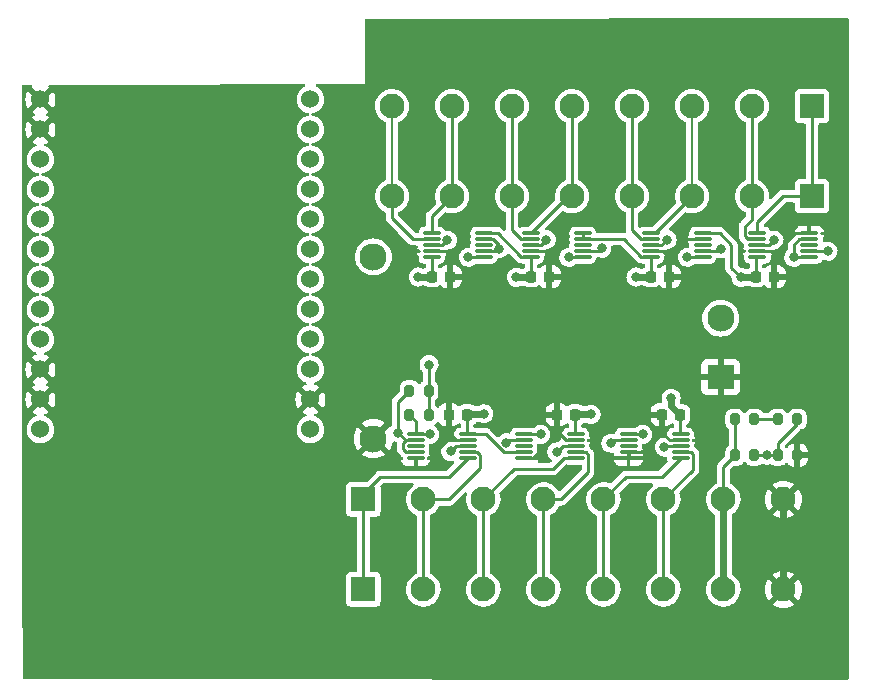
<source format=gbr>
%TF.GenerationSoftware,KiCad,Pcbnew,(6.0.10)*%
%TF.CreationDate,2022-12-26T22:40:19+13:00*%
%TF.ProjectId,esphome_shunt_monitor_ina226,65737068-6f6d-4655-9f73-68756e745f6d,rev?*%
%TF.SameCoordinates,Original*%
%TF.FileFunction,Copper,L2,Bot*%
%TF.FilePolarity,Positive*%
%FSLAX46Y46*%
G04 Gerber Fmt 4.6, Leading zero omitted, Abs format (unit mm)*
G04 Created by KiCad (PCBNEW (6.0.10)) date 2022-12-26 22:40:19*
%MOMM*%
%LPD*%
G01*
G04 APERTURE LIST*
G04 Aperture macros list*
%AMRoundRect*
0 Rectangle with rounded corners*
0 $1 Rounding radius*
0 $2 $3 $4 $5 $6 $7 $8 $9 X,Y pos of 4 corners*
0 Add a 4 corners polygon primitive as box body*
4,1,4,$2,$3,$4,$5,$6,$7,$8,$9,$2,$3,0*
0 Add four circle primitives for the rounded corners*
1,1,$1+$1,$2,$3*
1,1,$1+$1,$4,$5*
1,1,$1+$1,$6,$7*
1,1,$1+$1,$8,$9*
0 Add four rect primitives between the rounded corners*
20,1,$1+$1,$2,$3,$4,$5,0*
20,1,$1+$1,$4,$5,$6,$7,0*
20,1,$1+$1,$6,$7,$8,$9,0*
20,1,$1+$1,$8,$9,$2,$3,0*%
G04 Aperture macros list end*
%TA.AperFunction,SMDPad,CuDef*%
%ADD10RoundRect,0.075000X0.650000X0.075000X-0.650000X0.075000X-0.650000X-0.075000X0.650000X-0.075000X0*%
%TD*%
%TA.AperFunction,ComponentPad*%
%ADD11C,1.524000*%
%TD*%
%TA.AperFunction,ComponentPad*%
%ADD12R,2.100000X2.100000*%
%TD*%
%TA.AperFunction,ComponentPad*%
%ADD13C,2.100000*%
%TD*%
%TA.AperFunction,SMDPad,CuDef*%
%ADD14RoundRect,0.200000X0.200000X0.275000X-0.200000X0.275000X-0.200000X-0.275000X0.200000X-0.275000X0*%
%TD*%
%TA.AperFunction,SMDPad,CuDef*%
%ADD15RoundRect,0.075000X-0.650000X-0.075000X0.650000X-0.075000X0.650000X0.075000X-0.650000X0.075000X0*%
%TD*%
%TA.AperFunction,SMDPad,CuDef*%
%ADD16RoundRect,0.225000X0.225000X0.250000X-0.225000X0.250000X-0.225000X-0.250000X0.225000X-0.250000X0*%
%TD*%
%TA.AperFunction,SMDPad,CuDef*%
%ADD17RoundRect,0.200000X-0.200000X-0.275000X0.200000X-0.275000X0.200000X0.275000X-0.200000X0.275000X0*%
%TD*%
%TA.AperFunction,SMDPad,CuDef*%
%ADD18RoundRect,0.225000X-0.225000X-0.250000X0.225000X-0.250000X0.225000X0.250000X-0.225000X0.250000X0*%
%TD*%
%TA.AperFunction,ComponentPad*%
%ADD19C,2.300000*%
%TD*%
%TA.AperFunction,ComponentPad*%
%ADD20R,2.300000X2.000000*%
%TD*%
%TA.AperFunction,ViaPad*%
%ADD21C,0.800000*%
%TD*%
%TA.AperFunction,Conductor*%
%ADD22C,0.250000*%
%TD*%
%TA.AperFunction,Conductor*%
%ADD23C,0.600000*%
%TD*%
%TA.AperFunction,Conductor*%
%ADD24C,0.200000*%
%TD*%
G04 APERTURE END LIST*
D10*
%TO.P,U2,10,Vin+*%
%TO.N,/INA226-1/Vin+*%
X109404211Y-77232000D03*
%TO.P,U2,9,Vin-*%
%TO.N,/INA226-1/Vin-*%
X109404211Y-77732000D03*
%TO.P,U2,8,Vbus*%
%TO.N,Vbus*%
X109404211Y-78232000D03*
%TO.P,U2,7,GND*%
%TO.N,GND*%
X109404211Y-78732000D03*
%TO.P,U2,6,VS*%
%TO.N,+3.3V*%
X109404211Y-79232000D03*
%TO.P,U2,5,SCL*%
%TO.N,SCL*%
X113804211Y-79232000D03*
%TO.P,U2,4,SDA*%
%TO.N,SDA*%
X113804211Y-78732000D03*
%TO.P,U2,3,~{Alert}*%
%TO.N,unconnected-(U2-Pad3)*%
X113804211Y-78232000D03*
%TO.P,U2,2,A0*%
%TO.N,+3.3V*%
X113804211Y-77732000D03*
%TO.P,U2,1,A1*%
X113804211Y-77232000D03*
%TD*%
D11*
%TO.P,TTGO1,1,5V*%
%TO.N,/5V*%
X90742900Y-93827600D03*
%TO.P,TTGO1,2,GND*%
%TO.N,GND*%
X90742900Y-91287600D03*
%TO.P,TTGO1,3,GPIO27*%
%TO.N,unconnected-(TTGO1-Pad3)*%
X90742900Y-88747600D03*
%TO.P,TTGO1,4,GPIO26*%
%TO.N,unconnected-(TTGO1-Pad4)*%
X90742900Y-86207600D03*
%TO.P,TTGO1,5,GPIO25*%
%TO.N,unconnected-(TTGO1-Pad5)*%
X90742900Y-83667600D03*
%TO.P,TTGO1,6,GPIO33*%
%TO.N,unconnected-(TTGO1-Pad6)*%
X90742900Y-81127600D03*
%TO.P,TTGO1,7,GPIO32*%
%TO.N,unconnected-(TTGO1-Pad7)*%
X90742900Y-78587600D03*
%TO.P,TTGO1,8,SVN*%
%TO.N,unconnected-(TTGO1-Pad8)*%
X90742900Y-76047600D03*
%TO.P,TTGO1,9,GPIO38*%
%TO.N,unconnected-(TTGO1-Pad9)*%
X90742900Y-73507600D03*
%TO.P,TTGO1,10,GPIO37*%
%TO.N,unconnected-(TTGO1-Pad10)*%
X90742900Y-70967600D03*
%TO.P,TTGO1,11,SVP*%
%TO.N,unconnected-(TTGO1-Pad11)*%
X90742900Y-68427600D03*
%TO.P,TTGO1,12,3.3V*%
%TO.N,unconnected-(TTGO1-Pad12)*%
X90742900Y-65887600D03*
%TO.P,TTGO1,13,GND*%
%TO.N,GND*%
X67882900Y-65887600D03*
%TO.P,TTGO1,14,GND*%
X67882900Y-68427600D03*
%TO.P,TTGO1,15,GPIO21*%
%TO.N,SDA*%
X67882900Y-70967600D03*
%TO.P,TTGO1,16,GPIO22*%
%TO.N,SCL*%
X67882900Y-73507600D03*
%TO.P,TTGO1,17,GPIO17*%
%TO.N,unconnected-(TTGO1-Pad17)*%
X67882900Y-76047600D03*
%TO.P,TTGO1,18,GPIO2*%
%TO.N,unconnected-(TTGO1-Pad18)*%
X67882900Y-78587600D03*
%TO.P,TTGO1,19,GPIO15*%
%TO.N,unconnected-(TTGO1-Pad19)*%
X67882900Y-81127600D03*
%TO.P,TTGO1,20,GPIO13*%
%TO.N,unconnected-(TTGO1-Pad20)*%
X67882900Y-83667600D03*
%TO.P,TTGO1,21,GPIO12*%
%TO.N,unconnected-(TTGO1-Pad21)*%
X67882900Y-86207600D03*
%TO.P,TTGO1,22,GND*%
%TO.N,GND*%
X67882900Y-88747600D03*
%TO.P,TTGO1,23,GND*%
X67882900Y-91287600D03*
%TO.P,TTGO1,24,3.3V*%
%TO.N,+3.3V*%
X67882900Y-93827600D03*
%TD*%
D12*
%TO.P,J11,1_A,1*%
%TO.N,/INA226-3/Vin+*%
X133219200Y-74079900D03*
D13*
%TO.P,J11,2_A,2*%
%TO.N,/INA226-3/Vin-*%
X128139200Y-74079900D03*
%TO.P,J11,3_A,3*%
%TO.N,/INA226-2/Vin+*%
X123059200Y-74079900D03*
%TO.P,J11,4_A,4*%
%TO.N,/INA226-2/Vin-*%
X117979200Y-74079900D03*
%TO.P,J11,5_A,5*%
%TO.N,/INA226-1/Vin+*%
X112899200Y-74079900D03*
%TO.P,J11,6_A,6*%
%TO.N,/INA226-1/Vin-*%
X107819200Y-74079900D03*
%TO.P,J11,7_A,7*%
%TO.N,/INA226-0/Vin+*%
X102739200Y-74079900D03*
%TO.P,J11,8_A,8*%
%TO.N,/INA226-0/Vin-*%
X97659200Y-74079900D03*
D12*
%TO.P,J11,1_B,1*%
%TO.N,/INA226-3/Vin+*%
X133219200Y-66459900D03*
D13*
%TO.P,J11,2_B,2*%
%TO.N,/INA226-3/Vin-*%
X128139200Y-66459900D03*
%TO.P,J11,3_B,3*%
%TO.N,/INA226-2/Vin+*%
X123059200Y-66459900D03*
%TO.P,J11,4_B,4*%
%TO.N,/INA226-2/Vin-*%
X117979200Y-66459900D03*
%TO.P,J11,5_B,5*%
%TO.N,/INA226-1/Vin+*%
X112899200Y-66459900D03*
%TO.P,J11,6_B,6*%
%TO.N,/INA226-1/Vin-*%
X107819200Y-66459900D03*
%TO.P,J11,7_B,7*%
%TO.N,/INA226-0/Vin+*%
X102739200Y-66459900D03*
%TO.P,J11,8_B,8*%
%TO.N,/INA226-0/Vin-*%
X97659200Y-66459900D03*
%TD*%
D12*
%TO.P,J1,1_A,1*%
%TO.N,/INA226-4/Vin+*%
X95228400Y-99757700D03*
D13*
%TO.P,J1,2_A,2*%
%TO.N,/INA226-4/Vin-*%
X100308400Y-99757700D03*
%TO.P,J1,3_A,3*%
%TO.N,/INA226-5/Vin+*%
X105388400Y-99757700D03*
%TO.P,J1,4_A,4*%
%TO.N,/INA226-5/Vin-*%
X110468400Y-99757700D03*
%TO.P,J1,5_A,5*%
%TO.N,/INA226-6/Vin+*%
X115548400Y-99757700D03*
%TO.P,J1,6_A,6*%
%TO.N,/INA226-6/Vin-*%
X120628400Y-99757700D03*
%TO.P,J1,7_A,7*%
%TO.N,/V+Input*%
X125708400Y-99757700D03*
%TO.P,J1,8_A,8*%
%TO.N,GND*%
X130788400Y-99757700D03*
D12*
%TO.P,J1,1_B,1*%
%TO.N,/INA226-4/Vin+*%
X95228400Y-107377700D03*
D13*
%TO.P,J1,2_B,2*%
%TO.N,/INA226-4/Vin-*%
X100308400Y-107377700D03*
%TO.P,J1,3_B,3*%
%TO.N,/INA226-5/Vin+*%
X105388400Y-107377700D03*
%TO.P,J1,4_B,4*%
%TO.N,/INA226-5/Vin-*%
X110468400Y-107377700D03*
%TO.P,J1,5_B,5*%
%TO.N,/INA226-6/Vin+*%
X115548400Y-107377700D03*
%TO.P,J1,6_B,6*%
%TO.N,/INA226-6/Vin-*%
X120628400Y-107377700D03*
%TO.P,J1,7_B,7*%
%TO.N,/V+Input*%
X125708400Y-107377700D03*
%TO.P,J1,8_B,8*%
%TO.N,GND*%
X130788400Y-107377700D03*
%TD*%
D14*
%TO.P,R6,1*%
%TO.N,+3.3V*%
X100774000Y-92583000D03*
%TO.P,R6,2*%
%TO.N,SCL*%
X99124000Y-92583000D03*
%TD*%
%TO.P,R5,1*%
%TO.N,+3.3V*%
X100774000Y-90551000D03*
%TO.P,R5,2*%
%TO.N,SDA*%
X99124000Y-90551000D03*
%TD*%
D15*
%TO.P,U7,1,A1*%
%TO.N,GND*%
X117688000Y-96250000D03*
%TO.P,U7,2,A0*%
X117688000Y-95750000D03*
%TO.P,U7,3,~{Alert}*%
%TO.N,unconnected-(U7-Pad3)*%
X117688000Y-95250000D03*
%TO.P,U7,4,SDA*%
%TO.N,SDA*%
X117688000Y-94750000D03*
%TO.P,U7,5,SCL*%
%TO.N,SCL*%
X117688000Y-94250000D03*
%TO.P,U7,6,VS*%
%TO.N,+3.3V*%
X122088000Y-94250000D03*
%TO.P,U7,7,GND*%
%TO.N,GND*%
X122088000Y-94750000D03*
%TO.P,U7,8,Vbus*%
%TO.N,Vbus*%
X122088000Y-95250000D03*
%TO.P,U7,9,Vin-*%
%TO.N,/INA226-6/Vin-*%
X122088000Y-95750000D03*
%TO.P,U7,10,Vin+*%
%TO.N,/INA226-6/Vin+*%
X122088000Y-96250000D03*
%TD*%
%TO.P,U6,1,A1*%
%TO.N,GND*%
X108798000Y-96250000D03*
%TO.P,U6,2,A0*%
%TO.N,+3.3V*%
X108798000Y-95750000D03*
%TO.P,U6,3,~{Alert}*%
%TO.N,unconnected-(U6-Pad3)*%
X108798000Y-95250000D03*
%TO.P,U6,4,SDA*%
%TO.N,SDA*%
X108798000Y-94750000D03*
%TO.P,U6,5,SCL*%
%TO.N,SCL*%
X108798000Y-94250000D03*
%TO.P,U6,6,VS*%
%TO.N,+3.3V*%
X113198000Y-94250000D03*
%TO.P,U6,7,GND*%
%TO.N,GND*%
X113198000Y-94750000D03*
%TO.P,U6,8,Vbus*%
%TO.N,Vbus*%
X113198000Y-95250000D03*
%TO.P,U6,9,Vin-*%
%TO.N,/INA226-5/Vin-*%
X113198000Y-95750000D03*
%TO.P,U6,10,Vin+*%
%TO.N,/INA226-5/Vin+*%
X113198000Y-96250000D03*
%TD*%
D16*
%TO.P,C7,1*%
%TO.N,+3.3V*%
X122060000Y-92583000D03*
%TO.P,C7,2*%
%TO.N,GND*%
X120510000Y-92583000D03*
%TD*%
%TO.P,C6,1*%
%TO.N,+3.3V*%
X113170000Y-92583000D03*
%TO.P,C6,2*%
%TO.N,GND*%
X111620000Y-92583000D03*
%TD*%
D17*
%TO.P,R4,2*%
%TO.N,Vbus*%
X131952000Y-92964000D03*
%TO.P,R4,1*%
%TO.N,Net-(R3-Pad2)*%
X130302000Y-92964000D03*
%TD*%
%TO.P,R3,1*%
%TO.N,/V+Input*%
X126683000Y-92964000D03*
%TO.P,R3,2*%
%TO.N,Net-(R3-Pad2)*%
X128333000Y-92964000D03*
%TD*%
%TO.P,R2,1*%
%TO.N,Vbus*%
X130302000Y-96012000D03*
%TO.P,R2,2*%
%TO.N,GND*%
X131952000Y-96012000D03*
%TD*%
%TO.P,R1,1*%
%TO.N,/V+Input*%
X126683000Y-96012000D03*
%TO.P,R1,2*%
%TO.N,Vbus*%
X128333000Y-96012000D03*
%TD*%
D18*
%TO.P,C4,1*%
%TO.N,+3.3V*%
X128482211Y-80899000D03*
%TO.P,C4,2*%
%TO.N,GND*%
X130032211Y-80899000D03*
%TD*%
D15*
%TO.P,U5,1,A1*%
%TO.N,GND*%
X99654000Y-96250000D03*
%TO.P,U5,2,A0*%
%TO.N,SDA*%
X99654000Y-95750000D03*
%TO.P,U5,3,~{Alert}*%
%TO.N,unconnected-(U5-Pad3)*%
X99654000Y-95250000D03*
%TO.P,U5,4,SDA*%
%TO.N,SDA*%
X99654000Y-94750000D03*
%TO.P,U5,5,SCL*%
%TO.N,SCL*%
X99654000Y-94250000D03*
%TO.P,U5,6,VS*%
%TO.N,+3.3V*%
X104054000Y-94250000D03*
%TO.P,U5,7,GND*%
%TO.N,GND*%
X104054000Y-94750000D03*
%TO.P,U5,8,Vbus*%
%TO.N,Vbus*%
X104054000Y-95250000D03*
%TO.P,U5,9,Vin-*%
%TO.N,/INA226-4/Vin-*%
X104054000Y-95750000D03*
%TO.P,U5,10,Vin+*%
%TO.N,/INA226-4/Vin+*%
X104054000Y-96250000D03*
%TD*%
D10*
%TO.P,U4,1,A1*%
%TO.N,GND*%
X132981211Y-77232000D03*
%TO.P,U4,2,A0*%
%TO.N,SCL*%
X132981211Y-77732000D03*
%TO.P,U4,3,~{Alert}*%
%TO.N,unconnected-(U4-Pad3)*%
X132981211Y-78232000D03*
%TO.P,U4,4,SDA*%
%TO.N,SDA*%
X132981211Y-78732000D03*
%TO.P,U4,5,SCL*%
%TO.N,SCL*%
X132981211Y-79232000D03*
%TO.P,U4,6,VS*%
%TO.N,+3.3V*%
X128581211Y-79232000D03*
%TO.P,U4,7,GND*%
%TO.N,GND*%
X128581211Y-78732000D03*
%TO.P,U4,8,Vbus*%
%TO.N,Vbus*%
X128581211Y-78232000D03*
%TO.P,U4,9,Vin-*%
%TO.N,/INA226-3/Vin-*%
X128581211Y-77732000D03*
%TO.P,U4,10,Vin+*%
%TO.N,/INA226-3/Vin+*%
X128581211Y-77232000D03*
%TD*%
%TO.P,U3,1,A1*%
%TO.N,+3.3V*%
X123964211Y-77232000D03*
%TO.P,U3,2,A0*%
%TO.N,GND*%
X123964211Y-77732000D03*
%TO.P,U3,3,~{Alert}*%
%TO.N,unconnected-(U3-Pad3)*%
X123964211Y-78232000D03*
%TO.P,U3,4,SDA*%
%TO.N,SDA*%
X123964211Y-78732000D03*
%TO.P,U3,5,SCL*%
%TO.N,SCL*%
X123964211Y-79232000D03*
%TO.P,U3,6,VS*%
%TO.N,+3.3V*%
X119564211Y-79232000D03*
%TO.P,U3,7,GND*%
%TO.N,GND*%
X119564211Y-78732000D03*
%TO.P,U3,8,Vbus*%
%TO.N,Vbus*%
X119564211Y-78232000D03*
%TO.P,U3,9,Vin-*%
%TO.N,/INA226-2/Vin-*%
X119564211Y-77732000D03*
%TO.P,U3,10,Vin+*%
%TO.N,/INA226-2/Vin+*%
X119564211Y-77232000D03*
%TD*%
D19*
%TO.P,PS1,4,+Vout*%
%TO.N,/5V*%
X96076000Y-79208000D03*
%TO.P,PS1,3,-Vout*%
%TO.N,GND*%
X96076000Y-94608000D03*
%TO.P,PS1,2,AC/N*%
%TO.N,/V+Input*%
X125476000Y-84408000D03*
D20*
%TO.P,PS1,1,AC/L*%
%TO.N,GND*%
X125476000Y-89408000D03*
%TD*%
D16*
%TO.P,C5,1*%
%TO.N,+3.3V*%
X104026000Y-92583000D03*
%TO.P,C5,2*%
%TO.N,GND*%
X102476000Y-92583000D03*
%TD*%
D18*
%TO.P,C3,1*%
%TO.N,+3.3V*%
X119592211Y-80899000D03*
%TO.P,C3,2*%
%TO.N,GND*%
X121142211Y-80899000D03*
%TD*%
%TO.P,C2,1*%
%TO.N,+3.3V*%
X109432211Y-80899000D03*
%TO.P,C2,2*%
%TO.N,GND*%
X110982211Y-80899000D03*
%TD*%
%TO.P,C1,1*%
%TO.N,+3.3V*%
X101050211Y-80899000D03*
%TO.P,C1,2*%
%TO.N,GND*%
X102600211Y-80899000D03*
%TD*%
D10*
%TO.P,U1,10,Vin+*%
%TO.N,/INA226-0/Vin+*%
X101022211Y-77232000D03*
%TO.P,U1,9,Vin-*%
%TO.N,/INA226-0/Vin-*%
X101022211Y-77732000D03*
%TO.P,U1,8,Vbus*%
%TO.N,Vbus*%
X101022211Y-78232000D03*
%TO.P,U1,7,GND*%
%TO.N,GND*%
X101022211Y-78732000D03*
%TO.P,U1,6,VS*%
%TO.N,+3.3V*%
X101022211Y-79232000D03*
%TO.P,U1,5,SCL*%
%TO.N,SCL*%
X105422211Y-79232000D03*
%TO.P,U1,4,SDA*%
%TO.N,SDA*%
X105422211Y-78732000D03*
%TO.P,U1,3,~{Alert}*%
%TO.N,unconnected-(U1-Pad3)*%
X105422211Y-78232000D03*
%TO.P,U1,2,A0*%
%TO.N,SDA*%
X105422211Y-77732000D03*
%TO.P,U1,1,A1*%
%TO.N,+3.3V*%
X105422211Y-77232000D03*
%TD*%
D21*
%TO.N,+3.3V*%
X100787200Y-88341200D03*
X121285000Y-91186000D03*
X114503200Y-92557600D03*
X105435400Y-92506800D03*
X127199811Y-80949800D03*
X118309811Y-80924400D03*
X108175211Y-80949800D03*
X99869411Y-80924400D03*
%TO.N,Vbus*%
X102346711Y-77799000D03*
X110728711Y-77761500D03*
X129993811Y-77799000D03*
X120951411Y-77761500D03*
X102616000Y-95683000D03*
X111607600Y-95732600D03*
X120721120Y-95321825D03*
X129362200Y-96012000D03*
%TO.N,SDA*%
X98171000Y-94107000D03*
X107340400Y-94958500D03*
X116179600Y-94996000D03*
X134565811Y-78740000D03*
X125523411Y-78523500D03*
X115414211Y-78486000D03*
X106711021Y-78523500D03*
%TO.N,SCL*%
X131670211Y-79248000D03*
X122653211Y-79248000D03*
X112620211Y-79248000D03*
X104111211Y-79248000D03*
X118872000Y-94234000D03*
X110236000Y-94234000D03*
X100838000Y-94234000D03*
%TD*%
D22*
%TO.N,+3.3V*%
X126390400Y-80140389D02*
X127199811Y-80949800D01*
X126390400Y-78232000D02*
X126390400Y-80140389D01*
X123964211Y-77232000D02*
X125390400Y-77232000D01*
X125390400Y-77232000D02*
X126390400Y-78232000D01*
%TO.N,GND*%
X123964211Y-77732000D02*
X122569011Y-77732000D01*
X122569011Y-77732000D02*
X121142211Y-79158800D01*
%TO.N,+3.3V*%
X113804211Y-77732000D02*
X113804211Y-77232000D01*
X118773526Y-79232000D02*
X119564211Y-79232000D01*
X117273526Y-77732000D02*
X118773526Y-79232000D01*
X113804211Y-77732000D02*
X117273526Y-77732000D01*
X108613526Y-79232000D02*
X109404211Y-79232000D01*
X106613526Y-77232000D02*
X108613526Y-79232000D01*
X105422211Y-77232000D02*
X106613526Y-77232000D01*
%TO.N,SDA*%
X106711021Y-78230125D02*
X106711021Y-78523500D01*
X105422211Y-77732000D02*
X106212896Y-77732000D01*
X106212896Y-77732000D02*
X106711021Y-78230125D01*
%TO.N,GND*%
X99654000Y-96967400D02*
X99644200Y-96977200D01*
X99654000Y-96250000D02*
X99654000Y-96967400D01*
X111556800Y-94030200D02*
X111556800Y-94284800D01*
X111620000Y-93967000D02*
X111556800Y-94030200D01*
X109591600Y-96250000D02*
X111556800Y-94284800D01*
X108798000Y-96250000D02*
X109591600Y-96250000D01*
%TO.N,+3.3V*%
X105606595Y-94250000D02*
X104054000Y-94250000D01*
X107106595Y-95750000D02*
X105606595Y-94250000D01*
X108798000Y-95750000D02*
X107106595Y-95750000D01*
%TO.N,GND*%
X117688000Y-96250000D02*
X117688000Y-95750000D01*
X99644200Y-96977200D02*
X98445200Y-96977200D01*
X100914200Y-97002600D02*
X99669600Y-97002600D01*
X101244400Y-95808800D02*
X101244400Y-96672400D01*
X98445200Y-96977200D02*
X96076000Y-94608000D01*
X102303200Y-94750000D02*
X101244400Y-95808800D01*
X101244400Y-96672400D02*
X100914200Y-97002600D01*
X104054000Y-94750000D02*
X102303200Y-94750000D01*
X99669600Y-97002600D02*
X99644200Y-96977200D01*
%TO.N,SDA*%
X98863315Y-94750000D02*
X99654000Y-94750000D01*
X98604000Y-95009315D02*
X98863315Y-94750000D01*
X98863315Y-95750000D02*
X98604000Y-95490685D01*
X98604000Y-95490685D02*
X98604000Y-95009315D01*
X99654000Y-95750000D02*
X98863315Y-95750000D01*
%TO.N,GND*%
X118854000Y-95750000D02*
X120510000Y-94094000D01*
X117688000Y-95750000D02*
X118854000Y-95750000D01*
%TO.N,/V+Input*%
X126683000Y-96012000D02*
X126683000Y-92964000D01*
X125708400Y-96986600D02*
X126683000Y-96012000D01*
D23*
%TO.N,GND*%
X130788400Y-99757700D02*
X130788400Y-107377700D01*
%TO.N,/V+Input*%
X125708400Y-99757700D02*
X125708400Y-107377700D01*
D22*
X125708400Y-99757700D02*
X125708400Y-96986600D01*
%TO.N,/INA226-4/Vin+*%
X95228400Y-107377700D02*
X95228400Y-99757700D01*
%TO.N,/INA226-4/Vin-*%
X100308400Y-107377700D02*
X100308400Y-99757700D01*
%TO.N,/INA226-5/Vin+*%
X105388400Y-107377700D02*
X105388400Y-99757700D01*
%TO.N,/INA226-5/Vin-*%
X110468400Y-107377700D02*
X110468400Y-99757700D01*
%TO.N,/INA226-6/Vin+*%
X115548400Y-107377700D02*
X115548400Y-99757700D01*
%TO.N,/INA226-6/Vin-*%
X120628400Y-107377700D02*
X120628400Y-99757700D01*
X123138000Y-95909199D02*
X122978801Y-95750000D01*
X122978801Y-95750000D02*
X122088000Y-95750000D01*
X123138000Y-97248100D02*
X123138000Y-95909199D01*
X120628400Y-99757700D02*
X123138000Y-97248100D01*
%TO.N,/INA226-6/Vin+*%
X120471800Y-97866200D02*
X122088000Y-96250000D01*
X115548400Y-99757700D02*
X117439900Y-97866200D01*
X117439900Y-97866200D02*
X120471800Y-97866200D01*
%TO.N,/INA226-5/Vin-*%
X114038685Y-95750000D02*
X113198000Y-95750000D01*
X111953324Y-99757700D02*
X114248000Y-97463024D01*
X110468400Y-99757700D02*
X111953324Y-99757700D01*
X114248000Y-97463024D02*
X114248000Y-95959315D01*
X114248000Y-95959315D02*
X114038685Y-95750000D01*
%TO.N,/INA226-5/Vin+*%
X107965700Y-97180400D02*
X105388400Y-99757700D01*
X111252000Y-97180400D02*
X107965700Y-97180400D01*
X112182400Y-96250000D02*
X111252000Y-97180400D01*
X113198000Y-96250000D02*
X112182400Y-96250000D01*
%TO.N,/INA226-4/Vin+*%
X95228400Y-99284800D02*
X95228400Y-99757700D01*
X96672400Y-97840800D02*
X95228400Y-99284800D01*
X102463200Y-97840800D02*
X96672400Y-97840800D01*
X104054000Y-96250000D02*
X102463200Y-97840800D01*
%TO.N,/INA226-4/Vin-*%
X102477100Y-99757700D02*
X100308400Y-99757700D01*
X105104000Y-97130800D02*
X102477100Y-99757700D01*
X105104000Y-96009315D02*
X105104000Y-97130800D01*
X104844685Y-95750000D02*
X105104000Y-96009315D01*
X104054000Y-95750000D02*
X104844685Y-95750000D01*
%TO.N,/INA226-1/Vin-*%
X107819200Y-74079900D02*
X107819200Y-66459900D01*
%TO.N,/INA226-0/Vin+*%
X102739200Y-74079900D02*
X102739200Y-66459900D01*
%TO.N,/INA226-1/Vin+*%
X112899200Y-74079900D02*
X112899200Y-66459900D01*
%TO.N,/INA226-2/Vin-*%
X117979200Y-74079900D02*
X117979200Y-66459900D01*
%TO.N,/INA226-3/Vin-*%
X128139200Y-74079900D02*
X128139200Y-66459900D01*
%TO.N,/INA226-3/Vin+*%
X133219200Y-74079900D02*
X133219200Y-66459900D01*
%TO.N,/INA226-3/Vin-*%
X128139200Y-76046615D02*
X128139200Y-74079900D01*
%TO.N,/INA226-3/Vin+*%
X128581211Y-76241000D02*
X130742311Y-74079900D01*
X130742311Y-74079900D02*
X133219200Y-74079900D01*
X128581211Y-77232000D02*
X128581211Y-76241000D01*
%TO.N,/INA226-3/Vin-*%
X127790526Y-77732000D02*
X127531211Y-77472685D01*
X127531211Y-76654604D02*
X128139200Y-76046615D01*
X128581211Y-77732000D02*
X127790526Y-77732000D01*
X127531211Y-77472685D02*
X127531211Y-76654604D01*
D24*
%TO.N,/INA226-2/Vin+*%
X123059200Y-74079900D02*
X123059200Y-66459900D01*
D22*
X119907100Y-77232000D02*
X123063000Y-74076100D01*
X119564211Y-77232000D02*
X119907100Y-77232000D01*
%TO.N,/INA226-2/Vin-*%
X117983000Y-74083700D02*
X117979200Y-74079900D01*
X118773526Y-77732000D02*
X117983000Y-76941474D01*
X117983000Y-76941474D02*
X117983000Y-74083700D01*
X119564211Y-77732000D02*
X118773526Y-77732000D01*
%TO.N,/INA226-1/Vin+*%
X112556311Y-74079900D02*
X112899200Y-74079900D01*
X109404211Y-77232000D02*
X112556311Y-74079900D01*
%TO.N,/INA226-1/Vin-*%
X107819200Y-76937674D02*
X107819200Y-74079900D01*
X108613526Y-77732000D02*
X107819200Y-76937674D01*
X109404211Y-77732000D02*
X108613526Y-77732000D01*
%TO.N,/INA226-0/Vin+*%
X101022211Y-75796889D02*
X102739200Y-74079900D01*
X101022211Y-77232000D02*
X101022211Y-75796889D01*
%TO.N,/INA226-0/Vin-*%
X99471011Y-77732000D02*
X97634211Y-75895200D01*
X101022211Y-77732000D02*
X99471011Y-77732000D01*
X97634211Y-75895200D02*
X97634211Y-74104889D01*
X97634211Y-74104889D02*
X97659200Y-74079900D01*
D24*
X97659200Y-66459900D02*
X97659200Y-74079900D01*
D22*
%TO.N,+3.3V*%
X100774000Y-88354400D02*
X100787200Y-88341200D01*
X100774000Y-90551000D02*
X100774000Y-88354400D01*
%TO.N,GND*%
X97218000Y-95750000D02*
X96076000Y-94608000D01*
X121142211Y-79158800D02*
X121142211Y-79261000D01*
X131807211Y-77232000D02*
X130032211Y-79007000D01*
X132981211Y-77232000D02*
X131807211Y-77232000D01*
%TO.N,SCL*%
X132144811Y-77732000D02*
X131670211Y-78206600D01*
X132981211Y-77732000D02*
X132144811Y-77732000D01*
X131670211Y-78206600D02*
X131670211Y-79248000D01*
%TO.N,SDA*%
X124792253Y-78694642D02*
X125352269Y-78694642D01*
X125352269Y-78694642D02*
X125523411Y-78523500D01*
X124754896Y-78732000D02*
X124792253Y-78694642D01*
D23*
%TO.N,+3.3V*%
X121285000Y-91808000D02*
X122060000Y-92583000D01*
X121285000Y-91186000D02*
X121285000Y-91808000D01*
X113195400Y-92557600D02*
X113170000Y-92583000D01*
X114503200Y-92557600D02*
X113195400Y-92557600D01*
X104102200Y-92506800D02*
X104026000Y-92583000D01*
X105435400Y-92506800D02*
X104102200Y-92506800D01*
X128431411Y-80949800D02*
X128482211Y-80899000D01*
X127199811Y-80949800D02*
X128431411Y-80949800D01*
X118309811Y-80924400D02*
X119566811Y-80924400D01*
X119566811Y-80924400D02*
X119592211Y-80899000D01*
X109381411Y-80949800D02*
X109432211Y-80899000D01*
X108175211Y-80949800D02*
X109381411Y-80949800D01*
X101024811Y-80924400D02*
X101050211Y-80899000D01*
X99869411Y-80924400D02*
X101024811Y-80924400D01*
D22*
%TO.N,Vbus*%
X129362200Y-96012000D02*
X128333000Y-96012000D01*
%TO.N,SDA*%
X106502521Y-78732000D02*
X105422211Y-78732000D01*
X106711021Y-78523500D02*
X106502521Y-78732000D01*
%TO.N,Vbus*%
X102346711Y-77799000D02*
X101913711Y-78232000D01*
X101913711Y-78232000D02*
X101022211Y-78232000D01*
X110283411Y-78232000D02*
X109404211Y-78232000D01*
X110728711Y-77761500D02*
X110728711Y-77786700D01*
X110728711Y-77786700D02*
X110283411Y-78232000D01*
X119589211Y-78257000D02*
X119564211Y-78232000D01*
X120455911Y-78257000D02*
X119589211Y-78257000D01*
X120951411Y-77761500D02*
X120455911Y-78257000D01*
X129560811Y-78232000D02*
X129993811Y-77799000D01*
X128581211Y-78232000D02*
X129560811Y-78232000D01*
X103049000Y-95250000D02*
X104054000Y-95250000D01*
X102616000Y-95683000D02*
X103049000Y-95250000D01*
X113198000Y-95250000D02*
X112090200Y-95250000D01*
X112090200Y-95250000D02*
X111607600Y-95732600D01*
X120792945Y-95250000D02*
X120721120Y-95321825D01*
X122088000Y-95250000D02*
X120792945Y-95250000D01*
%TO.N,SDA*%
X107548900Y-94750000D02*
X108798000Y-94750000D01*
X107340400Y-94958500D02*
X107548900Y-94750000D01*
X116425600Y-94750000D02*
X116179600Y-94996000D01*
X117688000Y-94750000D02*
X116425600Y-94750000D01*
X134565811Y-78740000D02*
X132989211Y-78740000D01*
X132989211Y-78740000D02*
X132981211Y-78732000D01*
X125523411Y-78523500D02*
X125314911Y-78732000D01*
X125314911Y-78732000D02*
X123964211Y-78732000D01*
X115168211Y-78732000D02*
X113804211Y-78732000D01*
X115414211Y-78486000D02*
X115168211Y-78732000D01*
X98171000Y-91504000D02*
X99124000Y-90551000D01*
X98814000Y-94750000D02*
X98171000Y-94107000D01*
X99654000Y-94750000D02*
X98814000Y-94750000D01*
X98171000Y-94107000D02*
X98171000Y-91504000D01*
%TO.N,SCL*%
X99654000Y-93113000D02*
X99124000Y-92583000D01*
X99654000Y-94250000D02*
X99654000Y-93113000D01*
%TO.N,+3.3V*%
X100774000Y-92583000D02*
X100774000Y-90551000D01*
%TO.N,GND*%
X103132000Y-94750000D02*
X102476000Y-94094000D01*
X104054000Y-94750000D02*
X103132000Y-94750000D01*
X102476000Y-94094000D02*
X102476000Y-92583000D01*
%TO.N,+3.3V*%
X104026000Y-92583000D02*
X104026000Y-94222000D01*
X104026000Y-94222000D02*
X104054000Y-94250000D01*
%TO.N,GND*%
X111620000Y-93967000D02*
X111620000Y-92583000D01*
X112403000Y-94750000D02*
X111620000Y-93967000D01*
X113198000Y-94750000D02*
X112403000Y-94750000D01*
%TO.N,+3.3V*%
X113170000Y-94222000D02*
X113198000Y-94250000D01*
X113170000Y-92583000D02*
X113170000Y-94222000D01*
%TO.N,GND*%
X120510000Y-94094000D02*
X120510000Y-92583000D01*
X121166000Y-94750000D02*
X120510000Y-94094000D01*
X122088000Y-94750000D02*
X121166000Y-94750000D01*
%TO.N,+3.3V*%
X122060000Y-94222000D02*
X122088000Y-94250000D01*
X122060000Y-92583000D02*
X122060000Y-94222000D01*
%TO.N,GND*%
X130032211Y-79007000D02*
X130032211Y-80899000D01*
X128581211Y-78732000D02*
X129757211Y-78732000D01*
X129757211Y-78732000D02*
X130032211Y-79007000D01*
%TO.N,+3.3V*%
X128482211Y-79331000D02*
X128581211Y-79232000D01*
X128482211Y-80899000D02*
X128482211Y-79331000D01*
%TO.N,GND*%
X121142211Y-79261000D02*
X121142211Y-80899000D01*
X120613211Y-78732000D02*
X121142211Y-79261000D01*
X119564211Y-78732000D02*
X120613211Y-78732000D01*
%TO.N,+3.3V*%
X119592211Y-79260000D02*
X119564211Y-79232000D01*
X119592211Y-80899000D02*
X119592211Y-79260000D01*
%TO.N,GND*%
X110982211Y-79007000D02*
X110982211Y-80899000D01*
X109404211Y-78732000D02*
X110707211Y-78732000D01*
X110707211Y-78732000D02*
X110982211Y-79007000D01*
%TO.N,+3.3V*%
X109432211Y-79260000D02*
X109404211Y-79232000D01*
X109432211Y-80899000D02*
X109432211Y-79260000D01*
%TO.N,GND*%
X102600211Y-79134000D02*
X102600211Y-80899000D01*
X102198211Y-78732000D02*
X102600211Y-79134000D01*
X101022211Y-78732000D02*
X102198211Y-78732000D01*
%TO.N,+3.3V*%
X101050211Y-79260000D02*
X101022211Y-79232000D01*
X101050211Y-80899000D02*
X101050211Y-79260000D01*
%TO.N,SCL*%
X132965211Y-79248000D02*
X132981211Y-79232000D01*
X131670211Y-79248000D02*
X132965211Y-79248000D01*
X123948211Y-79248000D02*
X123964211Y-79232000D01*
X122653211Y-79248000D02*
X123948211Y-79248000D01*
X113788211Y-79248000D02*
X113804211Y-79232000D01*
X112620211Y-79248000D02*
X113788211Y-79248000D01*
X104111211Y-79248000D02*
X105406211Y-79248000D01*
X105406211Y-79248000D02*
X105422211Y-79232000D01*
X117704000Y-94234000D02*
X117688000Y-94250000D01*
X118872000Y-94234000D02*
X117704000Y-94234000D01*
X110236000Y-94234000D02*
X108814000Y-94234000D01*
X108814000Y-94234000D02*
X108798000Y-94250000D01*
X100838000Y-94234000D02*
X100822000Y-94250000D01*
X99654000Y-94250000D02*
X100822000Y-94250000D01*
%TO.N,Net-(R3-Pad2)*%
X130302000Y-92964000D02*
X128333000Y-92964000D01*
%TO.N,Vbus*%
X130302000Y-94996000D02*
X130302000Y-96012000D01*
X131952000Y-93346000D02*
X130302000Y-94996000D01*
X131952000Y-92964000D02*
X131952000Y-93346000D01*
X130302000Y-96012000D02*
X128333000Y-96012000D01*
%TO.N,GND*%
X131952000Y-96012000D02*
X131831000Y-96133000D01*
%TD*%
%TA.AperFunction,Conductor*%
%TO.N,GND*%
G36*
X136290054Y-59023956D02*
G01*
X136335874Y-59076703D01*
X136347144Y-59128409D01*
X136333719Y-88743959D01*
X136321856Y-114912566D01*
X136302141Y-114979597D01*
X136249316Y-115025328D01*
X136197766Y-115036510D01*
X66494048Y-114985890D01*
X66427023Y-114966157D01*
X66381306Y-114913320D01*
X66370138Y-114861953D01*
X66365818Y-106301059D01*
X93777900Y-106301059D01*
X93777901Y-107378477D01*
X93777901Y-108459218D01*
X93792754Y-108553004D01*
X93850350Y-108666042D01*
X93940058Y-108755750D01*
X94053096Y-108813346D01*
X94082333Y-108817977D01*
X94142061Y-108827437D01*
X94142066Y-108827437D01*
X94146881Y-108828200D01*
X94151759Y-108828200D01*
X95229176Y-108828199D01*
X96309918Y-108828199D01*
X96382551Y-108816696D01*
X96394069Y-108814872D01*
X96394070Y-108814872D01*
X96403704Y-108813346D01*
X96516742Y-108755750D01*
X96606450Y-108666042D01*
X96664046Y-108553004D01*
X96668677Y-108523767D01*
X96678137Y-108464039D01*
X96678137Y-108464034D01*
X96678900Y-108459219D01*
X96678900Y-107377700D01*
X96678899Y-106301053D01*
X96678899Y-106296182D01*
X96664046Y-106202396D01*
X96606450Y-106089358D01*
X96516742Y-105999650D01*
X96403704Y-105942054D01*
X96374467Y-105937423D01*
X96314739Y-105927963D01*
X96314734Y-105927963D01*
X96309919Y-105927200D01*
X95877900Y-105927200D01*
X95810861Y-105907515D01*
X95765106Y-105854711D01*
X95753900Y-105803200D01*
X95753900Y-101332199D01*
X95773585Y-101265160D01*
X95826389Y-101219405D01*
X95877900Y-101208199D01*
X96309918Y-101208199D01*
X96382551Y-101196696D01*
X96394069Y-101194872D01*
X96394070Y-101194872D01*
X96403704Y-101193346D01*
X96516742Y-101135750D01*
X96606450Y-101046042D01*
X96664046Y-100933004D01*
X96668677Y-100903767D01*
X96678137Y-100844039D01*
X96678137Y-100844034D01*
X96678900Y-100839219D01*
X96678900Y-99757700D01*
X96678899Y-98681051D01*
X96678899Y-98676182D01*
X96678139Y-98671381D01*
X96678138Y-98671373D01*
X96675286Y-98653367D01*
X96684242Y-98584074D01*
X96710076Y-98546293D01*
X96853753Y-98402617D01*
X96915074Y-98369134D01*
X96941432Y-98366300D01*
X99373960Y-98366300D01*
X99440999Y-98385985D01*
X99486754Y-98438789D01*
X99496698Y-98507947D01*
X99467673Y-98571503D01*
X99448413Y-98589460D01*
X99414583Y-98614861D01*
X99342075Y-98669302D01*
X99177287Y-98841742D01*
X99174420Y-98845944D01*
X99174419Y-98845946D01*
X99045746Y-99034573D01*
X99042875Y-99038782D01*
X98942451Y-99255128D01*
X98941091Y-99260032D01*
X98902543Y-99399032D01*
X98878709Y-99484972D01*
X98853363Y-99722140D01*
X98853656Y-99727222D01*
X98853656Y-99727223D01*
X98855478Y-99758813D01*
X98867094Y-99960262D01*
X98868213Y-99965226D01*
X98910660Y-100153579D01*
X98919531Y-100192945D01*
X99009267Y-100413939D01*
X99011929Y-100418283D01*
X99131231Y-100612966D01*
X99131235Y-100612971D01*
X99133893Y-100617309D01*
X99137225Y-100621155D01*
X99137226Y-100621157D01*
X99175641Y-100665504D01*
X99290060Y-100797594D01*
X99293970Y-100800840D01*
X99293974Y-100800844D01*
X99441548Y-100923362D01*
X99473576Y-100949952D01*
X99585577Y-101015400D01*
X99675115Y-101067722D01*
X99675119Y-101067724D01*
X99679512Y-101070291D01*
X99703138Y-101079313D01*
X99758743Y-101121618D01*
X99782649Y-101187270D01*
X99782900Y-101195153D01*
X99782900Y-105940659D01*
X99763215Y-106007698D01*
X99716157Y-106050648D01*
X99532814Y-106146090D01*
X99528746Y-106149144D01*
X99528745Y-106149145D01*
X99346146Y-106286245D01*
X99346143Y-106286247D01*
X99342075Y-106289302D01*
X99177287Y-106461742D01*
X99174420Y-106465944D01*
X99174419Y-106465946D01*
X99045746Y-106654573D01*
X99042875Y-106658782D01*
X98942451Y-106875128D01*
X98941091Y-106880032D01*
X98902543Y-107019032D01*
X98878709Y-107104972D01*
X98853363Y-107342140D01*
X98853656Y-107347222D01*
X98853656Y-107347223D01*
X98855478Y-107378813D01*
X98867094Y-107580262D01*
X98919531Y-107812945D01*
X99009267Y-108033939D01*
X99011929Y-108038283D01*
X99131231Y-108232966D01*
X99131235Y-108232971D01*
X99133893Y-108237309D01*
X99137225Y-108241155D01*
X99137226Y-108241157D01*
X99175641Y-108285504D01*
X99290060Y-108417594D01*
X99293970Y-108420840D01*
X99293974Y-108420844D01*
X99441548Y-108543362D01*
X99473576Y-108569952D01*
X99679512Y-108690291D01*
X99684265Y-108692106D01*
X99684267Y-108692107D01*
X99765567Y-108723153D01*
X99902337Y-108775380D01*
X100022871Y-108799903D01*
X100131081Y-108821919D01*
X100131084Y-108821919D01*
X100136066Y-108822933D01*
X100291774Y-108828642D01*
X100369346Y-108831487D01*
X100369349Y-108831487D01*
X100374425Y-108831673D01*
X100611009Y-108801365D01*
X100615880Y-108799904D01*
X100615883Y-108799903D01*
X100763054Y-108755750D01*
X100839468Y-108732825D01*
X100885078Y-108710481D01*
X101049093Y-108630131D01*
X101049099Y-108630127D01*
X101053664Y-108627891D01*
X101131289Y-108572522D01*
X101243702Y-108492338D01*
X101247845Y-108489383D01*
X101416797Y-108321020D01*
X101555982Y-108127323D01*
X101661663Y-107913495D01*
X101731000Y-107685277D01*
X101762133Y-107448799D01*
X101763871Y-107377700D01*
X101760948Y-107342140D01*
X101744744Y-107145059D01*
X101744327Y-107139984D01*
X101686221Y-106908652D01*
X101591112Y-106689916D01*
X101461555Y-106489651D01*
X101301029Y-106313236D01*
X101297044Y-106310089D01*
X101297041Y-106310086D01*
X101117836Y-106168559D01*
X101113845Y-106165407D01*
X100963579Y-106082456D01*
X100909486Y-106052595D01*
X100909483Y-106052594D01*
X100905031Y-106050136D01*
X100905170Y-106049884D01*
X100853991Y-106006073D01*
X100833900Y-105938406D01*
X100833900Y-101192886D01*
X100853585Y-101125847D01*
X100903347Y-101081531D01*
X101049093Y-101010131D01*
X101049099Y-101010127D01*
X101053664Y-101007891D01*
X101060893Y-101002735D01*
X101243702Y-100872338D01*
X101247845Y-100869383D01*
X101416797Y-100701020D01*
X101555982Y-100507323D01*
X101632620Y-100352259D01*
X101679970Y-100300881D01*
X101743784Y-100283200D01*
X102462702Y-100283200D01*
X102467894Y-100283309D01*
X102518571Y-100285433D01*
X102527019Y-100285787D01*
X102535251Y-100283856D01*
X102535253Y-100283856D01*
X102567284Y-100276343D01*
X102578767Y-100274214D01*
X102595005Y-100271990D01*
X102611375Y-100269748D01*
X102611377Y-100269747D01*
X102619746Y-100268601D01*
X102627498Y-100265246D01*
X102627503Y-100265245D01*
X102632612Y-100263034D01*
X102653540Y-100256113D01*
X102658960Y-100254842D01*
X102658967Y-100254839D01*
X102667193Y-100252910D01*
X102674597Y-100248840D01*
X102674604Y-100248837D01*
X102703446Y-100232981D01*
X102713936Y-100227842D01*
X102744125Y-100214778D01*
X102744129Y-100214776D01*
X102751883Y-100211420D01*
X102758448Y-100206104D01*
X102758458Y-100206098D01*
X102762785Y-100202594D01*
X102781069Y-100190307D01*
X102787665Y-100186680D01*
X102787667Y-100186678D01*
X102793363Y-100183547D01*
X102801105Y-100176864D01*
X102824390Y-100153579D01*
X102834036Y-100144894D01*
X102857204Y-100126133D01*
X102863775Y-100120812D01*
X102868670Y-100113924D01*
X102868672Y-100113922D01*
X102874000Y-100106424D01*
X102887395Y-100090574D01*
X103804389Y-99173580D01*
X103865712Y-99140095D01*
X103935404Y-99145079D01*
X103991337Y-99186951D01*
X104015754Y-99252415D01*
X104011560Y-99294399D01*
X103982543Y-99399032D01*
X103958709Y-99484972D01*
X103933363Y-99722140D01*
X103933656Y-99727222D01*
X103933656Y-99727223D01*
X103935478Y-99758813D01*
X103947094Y-99960262D01*
X103948213Y-99965226D01*
X103990660Y-100153579D01*
X103999531Y-100192945D01*
X104089267Y-100413939D01*
X104091929Y-100418283D01*
X104211231Y-100612966D01*
X104211235Y-100612971D01*
X104213893Y-100617309D01*
X104217225Y-100621155D01*
X104217226Y-100621157D01*
X104255641Y-100665504D01*
X104370060Y-100797594D01*
X104373970Y-100800840D01*
X104373974Y-100800844D01*
X104521548Y-100923362D01*
X104553576Y-100949952D01*
X104665577Y-101015400D01*
X104755115Y-101067722D01*
X104755119Y-101067724D01*
X104759512Y-101070291D01*
X104783138Y-101079313D01*
X104838743Y-101121618D01*
X104862649Y-101187270D01*
X104862900Y-101195153D01*
X104862900Y-105940659D01*
X104843215Y-106007698D01*
X104796157Y-106050648D01*
X104612814Y-106146090D01*
X104608746Y-106149144D01*
X104608745Y-106149145D01*
X104426146Y-106286245D01*
X104426143Y-106286247D01*
X104422075Y-106289302D01*
X104257287Y-106461742D01*
X104254420Y-106465944D01*
X104254419Y-106465946D01*
X104125746Y-106654573D01*
X104122875Y-106658782D01*
X104022451Y-106875128D01*
X104021091Y-106880032D01*
X103982543Y-107019032D01*
X103958709Y-107104972D01*
X103933363Y-107342140D01*
X103933656Y-107347222D01*
X103933656Y-107347223D01*
X103935478Y-107378813D01*
X103947094Y-107580262D01*
X103999531Y-107812945D01*
X104089267Y-108033939D01*
X104091929Y-108038283D01*
X104211231Y-108232966D01*
X104211235Y-108232971D01*
X104213893Y-108237309D01*
X104217225Y-108241155D01*
X104217226Y-108241157D01*
X104255641Y-108285504D01*
X104370060Y-108417594D01*
X104373970Y-108420840D01*
X104373974Y-108420844D01*
X104521548Y-108543362D01*
X104553576Y-108569952D01*
X104759512Y-108690291D01*
X104764265Y-108692106D01*
X104764267Y-108692107D01*
X104845567Y-108723153D01*
X104982337Y-108775380D01*
X105102871Y-108799903D01*
X105211081Y-108821919D01*
X105211084Y-108821919D01*
X105216066Y-108822933D01*
X105371774Y-108828642D01*
X105449346Y-108831487D01*
X105449349Y-108831487D01*
X105454425Y-108831673D01*
X105691009Y-108801365D01*
X105695880Y-108799904D01*
X105695883Y-108799903D01*
X105843054Y-108755750D01*
X105919468Y-108732825D01*
X105965078Y-108710481D01*
X106129093Y-108630131D01*
X106129099Y-108630127D01*
X106133664Y-108627891D01*
X106211289Y-108572522D01*
X106323702Y-108492338D01*
X106327845Y-108489383D01*
X106496797Y-108321020D01*
X106635982Y-108127323D01*
X106741663Y-107913495D01*
X106811000Y-107685277D01*
X106842133Y-107448799D01*
X106843871Y-107377700D01*
X106840948Y-107342140D01*
X106824744Y-107145059D01*
X106824327Y-107139984D01*
X106766221Y-106908652D01*
X106671112Y-106689916D01*
X106541555Y-106489651D01*
X106381029Y-106313236D01*
X106377044Y-106310089D01*
X106377041Y-106310086D01*
X106197836Y-106168559D01*
X106193845Y-106165407D01*
X106043579Y-106082456D01*
X105989486Y-106052595D01*
X105989483Y-106052594D01*
X105985031Y-106050136D01*
X105985170Y-106049884D01*
X105933991Y-106006073D01*
X105913900Y-105938406D01*
X105913900Y-101192886D01*
X105933585Y-101125847D01*
X105983347Y-101081531D01*
X106129093Y-101010131D01*
X106129099Y-101010127D01*
X106133664Y-101007891D01*
X106140893Y-101002735D01*
X106323702Y-100872338D01*
X106327845Y-100869383D01*
X106496797Y-100701020D01*
X106635982Y-100507323D01*
X106741663Y-100293495D01*
X106811000Y-100065277D01*
X106842133Y-99828799D01*
X106843871Y-99757700D01*
X106840948Y-99722140D01*
X106824744Y-99525059D01*
X106824327Y-99519984D01*
X106766221Y-99288652D01*
X106749701Y-99250658D01*
X106741022Y-99181330D01*
X106775736Y-99113533D01*
X108147050Y-97742219D01*
X108208373Y-97708734D01*
X108234731Y-97705900D01*
X111237602Y-97705900D01*
X111242794Y-97706009D01*
X111293471Y-97708133D01*
X111301919Y-97708487D01*
X111310151Y-97706556D01*
X111310153Y-97706556D01*
X111342184Y-97699043D01*
X111353667Y-97696914D01*
X111369905Y-97694690D01*
X111386275Y-97692448D01*
X111386277Y-97692447D01*
X111394646Y-97691301D01*
X111402398Y-97687946D01*
X111402403Y-97687945D01*
X111407512Y-97685734D01*
X111428440Y-97678813D01*
X111433860Y-97677542D01*
X111433867Y-97677539D01*
X111442093Y-97675610D01*
X111449497Y-97671540D01*
X111449504Y-97671537D01*
X111478346Y-97655681D01*
X111488836Y-97650542D01*
X111519025Y-97637478D01*
X111519029Y-97637476D01*
X111526783Y-97634120D01*
X111533348Y-97628804D01*
X111533358Y-97628798D01*
X111537685Y-97625294D01*
X111555969Y-97613007D01*
X111562565Y-97609380D01*
X111562567Y-97609378D01*
X111568263Y-97606247D01*
X111576005Y-97599564D01*
X111599290Y-97576279D01*
X111608936Y-97567594D01*
X111632104Y-97548833D01*
X111638675Y-97543512D01*
X111643570Y-97536624D01*
X111643572Y-97536622D01*
X111648900Y-97529124D01*
X111662295Y-97513274D01*
X112345593Y-96829976D01*
X112406916Y-96796491D01*
X112446665Y-96794382D01*
X112457788Y-96795590D01*
X112502985Y-96800500D01*
X112535167Y-96800500D01*
X113598500Y-96800499D01*
X113665539Y-96820184D01*
X113711294Y-96872987D01*
X113722500Y-96924499D01*
X113722500Y-97193993D01*
X113702815Y-97261032D01*
X113686181Y-97281674D01*
X111917258Y-99050597D01*
X111855935Y-99084082D01*
X111786243Y-99079098D01*
X111730310Y-99037226D01*
X111725464Y-99030270D01*
X111624317Y-98873920D01*
X111624315Y-98873918D01*
X111621555Y-98869651D01*
X111461029Y-98693236D01*
X111457044Y-98690089D01*
X111457041Y-98690086D01*
X111277836Y-98548559D01*
X111273845Y-98545407D01*
X111080706Y-98438789D01*
X111069486Y-98432595D01*
X111069483Y-98432594D01*
X111065031Y-98430136D01*
X110840194Y-98350517D01*
X110680407Y-98322054D01*
X110610380Y-98309580D01*
X110610379Y-98309580D01*
X110605372Y-98308688D01*
X110515879Y-98307595D01*
X110371960Y-98305836D01*
X110371958Y-98305836D01*
X110366871Y-98305774D01*
X110361841Y-98306544D01*
X110361837Y-98306544D01*
X110195898Y-98331937D01*
X110131098Y-98341853D01*
X110126270Y-98343431D01*
X110126266Y-98343432D01*
X110049470Y-98368533D01*
X109904382Y-98415955D01*
X109692814Y-98526090D01*
X109688746Y-98529144D01*
X109688745Y-98529145D01*
X109506146Y-98666245D01*
X109506143Y-98666247D01*
X109502075Y-98669302D01*
X109337287Y-98841742D01*
X109334420Y-98845944D01*
X109334419Y-98845946D01*
X109205746Y-99034573D01*
X109202875Y-99038782D01*
X109102451Y-99255128D01*
X109101091Y-99260032D01*
X109062543Y-99399032D01*
X109038709Y-99484972D01*
X109013363Y-99722140D01*
X109013656Y-99727222D01*
X109013656Y-99727223D01*
X109015478Y-99758813D01*
X109027094Y-99960262D01*
X109028213Y-99965226D01*
X109070660Y-100153579D01*
X109079531Y-100192945D01*
X109169267Y-100413939D01*
X109171929Y-100418283D01*
X109291231Y-100612966D01*
X109291235Y-100612971D01*
X109293893Y-100617309D01*
X109297225Y-100621155D01*
X109297226Y-100621157D01*
X109335641Y-100665504D01*
X109450060Y-100797594D01*
X109453970Y-100800840D01*
X109453974Y-100800844D01*
X109601548Y-100923362D01*
X109633576Y-100949952D01*
X109745577Y-101015400D01*
X109835115Y-101067722D01*
X109835119Y-101067724D01*
X109839512Y-101070291D01*
X109863138Y-101079313D01*
X109918743Y-101121618D01*
X109942649Y-101187270D01*
X109942900Y-101195153D01*
X109942900Y-105940659D01*
X109923215Y-106007698D01*
X109876157Y-106050648D01*
X109692814Y-106146090D01*
X109688746Y-106149144D01*
X109688745Y-106149145D01*
X109506146Y-106286245D01*
X109506143Y-106286247D01*
X109502075Y-106289302D01*
X109337287Y-106461742D01*
X109334420Y-106465944D01*
X109334419Y-106465946D01*
X109205746Y-106654573D01*
X109202875Y-106658782D01*
X109102451Y-106875128D01*
X109101091Y-106880032D01*
X109062543Y-107019032D01*
X109038709Y-107104972D01*
X109013363Y-107342140D01*
X109013656Y-107347222D01*
X109013656Y-107347223D01*
X109015478Y-107378813D01*
X109027094Y-107580262D01*
X109079531Y-107812945D01*
X109169267Y-108033939D01*
X109171929Y-108038283D01*
X109291231Y-108232966D01*
X109291235Y-108232971D01*
X109293893Y-108237309D01*
X109297225Y-108241155D01*
X109297226Y-108241157D01*
X109335641Y-108285504D01*
X109450060Y-108417594D01*
X109453970Y-108420840D01*
X109453974Y-108420844D01*
X109601548Y-108543362D01*
X109633576Y-108569952D01*
X109839512Y-108690291D01*
X109844265Y-108692106D01*
X109844267Y-108692107D01*
X109925567Y-108723153D01*
X110062337Y-108775380D01*
X110182871Y-108799903D01*
X110291081Y-108821919D01*
X110291084Y-108821919D01*
X110296066Y-108822933D01*
X110451774Y-108828642D01*
X110529346Y-108831487D01*
X110529349Y-108831487D01*
X110534425Y-108831673D01*
X110771009Y-108801365D01*
X110775880Y-108799904D01*
X110775883Y-108799903D01*
X110923054Y-108755750D01*
X110999468Y-108732825D01*
X111045078Y-108710481D01*
X111209093Y-108630131D01*
X111209099Y-108630127D01*
X111213664Y-108627891D01*
X111291289Y-108572522D01*
X111403702Y-108492338D01*
X111407845Y-108489383D01*
X111576797Y-108321020D01*
X111715982Y-108127323D01*
X111821663Y-107913495D01*
X111891000Y-107685277D01*
X111922133Y-107448799D01*
X111923871Y-107377700D01*
X111920948Y-107342140D01*
X114093363Y-107342140D01*
X114093656Y-107347222D01*
X114093656Y-107347223D01*
X114095478Y-107378813D01*
X114107094Y-107580262D01*
X114159531Y-107812945D01*
X114249267Y-108033939D01*
X114251929Y-108038283D01*
X114371231Y-108232966D01*
X114371235Y-108232971D01*
X114373893Y-108237309D01*
X114377225Y-108241155D01*
X114377226Y-108241157D01*
X114415641Y-108285504D01*
X114530060Y-108417594D01*
X114533970Y-108420840D01*
X114533974Y-108420844D01*
X114681548Y-108543362D01*
X114713576Y-108569952D01*
X114919512Y-108690291D01*
X114924265Y-108692106D01*
X114924267Y-108692107D01*
X115005567Y-108723153D01*
X115142337Y-108775380D01*
X115262871Y-108799903D01*
X115371081Y-108821919D01*
X115371084Y-108821919D01*
X115376066Y-108822933D01*
X115531774Y-108828642D01*
X115609346Y-108831487D01*
X115609349Y-108831487D01*
X115614425Y-108831673D01*
X115851009Y-108801365D01*
X115855880Y-108799904D01*
X115855883Y-108799903D01*
X116003054Y-108755750D01*
X116079468Y-108732825D01*
X116125078Y-108710481D01*
X116289093Y-108630131D01*
X116289099Y-108630127D01*
X116293664Y-108627891D01*
X116371289Y-108572522D01*
X116483702Y-108492338D01*
X116487845Y-108489383D01*
X116656797Y-108321020D01*
X116795982Y-108127323D01*
X116901663Y-107913495D01*
X116971000Y-107685277D01*
X117002133Y-107448799D01*
X117003871Y-107377700D01*
X117000948Y-107342140D01*
X116984744Y-107145059D01*
X116984327Y-107139984D01*
X116926221Y-106908652D01*
X116831112Y-106689916D01*
X116701555Y-106489651D01*
X116541029Y-106313236D01*
X116537044Y-106310089D01*
X116537041Y-106310086D01*
X116357836Y-106168559D01*
X116353845Y-106165407D01*
X116203579Y-106082456D01*
X116149486Y-106052595D01*
X116149483Y-106052594D01*
X116145031Y-106050136D01*
X116145170Y-106049884D01*
X116093991Y-106006073D01*
X116073900Y-105938406D01*
X116073900Y-101192886D01*
X116093585Y-101125847D01*
X116143347Y-101081531D01*
X116289093Y-101010131D01*
X116289099Y-101010127D01*
X116293664Y-101007891D01*
X116300893Y-101002735D01*
X116483702Y-100872338D01*
X116487845Y-100869383D01*
X116656797Y-100701020D01*
X116795982Y-100507323D01*
X116901663Y-100293495D01*
X116971000Y-100065277D01*
X117002133Y-99828799D01*
X117003871Y-99757700D01*
X117000948Y-99722140D01*
X116984744Y-99525059D01*
X116984327Y-99519984D01*
X116926221Y-99288652D01*
X116909701Y-99250658D01*
X116901022Y-99181330D01*
X116935736Y-99113533D01*
X117621250Y-98428019D01*
X117682573Y-98394534D01*
X117708931Y-98391700D01*
X119660131Y-98391700D01*
X119727170Y-98411385D01*
X119772925Y-98464189D01*
X119782869Y-98533347D01*
X119753844Y-98596903D01*
X119734588Y-98614857D01*
X119662075Y-98669302D01*
X119497287Y-98841742D01*
X119494420Y-98845944D01*
X119494419Y-98845946D01*
X119365746Y-99034573D01*
X119362875Y-99038782D01*
X119262451Y-99255128D01*
X119261091Y-99260032D01*
X119222543Y-99399032D01*
X119198709Y-99484972D01*
X119173363Y-99722140D01*
X119173656Y-99727222D01*
X119173656Y-99727223D01*
X119175478Y-99758813D01*
X119187094Y-99960262D01*
X119188213Y-99965226D01*
X119230660Y-100153579D01*
X119239531Y-100192945D01*
X119329267Y-100413939D01*
X119331929Y-100418283D01*
X119451231Y-100612966D01*
X119451235Y-100612971D01*
X119453893Y-100617309D01*
X119457225Y-100621155D01*
X119457226Y-100621157D01*
X119495641Y-100665504D01*
X119610060Y-100797594D01*
X119613970Y-100800840D01*
X119613974Y-100800844D01*
X119761548Y-100923362D01*
X119793576Y-100949952D01*
X119905577Y-101015400D01*
X119995115Y-101067722D01*
X119995119Y-101067724D01*
X119999512Y-101070291D01*
X120023138Y-101079313D01*
X120078743Y-101121618D01*
X120102649Y-101187270D01*
X120102900Y-101195153D01*
X120102900Y-105940659D01*
X120083215Y-106007698D01*
X120036157Y-106050648D01*
X119852814Y-106146090D01*
X119848746Y-106149144D01*
X119848745Y-106149145D01*
X119666146Y-106286245D01*
X119666143Y-106286247D01*
X119662075Y-106289302D01*
X119497287Y-106461742D01*
X119494420Y-106465944D01*
X119494419Y-106465946D01*
X119365746Y-106654573D01*
X119362875Y-106658782D01*
X119262451Y-106875128D01*
X119261091Y-106880032D01*
X119222543Y-107019032D01*
X119198709Y-107104972D01*
X119173363Y-107342140D01*
X119173656Y-107347222D01*
X119173656Y-107347223D01*
X119175478Y-107378813D01*
X119187094Y-107580262D01*
X119239531Y-107812945D01*
X119329267Y-108033939D01*
X119331929Y-108038283D01*
X119451231Y-108232966D01*
X119451235Y-108232971D01*
X119453893Y-108237309D01*
X119457225Y-108241155D01*
X119457226Y-108241157D01*
X119495641Y-108285504D01*
X119610060Y-108417594D01*
X119613970Y-108420840D01*
X119613974Y-108420844D01*
X119761548Y-108543362D01*
X119793576Y-108569952D01*
X119999512Y-108690291D01*
X120004265Y-108692106D01*
X120004267Y-108692107D01*
X120085567Y-108723153D01*
X120222337Y-108775380D01*
X120342871Y-108799903D01*
X120451081Y-108821919D01*
X120451084Y-108821919D01*
X120456066Y-108822933D01*
X120611774Y-108828642D01*
X120689346Y-108831487D01*
X120689349Y-108831487D01*
X120694425Y-108831673D01*
X120931009Y-108801365D01*
X120935880Y-108799904D01*
X120935883Y-108799903D01*
X121083054Y-108755750D01*
X121159468Y-108732825D01*
X121205078Y-108710481D01*
X121369093Y-108630131D01*
X121369099Y-108630127D01*
X121373664Y-108627891D01*
X121451289Y-108572522D01*
X121563702Y-108492338D01*
X121567845Y-108489383D01*
X121736797Y-108321020D01*
X121875982Y-108127323D01*
X121981663Y-107913495D01*
X122051000Y-107685277D01*
X122082133Y-107448799D01*
X122083871Y-107377700D01*
X122080948Y-107342140D01*
X124253363Y-107342140D01*
X124253656Y-107347222D01*
X124253656Y-107347223D01*
X124255478Y-107378813D01*
X124267094Y-107580262D01*
X124319531Y-107812945D01*
X124409267Y-108033939D01*
X124411929Y-108038283D01*
X124531231Y-108232966D01*
X124531235Y-108232971D01*
X124533893Y-108237309D01*
X124537225Y-108241155D01*
X124537226Y-108241157D01*
X124575641Y-108285504D01*
X124690060Y-108417594D01*
X124693970Y-108420840D01*
X124693974Y-108420844D01*
X124841548Y-108543362D01*
X124873576Y-108569952D01*
X125079512Y-108690291D01*
X125084265Y-108692106D01*
X125084267Y-108692107D01*
X125165567Y-108723153D01*
X125302337Y-108775380D01*
X125422871Y-108799903D01*
X125531081Y-108821919D01*
X125531084Y-108821919D01*
X125536066Y-108822933D01*
X125691774Y-108828642D01*
X125769346Y-108831487D01*
X125769349Y-108831487D01*
X125774425Y-108831673D01*
X126011009Y-108801365D01*
X126015880Y-108799904D01*
X126015883Y-108799903D01*
X126163054Y-108755750D01*
X126239468Y-108732825D01*
X126285078Y-108710481D01*
X126419585Y-108644587D01*
X129880596Y-108644587D01*
X129886232Y-108652117D01*
X130074736Y-108767632D01*
X130083399Y-108772047D01*
X130300963Y-108862164D01*
X130310199Y-108865165D01*
X130539188Y-108920141D01*
X130548773Y-108921659D01*
X130783546Y-108940136D01*
X130793254Y-108940136D01*
X131028027Y-108921659D01*
X131037612Y-108920141D01*
X131266601Y-108865165D01*
X131275837Y-108862164D01*
X131493401Y-108772047D01*
X131502064Y-108767632D01*
X131686957Y-108654330D01*
X131696269Y-108644036D01*
X131692547Y-108635400D01*
X130801007Y-107743860D01*
X130787287Y-107736368D01*
X130785481Y-107736497D01*
X130778974Y-107740679D01*
X129887247Y-108632406D01*
X129880596Y-108644587D01*
X126419585Y-108644587D01*
X126449093Y-108630131D01*
X126449099Y-108630127D01*
X126453664Y-108627891D01*
X126531289Y-108572522D01*
X126643702Y-108492338D01*
X126647845Y-108489383D01*
X126816797Y-108321020D01*
X126955982Y-108127323D01*
X127061663Y-107913495D01*
X127131000Y-107685277D01*
X127162133Y-107448799D01*
X127163752Y-107382554D01*
X129225964Y-107382554D01*
X129244441Y-107617327D01*
X129245959Y-107626912D01*
X129300935Y-107855901D01*
X129303936Y-107865137D01*
X129394053Y-108082701D01*
X129398468Y-108091364D01*
X129511770Y-108276257D01*
X129522064Y-108285569D01*
X129530700Y-108281847D01*
X130422240Y-107390307D01*
X130428516Y-107378813D01*
X131147068Y-107378813D01*
X131147197Y-107380619D01*
X131151379Y-107387126D01*
X132043106Y-108278853D01*
X132055287Y-108285504D01*
X132062817Y-108279868D01*
X132178332Y-108091364D01*
X132182747Y-108082701D01*
X132272864Y-107865137D01*
X132275865Y-107855901D01*
X132330841Y-107626912D01*
X132332359Y-107617327D01*
X132350836Y-107382554D01*
X132350836Y-107372846D01*
X132332359Y-107138073D01*
X132330841Y-107128488D01*
X132275865Y-106899499D01*
X132272864Y-106890263D01*
X132182747Y-106672699D01*
X132178332Y-106664036D01*
X132065030Y-106479143D01*
X132054736Y-106469831D01*
X132046100Y-106473553D01*
X131154560Y-107365093D01*
X131147068Y-107378813D01*
X130428516Y-107378813D01*
X130429732Y-107376587D01*
X130429603Y-107374781D01*
X130425421Y-107368274D01*
X129533694Y-106476547D01*
X129521513Y-106469896D01*
X129513983Y-106475532D01*
X129398468Y-106664036D01*
X129394053Y-106672699D01*
X129303936Y-106890263D01*
X129300935Y-106899499D01*
X129245959Y-107128488D01*
X129244441Y-107138073D01*
X129225964Y-107372846D01*
X129225964Y-107382554D01*
X127163752Y-107382554D01*
X127163871Y-107377700D01*
X127160948Y-107342140D01*
X127144744Y-107145059D01*
X127144327Y-107139984D01*
X127086221Y-106908652D01*
X126991112Y-106689916D01*
X126861555Y-106489651D01*
X126701029Y-106313236D01*
X126697044Y-106310089D01*
X126697041Y-106310086D01*
X126517837Y-106168560D01*
X126513845Y-106165407D01*
X126472972Y-106142844D01*
X126441781Y-106111364D01*
X129880531Y-106111364D01*
X129884253Y-106120000D01*
X130775793Y-107011540D01*
X130789513Y-107019032D01*
X130791319Y-107018903D01*
X130797826Y-107014721D01*
X131689553Y-106122994D01*
X131696204Y-106110813D01*
X131690568Y-106103283D01*
X131502064Y-105987768D01*
X131493401Y-105983353D01*
X131275837Y-105893236D01*
X131266601Y-105890235D01*
X131037612Y-105835259D01*
X131028027Y-105833741D01*
X130793254Y-105815264D01*
X130783546Y-105815264D01*
X130548773Y-105833741D01*
X130539188Y-105835259D01*
X130310199Y-105890235D01*
X130300963Y-105893236D01*
X130083399Y-105983353D01*
X130074736Y-105987768D01*
X129889843Y-106101070D01*
X129880531Y-106111364D01*
X126441781Y-106111364D01*
X126423796Y-106093212D01*
X126408900Y-106034287D01*
X126408900Y-101103685D01*
X126428585Y-101036646D01*
X126440074Y-101024587D01*
X129880596Y-101024587D01*
X129886232Y-101032117D01*
X130074736Y-101147632D01*
X130083399Y-101152047D01*
X130300963Y-101242164D01*
X130310199Y-101245165D01*
X130539188Y-101300141D01*
X130548773Y-101301659D01*
X130783546Y-101320136D01*
X130793254Y-101320136D01*
X131028027Y-101301659D01*
X131037612Y-101300141D01*
X131266601Y-101245165D01*
X131275837Y-101242164D01*
X131493401Y-101152047D01*
X131502064Y-101147632D01*
X131686957Y-101034330D01*
X131696269Y-101024036D01*
X131692547Y-101015400D01*
X130801007Y-100123860D01*
X130787287Y-100116368D01*
X130785481Y-100116497D01*
X130778974Y-100120679D01*
X129887247Y-101012406D01*
X129880596Y-101024587D01*
X126440074Y-101024587D01*
X126460893Y-101002735D01*
X126643702Y-100872338D01*
X126647845Y-100869383D01*
X126816797Y-100701020D01*
X126955982Y-100507323D01*
X127061663Y-100293495D01*
X127131000Y-100065277D01*
X127162133Y-99828799D01*
X127163752Y-99762554D01*
X129225964Y-99762554D01*
X129244441Y-99997327D01*
X129245959Y-100006912D01*
X129300935Y-100235901D01*
X129303936Y-100245137D01*
X129394053Y-100462701D01*
X129398468Y-100471364D01*
X129511770Y-100656257D01*
X129522064Y-100665569D01*
X129530700Y-100661847D01*
X130422240Y-99770307D01*
X130428516Y-99758813D01*
X131147068Y-99758813D01*
X131147197Y-99760619D01*
X131151379Y-99767126D01*
X132043106Y-100658853D01*
X132055287Y-100665504D01*
X132062817Y-100659868D01*
X132178332Y-100471364D01*
X132182747Y-100462701D01*
X132272864Y-100245137D01*
X132275865Y-100235901D01*
X132330841Y-100006912D01*
X132332359Y-99997327D01*
X132350836Y-99762554D01*
X132350836Y-99752846D01*
X132332359Y-99518073D01*
X132330841Y-99508488D01*
X132275865Y-99279499D01*
X132272864Y-99270263D01*
X132182747Y-99052699D01*
X132178332Y-99044036D01*
X132065030Y-98859143D01*
X132054736Y-98849831D01*
X132046100Y-98853553D01*
X131154560Y-99745093D01*
X131147068Y-99758813D01*
X130428516Y-99758813D01*
X130429732Y-99756587D01*
X130429603Y-99754781D01*
X130425421Y-99748274D01*
X129533694Y-98856547D01*
X129521513Y-98849896D01*
X129513983Y-98855532D01*
X129398468Y-99044036D01*
X129394053Y-99052699D01*
X129303936Y-99270263D01*
X129300935Y-99279499D01*
X129245959Y-99508488D01*
X129244441Y-99518073D01*
X129225964Y-99752846D01*
X129225964Y-99762554D01*
X127163752Y-99762554D01*
X127163871Y-99757700D01*
X127160948Y-99722140D01*
X127144744Y-99525059D01*
X127144327Y-99519984D01*
X127086221Y-99288652D01*
X126991112Y-99069916D01*
X126861555Y-98869651D01*
X126701029Y-98693236D01*
X126697044Y-98690089D01*
X126697041Y-98690086D01*
X126517836Y-98548559D01*
X126513845Y-98545407D01*
X126415946Y-98491364D01*
X129880531Y-98491364D01*
X129884253Y-98500000D01*
X130775793Y-99391540D01*
X130789513Y-99399032D01*
X130791319Y-99398903D01*
X130797826Y-99394721D01*
X131689553Y-98502994D01*
X131696204Y-98490813D01*
X131690568Y-98483283D01*
X131502064Y-98367768D01*
X131493401Y-98363353D01*
X131275837Y-98273236D01*
X131266601Y-98270235D01*
X131037612Y-98215259D01*
X131028027Y-98213741D01*
X130793254Y-98195264D01*
X130783546Y-98195264D01*
X130548773Y-98213741D01*
X130539188Y-98215259D01*
X130310199Y-98270235D01*
X130300963Y-98273236D01*
X130083399Y-98363353D01*
X130074736Y-98367768D01*
X129889843Y-98481070D01*
X129880531Y-98491364D01*
X126415946Y-98491364D01*
X126320706Y-98438789D01*
X126309486Y-98432595D01*
X126309483Y-98432594D01*
X126305031Y-98430136D01*
X126305170Y-98429884D01*
X126253991Y-98386073D01*
X126233900Y-98318406D01*
X126233900Y-97255631D01*
X126253585Y-97188592D01*
X126270219Y-97167950D01*
X126514350Y-96923819D01*
X126575673Y-96890334D01*
X126602031Y-96887500D01*
X126895162Y-96887499D01*
X126922360Y-96887499D01*
X127000017Y-96877276D01*
X127031704Y-96873105D01*
X127031706Y-96873105D01*
X127039762Y-96872044D01*
X127112802Y-96841790D01*
X127178333Y-96814646D01*
X127185841Y-96811536D01*
X127311282Y-96715282D01*
X127331754Y-96688603D01*
X127407536Y-96589841D01*
X127409434Y-96591298D01*
X127451187Y-96551492D01*
X127519795Y-96538273D01*
X127584658Y-96564245D01*
X127607487Y-96590591D01*
X127608464Y-96589841D01*
X127684247Y-96688603D01*
X127704718Y-96715282D01*
X127830159Y-96811536D01*
X127837667Y-96814646D01*
X127968729Y-96868934D01*
X127968731Y-96868935D01*
X127976238Y-96872044D01*
X127984297Y-96873105D01*
X128089619Y-96886971D01*
X128089623Y-96886971D01*
X128093639Y-96887500D01*
X128332940Y-96887500D01*
X128572360Y-96887499D01*
X128650017Y-96877276D01*
X128681704Y-96873105D01*
X128681706Y-96873105D01*
X128689762Y-96872044D01*
X128762802Y-96841790D01*
X128828333Y-96814646D01*
X128835841Y-96811536D01*
X128905344Y-96758205D01*
X128970512Y-96733010D01*
X129024052Y-96740357D01*
X129167316Y-96793636D01*
X129345330Y-96817388D01*
X129352231Y-96816760D01*
X129352233Y-96816760D01*
X129464007Y-96806588D01*
X129524181Y-96801112D01*
X129530772Y-96798970D01*
X129530774Y-96798970D01*
X129645769Y-96761606D01*
X129715610Y-96759611D01*
X129759573Y-96781161D01*
X129792711Y-96806589D01*
X129792715Y-96806591D01*
X129799159Y-96811536D01*
X129806667Y-96814646D01*
X129937729Y-96868934D01*
X129937731Y-96868935D01*
X129945238Y-96872044D01*
X129953297Y-96873105D01*
X130058619Y-96886971D01*
X130058623Y-96886971D01*
X130062639Y-96887500D01*
X130301940Y-96887500D01*
X130541360Y-96887499D01*
X130619017Y-96877276D01*
X130650704Y-96873105D01*
X130650706Y-96873105D01*
X130658762Y-96872044D01*
X130731802Y-96841790D01*
X130797333Y-96814646D01*
X130804841Y-96811536D01*
X130930282Y-96715282D01*
X130961419Y-96674703D01*
X131017846Y-96633502D01*
X131087592Y-96629347D01*
X131148513Y-96663560D01*
X131165860Y-96685957D01*
X131186887Y-96720678D01*
X131196045Y-96732357D01*
X131306643Y-96842955D01*
X131318325Y-96852115D01*
X131452112Y-96933140D01*
X131465641Y-96939248D01*
X131615757Y-96986291D01*
X131628575Y-96988858D01*
X131686850Y-96994213D01*
X131699169Y-96990596D01*
X131700356Y-96989226D01*
X131702000Y-96981668D01*
X131702000Y-96977169D01*
X132202000Y-96977169D01*
X132206404Y-96992168D01*
X132207774Y-96993355D01*
X132213329Y-96994563D01*
X132275417Y-96988859D01*
X132288249Y-96986289D01*
X132438359Y-96939248D01*
X132451888Y-96933140D01*
X132585675Y-96852115D01*
X132597357Y-96842955D01*
X132707955Y-96732357D01*
X132717115Y-96720675D01*
X132798140Y-96586888D01*
X132804248Y-96573359D01*
X132851291Y-96423243D01*
X132853858Y-96410425D01*
X132859740Y-96346415D01*
X132860000Y-96340749D01*
X132860000Y-96279830D01*
X132855596Y-96264831D01*
X132854226Y-96263644D01*
X132846668Y-96262000D01*
X132219830Y-96262000D01*
X132204831Y-96266404D01*
X132203644Y-96267774D01*
X132202000Y-96275332D01*
X132202000Y-96977169D01*
X131702000Y-96977169D01*
X131702000Y-95744170D01*
X132202000Y-95744170D01*
X132206404Y-95759169D01*
X132207774Y-95760356D01*
X132215332Y-95762000D01*
X132842169Y-95762000D01*
X132857168Y-95757596D01*
X132858355Y-95756226D01*
X132859999Y-95748668D01*
X132859999Y-95683254D01*
X132859739Y-95677583D01*
X132853859Y-95613583D01*
X132851289Y-95600751D01*
X132804248Y-95450641D01*
X132798140Y-95437112D01*
X132717115Y-95303325D01*
X132707955Y-95291643D01*
X132597357Y-95181045D01*
X132585675Y-95171885D01*
X132451888Y-95090860D01*
X132438359Y-95084752D01*
X132288243Y-95037709D01*
X132275425Y-95035142D01*
X132217150Y-95029787D01*
X132204831Y-95033404D01*
X132203644Y-95034774D01*
X132202000Y-95042332D01*
X132202000Y-95744170D01*
X131702000Y-95744170D01*
X131702000Y-95046831D01*
X131697596Y-95031832D01*
X131696226Y-95030645D01*
X131690671Y-95029437D01*
X131628583Y-95035141D01*
X131615751Y-95037711D01*
X131465641Y-95084752D01*
X131452112Y-95090860D01*
X131318325Y-95171885D01*
X131306643Y-95181045D01*
X131196045Y-95291643D01*
X131186887Y-95303322D01*
X131165860Y-95338043D01*
X131114294Y-95385190D01*
X131045426Y-95396974D01*
X130981119Y-95369654D01*
X130961420Y-95349299D01*
X130930282Y-95308718D01*
X130923835Y-95303771D01*
X130918298Y-95298234D01*
X130884813Y-95236911D01*
X130889797Y-95167219D01*
X130918298Y-95122872D01*
X132173470Y-93867700D01*
X132234793Y-93834215D01*
X132244963Y-93832443D01*
X132281750Y-93827600D01*
X132300704Y-93825105D01*
X132300706Y-93825105D01*
X132308762Y-93824044D01*
X132408551Y-93782710D01*
X132447333Y-93766646D01*
X132454841Y-93763536D01*
X132537820Y-93699864D01*
X132573835Y-93672229D01*
X132580282Y-93667282D01*
X132676536Y-93541841D01*
X132690063Y-93509185D01*
X132733934Y-93403271D01*
X132733935Y-93403269D01*
X132737044Y-93395762D01*
X132738858Y-93381983D01*
X132751971Y-93282381D01*
X132751971Y-93282377D01*
X132752500Y-93278361D01*
X132752499Y-92649640D01*
X132737044Y-92532238D01*
X132676536Y-92386159D01*
X132622064Y-92315170D01*
X132585229Y-92267165D01*
X132580282Y-92260718D01*
X132454841Y-92164464D01*
X132383523Y-92134923D01*
X132316271Y-92107066D01*
X132316269Y-92107065D01*
X132308762Y-92103956D01*
X132300703Y-92102895D01*
X132195381Y-92089029D01*
X132195377Y-92089029D01*
X132191361Y-92088500D01*
X131952060Y-92088500D01*
X131712640Y-92088501D01*
X131634983Y-92098724D01*
X131603296Y-92102895D01*
X131603294Y-92102895D01*
X131595238Y-92103956D01*
X131449159Y-92164464D01*
X131323718Y-92260718D01*
X131318771Y-92267165D01*
X131269516Y-92331356D01*
X131227464Y-92386159D01*
X131225566Y-92384702D01*
X131183813Y-92424508D01*
X131115205Y-92437727D01*
X131050342Y-92411755D01*
X131027513Y-92385409D01*
X131026536Y-92386159D01*
X130935229Y-92267165D01*
X130930282Y-92260718D01*
X130804841Y-92164464D01*
X130733523Y-92134923D01*
X130666271Y-92107066D01*
X130666269Y-92107065D01*
X130658762Y-92103956D01*
X130650703Y-92102895D01*
X130545381Y-92089029D01*
X130545377Y-92089029D01*
X130541361Y-92088500D01*
X130302060Y-92088500D01*
X130062640Y-92088501D01*
X129984983Y-92098724D01*
X129953296Y-92102895D01*
X129953294Y-92102895D01*
X129945238Y-92103956D01*
X129799159Y-92164464D01*
X129673718Y-92260718D01*
X129668771Y-92267165D01*
X129619516Y-92331356D01*
X129577464Y-92386159D01*
X129575618Y-92384742D01*
X129533710Y-92424710D01*
X129476879Y-92438500D01*
X129158121Y-92438500D01*
X129091082Y-92418815D01*
X129058929Y-92385090D01*
X129057536Y-92386159D01*
X128966229Y-92267165D01*
X128961282Y-92260718D01*
X128835841Y-92164464D01*
X128764523Y-92134923D01*
X128697271Y-92107066D01*
X128697269Y-92107065D01*
X128689762Y-92103956D01*
X128681703Y-92102895D01*
X128576381Y-92089029D01*
X128576377Y-92089029D01*
X128572361Y-92088500D01*
X128333060Y-92088500D01*
X128093640Y-92088501D01*
X128015983Y-92098724D01*
X127984296Y-92102895D01*
X127984294Y-92102895D01*
X127976238Y-92103956D01*
X127830159Y-92164464D01*
X127704718Y-92260718D01*
X127699771Y-92267165D01*
X127650516Y-92331356D01*
X127608464Y-92386159D01*
X127606566Y-92384702D01*
X127564813Y-92424508D01*
X127496205Y-92437727D01*
X127431342Y-92411755D01*
X127408513Y-92385409D01*
X127407536Y-92386159D01*
X127316229Y-92267165D01*
X127311282Y-92260718D01*
X127185841Y-92164464D01*
X127114523Y-92134923D01*
X127047271Y-92107066D01*
X127047269Y-92107065D01*
X127039762Y-92103956D01*
X127031703Y-92102895D01*
X126926381Y-92089029D01*
X126926377Y-92089029D01*
X126922361Y-92088500D01*
X126683060Y-92088500D01*
X126443640Y-92088501D01*
X126365983Y-92098724D01*
X126334296Y-92102895D01*
X126334294Y-92102895D01*
X126326238Y-92103956D01*
X126180159Y-92164464D01*
X126054718Y-92260718D01*
X126049771Y-92267165D01*
X126012936Y-92315170D01*
X125958464Y-92386159D01*
X125955354Y-92393667D01*
X125906878Y-92510699D01*
X125897956Y-92532238D01*
X125882500Y-92649639D01*
X125882501Y-93278360D01*
X125891499Y-93346712D01*
X125895990Y-93380825D01*
X125897956Y-93395762D01*
X125901066Y-93403270D01*
X125940331Y-93498063D01*
X125958464Y-93541841D01*
X126054718Y-93667282D01*
X126061165Y-93672229D01*
X126108986Y-93708923D01*
X126150189Y-93765351D01*
X126157500Y-93807299D01*
X126157500Y-95168701D01*
X126137815Y-95235740D01*
X126108986Y-95267077D01*
X126061262Y-95303697D01*
X126054718Y-95308718D01*
X126049771Y-95315165D01*
X126042365Y-95324817D01*
X125958464Y-95434159D01*
X125955354Y-95441667D01*
X125903132Y-95567743D01*
X125897956Y-95580238D01*
X125896895Y-95588297D01*
X125884226Y-95684532D01*
X125882500Y-95697639D01*
X125882501Y-95882257D01*
X125882501Y-96017968D01*
X125862817Y-96085007D01*
X125846182Y-96105649D01*
X125347001Y-96604830D01*
X125343252Y-96608425D01*
X125299688Y-96648484D01*
X125295233Y-96655669D01*
X125277895Y-96683632D01*
X125271288Y-96693248D01*
X125246272Y-96726204D01*
X125243160Y-96734064D01*
X125241110Y-96739242D01*
X125231209Y-96758930D01*
X125223818Y-96770850D01*
X125213435Y-96806589D01*
X125212278Y-96810570D01*
X125208499Y-96821610D01*
X125193271Y-96860072D01*
X125192388Y-96868471D01*
X125192386Y-96868480D01*
X125191804Y-96874019D01*
X125187561Y-96895646D01*
X125183649Y-96909112D01*
X125182900Y-96919312D01*
X125182900Y-96952243D01*
X125182221Y-96965205D01*
X125178221Y-97003262D01*
X125179631Y-97011598D01*
X125179631Y-97011602D01*
X125181163Y-97020662D01*
X125182900Y-97041341D01*
X125182900Y-98320659D01*
X125163215Y-98387698D01*
X125116157Y-98430648D01*
X124932814Y-98526090D01*
X124928746Y-98529144D01*
X124928745Y-98529145D01*
X124746146Y-98666245D01*
X124746143Y-98666247D01*
X124742075Y-98669302D01*
X124577287Y-98841742D01*
X124574420Y-98845944D01*
X124574419Y-98845946D01*
X124445746Y-99034573D01*
X124442875Y-99038782D01*
X124342451Y-99255128D01*
X124341091Y-99260032D01*
X124302543Y-99399032D01*
X124278709Y-99484972D01*
X124253363Y-99722140D01*
X124253656Y-99727222D01*
X124253656Y-99727223D01*
X124255478Y-99758813D01*
X124267094Y-99960262D01*
X124268213Y-99965226D01*
X124310660Y-100153579D01*
X124319531Y-100192945D01*
X124409267Y-100413939D01*
X124411929Y-100418283D01*
X124531231Y-100612966D01*
X124531235Y-100612971D01*
X124533893Y-100617309D01*
X124537225Y-100621155D01*
X124537226Y-100621157D01*
X124575641Y-100665504D01*
X124690060Y-100797594D01*
X124693970Y-100800840D01*
X124693974Y-100800844D01*
X124841548Y-100923362D01*
X124873576Y-100949952D01*
X124877974Y-100952522D01*
X124946461Y-100992542D01*
X124994411Y-101043360D01*
X125007900Y-101099603D01*
X125007900Y-106031757D01*
X124988215Y-106098796D01*
X124941161Y-106141744D01*
X124937335Y-106143736D01*
X124937330Y-106143739D01*
X124932814Y-106146090D01*
X124902887Y-106168560D01*
X124746146Y-106286245D01*
X124746143Y-106286247D01*
X124742075Y-106289302D01*
X124577287Y-106461742D01*
X124574420Y-106465944D01*
X124574419Y-106465946D01*
X124445746Y-106654573D01*
X124442875Y-106658782D01*
X124342451Y-106875128D01*
X124341091Y-106880032D01*
X124302543Y-107019032D01*
X124278709Y-107104972D01*
X124253363Y-107342140D01*
X122080948Y-107342140D01*
X122064744Y-107145059D01*
X122064327Y-107139984D01*
X122006221Y-106908652D01*
X121911112Y-106689916D01*
X121781555Y-106489651D01*
X121621029Y-106313236D01*
X121617044Y-106310089D01*
X121617041Y-106310086D01*
X121437836Y-106168559D01*
X121433845Y-106165407D01*
X121283579Y-106082456D01*
X121229486Y-106052595D01*
X121229483Y-106052594D01*
X121225031Y-106050136D01*
X121225170Y-106049884D01*
X121173991Y-106006073D01*
X121153900Y-105938406D01*
X121153900Y-101192886D01*
X121173585Y-101125847D01*
X121223347Y-101081531D01*
X121369093Y-101010131D01*
X121369099Y-101010127D01*
X121373664Y-101007891D01*
X121380893Y-101002735D01*
X121563702Y-100872338D01*
X121567845Y-100869383D01*
X121736797Y-100701020D01*
X121875982Y-100507323D01*
X121981663Y-100293495D01*
X122051000Y-100065277D01*
X122082133Y-99828799D01*
X122083871Y-99757700D01*
X122080948Y-99722140D01*
X122064744Y-99525059D01*
X122064327Y-99519984D01*
X122006221Y-99288652D01*
X121989702Y-99250661D01*
X121981021Y-99181333D01*
X122015736Y-99113534D01*
X123499412Y-97629858D01*
X123503161Y-97626263D01*
X123540491Y-97591937D01*
X123540493Y-97591935D01*
X123546712Y-97586216D01*
X123568507Y-97551065D01*
X123575122Y-97541440D01*
X123595016Y-97515230D01*
X123595017Y-97515229D01*
X123600127Y-97508496D01*
X123603238Y-97500638D01*
X123603241Y-97500633D01*
X123605290Y-97495457D01*
X123615192Y-97475769D01*
X123618129Y-97471032D01*
X123618129Y-97471031D01*
X123622582Y-97463850D01*
X123634123Y-97424128D01*
X123637906Y-97413078D01*
X123644645Y-97396058D01*
X123653129Y-97374628D01*
X123654013Y-97366220D01*
X123654014Y-97366215D01*
X123654596Y-97360681D01*
X123658839Y-97339054D01*
X123660937Y-97331832D01*
X123660937Y-97331831D01*
X123662751Y-97325588D01*
X123663500Y-97315388D01*
X123663500Y-97282458D01*
X123664179Y-97269496D01*
X123664632Y-97265183D01*
X123668179Y-97231439D01*
X123666769Y-97223103D01*
X123666769Y-97223099D01*
X123665237Y-97214039D01*
X123663500Y-97193360D01*
X123663500Y-95923588D01*
X123663609Y-95918395D01*
X123665733Y-95867728D01*
X123665733Y-95867727D01*
X123666087Y-95859280D01*
X123656644Y-95819017D01*
X123654515Y-95807533D01*
X123650048Y-95774926D01*
X123648901Y-95766553D01*
X123645353Y-95758353D01*
X123643334Y-95753689D01*
X123636410Y-95732753D01*
X123635140Y-95727339D01*
X123633209Y-95719106D01*
X123613286Y-95682866D01*
X123608149Y-95672379D01*
X123595079Y-95642176D01*
X123595076Y-95642171D01*
X123591720Y-95634416D01*
X123582898Y-95623522D01*
X123570604Y-95605226D01*
X123566979Y-95598633D01*
X123566978Y-95598632D01*
X123563847Y-95592936D01*
X123557164Y-95585194D01*
X123533879Y-95561909D01*
X123525194Y-95552263D01*
X123506433Y-95529095D01*
X123501112Y-95522524D01*
X123494224Y-95517629D01*
X123494222Y-95517627D01*
X123486724Y-95512299D01*
X123470874Y-95498904D01*
X123360571Y-95388601D01*
X123356976Y-95384852D01*
X123347488Y-95374534D01*
X123316917Y-95341288D01*
X123309732Y-95336833D01*
X123281769Y-95319495D01*
X123272146Y-95312882D01*
X123262532Y-95305584D01*
X123221033Y-95249376D01*
X123213500Y-95206816D01*
X123213500Y-95205091D01*
X123233184Y-95138054D01*
X123239124Y-95129605D01*
X123242303Y-95125463D01*
X123250360Y-95111506D01*
X123302883Y-94984705D01*
X123307055Y-94969134D01*
X123313830Y-94917675D01*
X123311654Y-94903718D01*
X123298705Y-94900000D01*
X123188194Y-94900000D01*
X123121155Y-94880315D01*
X123088969Y-94850366D01*
X123082986Y-94842383D01*
X123082985Y-94842382D01*
X123077687Y-94835313D01*
X123076509Y-94834430D01*
X123044799Y-94776358D01*
X123049783Y-94706666D01*
X123075903Y-94666024D01*
X123077687Y-94664687D01*
X123082986Y-94657617D01*
X123088969Y-94649634D01*
X123144926Y-94607794D01*
X123188194Y-94600000D01*
X123298327Y-94600000D01*
X123311882Y-94596020D01*
X123313879Y-94582695D01*
X123307055Y-94530869D01*
X123302882Y-94515292D01*
X123250362Y-94388497D01*
X123242301Y-94374534D01*
X123239124Y-94370394D01*
X123213930Y-94305225D01*
X123213500Y-94294909D01*
X123213499Y-94133348D01*
X123213499Y-94129986D01*
X123207184Y-94071843D01*
X123159372Y-93944305D01*
X123154076Y-93937238D01*
X123154074Y-93937235D01*
X123082982Y-93842378D01*
X123077687Y-93835313D01*
X123062651Y-93824044D01*
X122975765Y-93758926D01*
X122975762Y-93758924D01*
X122968695Y-93753628D01*
X122960422Y-93750527D01*
X122960421Y-93750526D01*
X122911667Y-93732249D01*
X122841157Y-93705816D01*
X122833426Y-93704976D01*
X122833425Y-93704976D01*
X122824265Y-93703981D01*
X122783015Y-93699500D01*
X122709500Y-93699500D01*
X122642461Y-93679815D01*
X122596706Y-93627011D01*
X122585500Y-93575500D01*
X122585500Y-93452711D01*
X122605185Y-93385672D01*
X122646380Y-93345979D01*
X122664700Y-93335145D01*
X122664704Y-93335142D01*
X122671420Y-93331170D01*
X122783170Y-93219420D01*
X122836826Y-93128692D01*
X122859647Y-93090105D01*
X122859648Y-93090103D01*
X122863618Y-93083390D01*
X122867615Y-93069634D01*
X122890649Y-92990348D01*
X122907709Y-92931627D01*
X122910500Y-92896163D01*
X122910499Y-92269838D01*
X122907709Y-92234373D01*
X122863618Y-92082610D01*
X122845698Y-92052308D01*
X122823618Y-92014974D01*
X122783170Y-91946580D01*
X122671420Y-91834830D01*
X122567411Y-91773319D01*
X122542105Y-91758353D01*
X122542103Y-91758352D01*
X122535390Y-91754382D01*
X122527381Y-91752055D01*
X122484857Y-91739701D01*
X122383627Y-91710291D01*
X122348163Y-91707500D01*
X122226519Y-91707500D01*
X122159480Y-91687815D01*
X122138838Y-91671181D01*
X122063821Y-91596164D01*
X122030336Y-91534841D01*
X122035584Y-91464451D01*
X122065257Y-91386336D01*
X122090251Y-91208493D01*
X122090565Y-91186000D01*
X122070546Y-91007528D01*
X122011485Y-90837927D01*
X121916316Y-90685625D01*
X121789770Y-90558193D01*
X121638136Y-90461963D01*
X121612204Y-90452729D01*
X121612196Y-90452726D01*
X123818001Y-90452726D01*
X123818364Y-90459431D01*
X123823908Y-90510477D01*
X123827478Y-90525488D01*
X123872727Y-90646190D01*
X123881126Y-90661532D01*
X123957798Y-90763835D01*
X123970165Y-90776202D01*
X124072468Y-90852874D01*
X124087810Y-90861273D01*
X124208515Y-90906524D01*
X124223518Y-90910091D01*
X124274573Y-90915637D01*
X124281271Y-90916000D01*
X125208170Y-90916000D01*
X125223169Y-90911596D01*
X125224356Y-90910226D01*
X125226000Y-90902668D01*
X125226000Y-90898169D01*
X125726000Y-90898169D01*
X125730404Y-90913168D01*
X125731774Y-90914355D01*
X125739332Y-90915999D01*
X126670726Y-90915999D01*
X126677431Y-90915636D01*
X126728477Y-90910092D01*
X126743488Y-90906522D01*
X126864190Y-90861273D01*
X126879532Y-90852874D01*
X126981835Y-90776202D01*
X126994202Y-90763835D01*
X127070874Y-90661532D01*
X127079273Y-90646190D01*
X127124524Y-90525485D01*
X127128091Y-90510482D01*
X127133637Y-90459427D01*
X127134000Y-90452729D01*
X127134000Y-89675830D01*
X127129596Y-89660831D01*
X127128226Y-89659644D01*
X127120668Y-89658000D01*
X125743830Y-89658000D01*
X125728831Y-89662404D01*
X125727644Y-89663774D01*
X125726000Y-89671332D01*
X125726000Y-90898169D01*
X125226000Y-90898169D01*
X125226000Y-89675830D01*
X125221596Y-89660831D01*
X125220226Y-89659644D01*
X125212668Y-89658000D01*
X123835831Y-89658000D01*
X123820832Y-89662404D01*
X123819645Y-89663774D01*
X123818001Y-89671332D01*
X123818001Y-90452726D01*
X121612196Y-90452726D01*
X121475479Y-90404043D01*
X121475475Y-90404042D01*
X121468951Y-90401719D01*
X121290624Y-90380455D01*
X121283735Y-90381179D01*
X121283732Y-90381179D01*
X121118913Y-90398502D01*
X121118911Y-90398502D01*
X121112017Y-90399227D01*
X121105456Y-90401461D01*
X121105454Y-90401461D01*
X121018718Y-90430989D01*
X120942007Y-90457103D01*
X120789045Y-90551206D01*
X120660732Y-90676859D01*
X120563446Y-90827817D01*
X120549781Y-90865361D01*
X120507051Y-90982762D01*
X120502022Y-90996578D01*
X120479514Y-91174753D01*
X120485605Y-91236875D01*
X120495621Y-91339020D01*
X120497039Y-91353486D01*
X120499227Y-91360062D01*
X120499228Y-91360069D01*
X120524773Y-91436861D01*
X120527255Y-91506686D01*
X120491593Y-91566769D01*
X120429108Y-91598033D01*
X120407112Y-91600000D01*
X120239493Y-91600000D01*
X120233118Y-91600330D01*
X120140830Y-91609906D01*
X120127652Y-91612752D01*
X119978779Y-91662419D01*
X119965819Y-91668490D01*
X119832724Y-91750851D01*
X119821510Y-91759740D01*
X119710931Y-91870512D01*
X119702062Y-91881743D01*
X119619937Y-92014974D01*
X119613885Y-92027952D01*
X119564475Y-92176918D01*
X119561653Y-92190084D01*
X119552322Y-92281149D01*
X119552000Y-92287457D01*
X119552000Y-92315170D01*
X119556404Y-92330169D01*
X119557774Y-92331356D01*
X119565332Y-92333000D01*
X120636000Y-92333000D01*
X120703039Y-92352685D01*
X120748794Y-92405489D01*
X120760000Y-92457000D01*
X120760000Y-93548170D01*
X120764404Y-93563169D01*
X120765774Y-93564356D01*
X120773332Y-93566000D01*
X120780507Y-93566000D01*
X120786882Y-93565670D01*
X120879170Y-93556094D01*
X120892348Y-93553248D01*
X121041221Y-93503581D01*
X121054181Y-93497510D01*
X121187276Y-93415149D01*
X121198495Y-93406256D01*
X121273273Y-93331348D01*
X121334567Y-93297810D01*
X121404263Y-93302734D01*
X121437030Y-93320974D01*
X121443066Y-93325656D01*
X121448580Y-93331170D01*
X121455291Y-93335139D01*
X121455295Y-93335142D01*
X121473620Y-93345979D01*
X121521304Y-93397048D01*
X121534500Y-93452711D01*
X121534500Y-93575501D01*
X121514815Y-93642540D01*
X121462011Y-93688295D01*
X121410500Y-93699501D01*
X121392986Y-93699501D01*
X121389645Y-93699864D01*
X121389643Y-93699864D01*
X121342573Y-93704976D01*
X121342570Y-93704977D01*
X121334843Y-93705816D01*
X121264333Y-93732249D01*
X121215579Y-93750526D01*
X121215578Y-93750527D01*
X121207305Y-93753628D01*
X121200238Y-93758924D01*
X121200235Y-93758926D01*
X121113349Y-93824044D01*
X121098313Y-93835313D01*
X121093018Y-93842378D01*
X121021926Y-93937235D01*
X121021924Y-93937238D01*
X121016628Y-93944305D01*
X120968816Y-94071843D01*
X120962500Y-94129985D01*
X120962501Y-94249332D01*
X120962501Y-94294906D01*
X120942817Y-94361946D01*
X120936876Y-94370395D01*
X120933697Y-94374537D01*
X120925640Y-94388494D01*
X120901792Y-94446067D01*
X120857951Y-94500470D01*
X120791657Y-94522535D01*
X120772551Y-94521742D01*
X120726744Y-94516280D01*
X120719855Y-94517004D01*
X120719852Y-94517004D01*
X120555033Y-94534327D01*
X120555031Y-94534327D01*
X120548137Y-94535052D01*
X120541576Y-94537286D01*
X120541574Y-94537286D01*
X120487498Y-94555695D01*
X120378127Y-94592928D01*
X120351819Y-94609113D01*
X120260864Y-94665069D01*
X120225165Y-94687031D01*
X120096852Y-94812684D01*
X120056419Y-94875423D01*
X120024891Y-94924346D01*
X119999566Y-94963642D01*
X119988787Y-94993257D01*
X119952057Y-95094173D01*
X119938142Y-95132403D01*
X119928959Y-95205093D01*
X119916551Y-95303322D01*
X119915634Y-95310578D01*
X119922917Y-95384852D01*
X119931643Y-95473845D01*
X119933159Y-95489311D01*
X119989846Y-95659721D01*
X119993439Y-95665654D01*
X119993440Y-95665656D01*
X120079288Y-95807408D01*
X120082879Y-95813337D01*
X120207634Y-95942524D01*
X120213428Y-95946315D01*
X120213431Y-95946318D01*
X120309333Y-96009074D01*
X120357909Y-96040861D01*
X120364404Y-96043276D01*
X120364405Y-96043277D01*
X120419897Y-96063914D01*
X120526236Y-96103461D01*
X120704250Y-96127213D01*
X120711151Y-96126585D01*
X120711153Y-96126585D01*
X120742614Y-96123722D01*
X120827264Y-96116018D01*
X120895809Y-96129546D01*
X120946162Y-96177986D01*
X120962500Y-96239507D01*
X120962501Y-96303699D01*
X120962501Y-96370014D01*
X120962864Y-96373355D01*
X120962864Y-96373357D01*
X120967678Y-96417675D01*
X120968816Y-96428157D01*
X120971545Y-96435436D01*
X120971546Y-96435441D01*
X120994740Y-96497311D01*
X120999841Y-96566994D01*
X120966312Y-96628519D01*
X120290450Y-97304381D01*
X120229127Y-97337866D01*
X120202769Y-97340700D01*
X117454298Y-97340700D01*
X117449106Y-97340591D01*
X117398429Y-97338467D01*
X117389981Y-97338113D01*
X117381749Y-97340044D01*
X117381747Y-97340044D01*
X117349716Y-97347557D01*
X117338233Y-97349686D01*
X117321995Y-97351910D01*
X117305625Y-97354152D01*
X117305623Y-97354153D01*
X117297254Y-97355299D01*
X117289502Y-97358654D01*
X117289497Y-97358655D01*
X117284388Y-97360866D01*
X117263460Y-97367787D01*
X117258040Y-97369058D01*
X117258033Y-97369061D01*
X117249807Y-97370990D01*
X117242403Y-97375060D01*
X117242396Y-97375063D01*
X117213554Y-97390919D01*
X117203064Y-97396058D01*
X117172875Y-97409122D01*
X117172871Y-97409124D01*
X117165117Y-97412480D01*
X117158552Y-97417796D01*
X117158542Y-97417802D01*
X117154215Y-97421306D01*
X117135931Y-97433593D01*
X117129335Y-97437220D01*
X117129333Y-97437222D01*
X117123637Y-97440353D01*
X117115895Y-97447036D01*
X117092610Y-97470321D01*
X117082964Y-97479006D01*
X117053225Y-97503088D01*
X117048330Y-97509976D01*
X117048328Y-97509978D01*
X117043000Y-97517476D01*
X117029605Y-97533326D01*
X116191318Y-98371613D01*
X116129995Y-98405098D01*
X116062246Y-98400820D01*
X115920194Y-98350517D01*
X115760407Y-98322054D01*
X115690380Y-98309580D01*
X115690379Y-98309580D01*
X115685372Y-98308688D01*
X115595879Y-98307595D01*
X115451960Y-98305836D01*
X115451958Y-98305836D01*
X115446871Y-98305774D01*
X115441841Y-98306544D01*
X115441837Y-98306544D01*
X115275898Y-98331937D01*
X115211098Y-98341853D01*
X115206270Y-98343431D01*
X115206266Y-98343432D01*
X115129470Y-98368533D01*
X114984382Y-98415955D01*
X114772814Y-98526090D01*
X114768746Y-98529144D01*
X114768745Y-98529145D01*
X114586146Y-98666245D01*
X114586143Y-98666247D01*
X114582075Y-98669302D01*
X114417287Y-98841742D01*
X114414420Y-98845944D01*
X114414419Y-98845946D01*
X114285746Y-99034573D01*
X114282875Y-99038782D01*
X114182451Y-99255128D01*
X114181091Y-99260032D01*
X114142543Y-99399032D01*
X114118709Y-99484972D01*
X114093363Y-99722140D01*
X114093656Y-99727222D01*
X114093656Y-99727223D01*
X114095478Y-99758813D01*
X114107094Y-99960262D01*
X114108213Y-99965226D01*
X114150660Y-100153579D01*
X114159531Y-100192945D01*
X114249267Y-100413939D01*
X114251929Y-100418283D01*
X114371231Y-100612966D01*
X114371235Y-100612971D01*
X114373893Y-100617309D01*
X114377225Y-100621155D01*
X114377226Y-100621157D01*
X114415641Y-100665504D01*
X114530060Y-100797594D01*
X114533970Y-100800840D01*
X114533974Y-100800844D01*
X114681548Y-100923362D01*
X114713576Y-100949952D01*
X114825577Y-101015400D01*
X114915115Y-101067722D01*
X114915119Y-101067724D01*
X114919512Y-101070291D01*
X114943138Y-101079313D01*
X114998743Y-101121618D01*
X115022649Y-101187270D01*
X115022900Y-101195153D01*
X115022900Y-105940659D01*
X115003215Y-106007698D01*
X114956157Y-106050648D01*
X114772814Y-106146090D01*
X114768746Y-106149144D01*
X114768745Y-106149145D01*
X114586146Y-106286245D01*
X114586143Y-106286247D01*
X114582075Y-106289302D01*
X114417287Y-106461742D01*
X114414420Y-106465944D01*
X114414419Y-106465946D01*
X114285746Y-106654573D01*
X114282875Y-106658782D01*
X114182451Y-106875128D01*
X114181091Y-106880032D01*
X114142543Y-107019032D01*
X114118709Y-107104972D01*
X114093363Y-107342140D01*
X111920948Y-107342140D01*
X111904744Y-107145059D01*
X111904327Y-107139984D01*
X111846221Y-106908652D01*
X111751112Y-106689916D01*
X111621555Y-106489651D01*
X111461029Y-106313236D01*
X111457044Y-106310089D01*
X111457041Y-106310086D01*
X111277836Y-106168559D01*
X111273845Y-106165407D01*
X111123579Y-106082456D01*
X111069486Y-106052595D01*
X111069483Y-106052594D01*
X111065031Y-106050136D01*
X111065170Y-106049884D01*
X111013991Y-106006073D01*
X110993900Y-105938406D01*
X110993900Y-101192886D01*
X111013585Y-101125847D01*
X111063347Y-101081531D01*
X111209093Y-101010131D01*
X111209099Y-101010127D01*
X111213664Y-101007891D01*
X111220893Y-101002735D01*
X111403702Y-100872338D01*
X111407845Y-100869383D01*
X111576797Y-100701020D01*
X111715982Y-100507323D01*
X111792620Y-100352259D01*
X111839970Y-100300881D01*
X111903784Y-100283200D01*
X111938926Y-100283200D01*
X111944118Y-100283309D01*
X111994795Y-100285433D01*
X112003243Y-100285787D01*
X112011475Y-100283856D01*
X112011477Y-100283856D01*
X112043508Y-100276343D01*
X112054991Y-100274214D01*
X112071229Y-100271990D01*
X112087599Y-100269748D01*
X112087601Y-100269747D01*
X112095970Y-100268601D01*
X112103722Y-100265246D01*
X112103727Y-100265245D01*
X112108836Y-100263034D01*
X112129764Y-100256113D01*
X112135184Y-100254842D01*
X112135191Y-100254839D01*
X112143417Y-100252910D01*
X112150821Y-100248840D01*
X112150828Y-100248837D01*
X112179670Y-100232981D01*
X112190160Y-100227842D01*
X112220349Y-100214778D01*
X112220353Y-100214776D01*
X112228107Y-100211420D01*
X112234672Y-100206104D01*
X112234682Y-100206098D01*
X112239009Y-100202594D01*
X112257293Y-100190307D01*
X112263889Y-100186680D01*
X112263891Y-100186678D01*
X112269587Y-100183547D01*
X112277329Y-100176864D01*
X112300614Y-100153579D01*
X112310260Y-100144894D01*
X112333428Y-100126133D01*
X112339999Y-100120812D01*
X112344894Y-100113924D01*
X112344896Y-100113922D01*
X112350224Y-100106424D01*
X112363619Y-100090574D01*
X114609399Y-97844794D01*
X114613148Y-97841199D01*
X114650488Y-97806863D01*
X114656712Y-97801140D01*
X114678505Y-97765992D01*
X114685112Y-97756376D01*
X114710128Y-97723420D01*
X114715291Y-97710380D01*
X114725191Y-97690694D01*
X114732582Y-97678774D01*
X114744123Y-97639050D01*
X114747901Y-97628014D01*
X114763129Y-97589552D01*
X114764594Y-97575613D01*
X114768837Y-97553982D01*
X114772751Y-97540512D01*
X114773500Y-97530312D01*
X114773500Y-97497388D01*
X114774179Y-97484425D01*
X114775208Y-97474639D01*
X114778180Y-97446362D01*
X114775237Y-97428961D01*
X114773500Y-97408282D01*
X114773500Y-96417305D01*
X116462121Y-96417305D01*
X116468945Y-96469131D01*
X116473118Y-96484708D01*
X116525638Y-96611503D01*
X116533699Y-96625466D01*
X116617252Y-96734354D01*
X116628646Y-96745748D01*
X116737538Y-96829303D01*
X116751492Y-96837360D01*
X116878295Y-96889883D01*
X116893866Y-96894055D01*
X116995767Y-96907471D01*
X117003839Y-96908000D01*
X117520170Y-96908000D01*
X117535169Y-96903596D01*
X117536356Y-96902226D01*
X117538000Y-96894668D01*
X117538000Y-96890170D01*
X117838000Y-96890170D01*
X117842404Y-96905169D01*
X117843774Y-96906356D01*
X117851332Y-96908000D01*
X118372161Y-96908000D01*
X118380233Y-96907471D01*
X118482131Y-96894055D01*
X118497708Y-96889882D01*
X118624503Y-96837362D01*
X118638466Y-96829301D01*
X118747354Y-96745748D01*
X118758748Y-96734354D01*
X118842303Y-96625462D01*
X118850360Y-96611508D01*
X118902883Y-96484705D01*
X118907055Y-96469134D01*
X118913830Y-96417675D01*
X118911654Y-96403718D01*
X118898705Y-96400000D01*
X117855830Y-96400000D01*
X117840831Y-96404404D01*
X117839644Y-96405774D01*
X117838000Y-96413332D01*
X117838000Y-96890170D01*
X117538000Y-96890170D01*
X117538000Y-96417830D01*
X117533596Y-96402831D01*
X117532226Y-96401644D01*
X117524668Y-96400000D01*
X116477673Y-96400000D01*
X116464118Y-96403980D01*
X116462121Y-96417305D01*
X114773500Y-96417305D01*
X114773500Y-95973713D01*
X114773609Y-95968521D01*
X114775733Y-95917844D01*
X114776087Y-95909396D01*
X114773453Y-95898168D01*
X114766644Y-95869133D01*
X114764515Y-95857649D01*
X114760048Y-95825042D01*
X114758901Y-95816669D01*
X114754948Y-95807533D01*
X114753334Y-95803805D01*
X114746410Y-95782869D01*
X114745140Y-95777455D01*
X114743209Y-95769222D01*
X114723286Y-95732982D01*
X114718149Y-95722495D01*
X114705079Y-95692292D01*
X114705076Y-95692287D01*
X114701720Y-95684532D01*
X114692898Y-95673638D01*
X114680604Y-95655342D01*
X114676979Y-95648749D01*
X114676978Y-95648748D01*
X114673847Y-95643052D01*
X114667164Y-95635310D01*
X114643879Y-95612025D01*
X114635194Y-95602379D01*
X114618209Y-95581404D01*
X114611112Y-95572640D01*
X114604224Y-95567745D01*
X114604222Y-95567743D01*
X114596724Y-95562415D01*
X114580874Y-95549020D01*
X114420455Y-95388601D01*
X114416860Y-95384852D01*
X114407372Y-95374534D01*
X114376801Y-95341288D01*
X114369615Y-95336833D01*
X114368459Y-95335876D01*
X114329352Y-95277976D01*
X114323500Y-95240337D01*
X114323500Y-95223459D01*
X114323499Y-95205096D01*
X114343182Y-95138056D01*
X114349124Y-95129605D01*
X114352303Y-95125463D01*
X114360360Y-95111506D01*
X114412863Y-94984753D01*
X115374114Y-94984753D01*
X115380201Y-95046831D01*
X115389146Y-95138056D01*
X115391639Y-95163486D01*
X115448326Y-95333896D01*
X115451919Y-95339829D01*
X115451920Y-95339831D01*
X115524549Y-95459755D01*
X115541359Y-95487512D01*
X115666114Y-95616699D01*
X115671908Y-95620490D01*
X115671911Y-95620493D01*
X115751202Y-95672379D01*
X115816389Y-95715036D01*
X115822884Y-95717451D01*
X115822885Y-95717452D01*
X115849471Y-95727339D01*
X115984716Y-95777636D01*
X116162730Y-95801388D01*
X116169631Y-95800760D01*
X116169633Y-95800760D01*
X116324868Y-95786633D01*
X116393416Y-95800161D01*
X116443768Y-95848601D01*
X116459045Y-95893938D01*
X116470006Y-95977195D01*
X116468615Y-95977378D01*
X116468615Y-96022623D01*
X116470006Y-96022806D01*
X116462170Y-96082325D01*
X116464346Y-96096282D01*
X116477295Y-96100000D01*
X117520170Y-96100000D01*
X117535169Y-96095596D01*
X117536356Y-96094226D01*
X117538000Y-96086668D01*
X117538000Y-95924500D01*
X117557685Y-95857461D01*
X117610489Y-95811706D01*
X117662000Y-95800500D01*
X117714000Y-95800500D01*
X117781039Y-95820185D01*
X117826794Y-95872989D01*
X117838000Y-95924500D01*
X117838000Y-96082170D01*
X117842404Y-96097169D01*
X117843774Y-96098356D01*
X117851332Y-96100000D01*
X118898327Y-96100000D01*
X118911882Y-96096020D01*
X118913879Y-96082695D01*
X118905994Y-96022806D01*
X118907385Y-96022623D01*
X118907385Y-95977377D01*
X118905994Y-95977194D01*
X118913830Y-95917675D01*
X118911654Y-95903718D01*
X118898705Y-95900000D01*
X118735925Y-95900000D01*
X118668886Y-95880315D01*
X118623131Y-95827511D01*
X118613187Y-95758353D01*
X118642212Y-95694797D01*
X118661557Y-95676776D01*
X118677687Y-95664687D01*
X118688969Y-95649634D01*
X118744926Y-95607794D01*
X118788194Y-95600000D01*
X118898327Y-95600000D01*
X118911882Y-95596020D01*
X118913879Y-95582695D01*
X118907055Y-95530869D01*
X118902882Y-95515292D01*
X118850362Y-95388497D01*
X118842301Y-95374534D01*
X118839124Y-95370394D01*
X118813930Y-95305225D01*
X118813500Y-95294909D01*
X118813499Y-95156406D01*
X118833183Y-95089366D01*
X118885987Y-95043611D01*
X118926261Y-95032915D01*
X118984786Y-95027589D01*
X119033981Y-95023112D01*
X119204782Y-94967615D01*
X119359044Y-94875657D01*
X119365539Y-94869472D01*
X119484080Y-94756587D01*
X119484082Y-94756585D01*
X119489099Y-94751807D01*
X119576268Y-94620607D01*
X119584645Y-94607999D01*
X119584646Y-94607997D01*
X119588483Y-94602222D01*
X119592014Y-94592928D01*
X119614274Y-94534327D01*
X119652257Y-94434336D01*
X119677251Y-94256493D01*
X119677565Y-94234000D01*
X119657546Y-94055528D01*
X119598485Y-93885927D01*
X119523141Y-93765351D01*
X119506989Y-93739503D01*
X119503316Y-93733625D01*
X119403635Y-93633246D01*
X119381653Y-93611110D01*
X119381652Y-93611109D01*
X119376770Y-93606193D01*
X119225136Y-93509963D01*
X119169840Y-93490273D01*
X119062479Y-93452043D01*
X119062475Y-93452042D01*
X119055951Y-93449719D01*
X118877624Y-93428455D01*
X118870735Y-93429179D01*
X118870732Y-93429179D01*
X118705913Y-93446502D01*
X118705911Y-93446502D01*
X118699017Y-93447227D01*
X118692456Y-93449461D01*
X118692454Y-93449461D01*
X118605718Y-93478989D01*
X118529007Y-93505103D01*
X118523105Y-93508734D01*
X118390182Y-93590509D01*
X118376045Y-93599206D01*
X118340665Y-93633853D01*
X118309782Y-93664095D01*
X118248111Y-93696936D01*
X118223024Y-93699500D01*
X117072768Y-93699501D01*
X116992986Y-93699501D01*
X116989645Y-93699864D01*
X116989643Y-93699864D01*
X116942573Y-93704976D01*
X116942570Y-93704977D01*
X116934843Y-93705816D01*
X116864333Y-93732249D01*
X116815579Y-93750526D01*
X116815578Y-93750527D01*
X116807305Y-93753628D01*
X116800238Y-93758924D01*
X116800235Y-93758926D01*
X116713349Y-93824044D01*
X116698313Y-93835313D01*
X116693018Y-93842378D01*
X116621926Y-93937235D01*
X116621924Y-93937238D01*
X116616628Y-93944305D01*
X116568816Y-94071843D01*
X116567976Y-94079573D01*
X116567976Y-94079575D01*
X116564248Y-94113892D01*
X116537438Y-94178414D01*
X116480001Y-94218198D01*
X116440973Y-94224500D01*
X116439998Y-94224500D01*
X116434807Y-94224391D01*
X116431594Y-94224256D01*
X116413118Y-94223482D01*
X116376716Y-94216406D01*
X116370090Y-94214047D01*
X116370086Y-94214046D01*
X116363551Y-94211719D01*
X116185224Y-94190455D01*
X116178335Y-94191179D01*
X116178332Y-94191179D01*
X116013513Y-94208502D01*
X116013511Y-94208502D01*
X116006617Y-94209227D01*
X116000056Y-94211461D01*
X116000054Y-94211461D01*
X115922393Y-94237899D01*
X115836607Y-94267103D01*
X115830705Y-94270734D01*
X115697501Y-94352682D01*
X115683645Y-94361206D01*
X115555332Y-94486859D01*
X115524741Y-94534327D01*
X115474134Y-94612854D01*
X115458046Y-94637817D01*
X115449128Y-94662319D01*
X115401593Y-94792921D01*
X115396622Y-94806578D01*
X115385911Y-94891367D01*
X115376399Y-94966668D01*
X115374114Y-94984753D01*
X114412863Y-94984753D01*
X114412883Y-94984705D01*
X114417055Y-94969134D01*
X114423830Y-94917675D01*
X114421654Y-94903718D01*
X114408705Y-94900000D01*
X114298194Y-94900000D01*
X114231155Y-94880315D01*
X114198969Y-94850366D01*
X114192986Y-94842383D01*
X114192985Y-94842382D01*
X114187687Y-94835313D01*
X114186509Y-94834430D01*
X114154799Y-94776358D01*
X114159783Y-94706666D01*
X114185903Y-94666024D01*
X114187687Y-94664687D01*
X114192986Y-94657617D01*
X114198969Y-94649634D01*
X114254926Y-94607794D01*
X114298194Y-94600000D01*
X114408327Y-94600000D01*
X114421882Y-94596020D01*
X114423879Y-94582695D01*
X114417055Y-94530869D01*
X114412882Y-94515292D01*
X114360362Y-94388497D01*
X114352301Y-94374534D01*
X114349124Y-94370394D01*
X114323930Y-94305225D01*
X114323500Y-94294909D01*
X114323499Y-94133348D01*
X114323499Y-94129986D01*
X114317184Y-94071843D01*
X114269372Y-93944305D01*
X114264076Y-93937238D01*
X114264074Y-93937235D01*
X114192982Y-93842378D01*
X114187687Y-93835313D01*
X114172651Y-93824044D01*
X114085765Y-93758926D01*
X114085762Y-93758924D01*
X114078695Y-93753628D01*
X114070422Y-93750527D01*
X114070421Y-93750526D01*
X114021667Y-93732249D01*
X113951157Y-93705816D01*
X113943426Y-93704976D01*
X113943425Y-93704976D01*
X113934265Y-93703981D01*
X113893015Y-93699500D01*
X113819500Y-93699500D01*
X113752461Y-93679815D01*
X113706706Y-93627011D01*
X113695500Y-93575500D01*
X113695500Y-93452711D01*
X113715185Y-93385672D01*
X113756380Y-93345979D01*
X113774700Y-93335145D01*
X113774704Y-93335142D01*
X113781420Y-93331170D01*
X113818171Y-93294419D01*
X113879494Y-93260934D01*
X113905852Y-93258100D01*
X114075466Y-93258100D01*
X114131373Y-93271419D01*
X114134194Y-93272844D01*
X114139989Y-93276636D01*
X114308316Y-93339236D01*
X114486330Y-93362988D01*
X114493231Y-93362360D01*
X114493233Y-93362360D01*
X114600944Y-93352558D01*
X114665181Y-93346712D01*
X114835982Y-93291215D01*
X114990244Y-93199257D01*
X114995266Y-93194475D01*
X115115280Y-93080187D01*
X115115282Y-93080185D01*
X115120299Y-93075407D01*
X115206772Y-92945255D01*
X115215845Y-92931599D01*
X115215846Y-92931597D01*
X115219683Y-92925822D01*
X115230025Y-92898598D01*
X115237657Y-92878507D01*
X119552000Y-92878507D01*
X119552330Y-92884882D01*
X119561906Y-92977170D01*
X119564752Y-92990348D01*
X119614419Y-93139221D01*
X119620490Y-93152181D01*
X119702851Y-93285276D01*
X119711740Y-93296490D01*
X119822512Y-93407069D01*
X119833743Y-93415938D01*
X119966974Y-93498063D01*
X119979952Y-93504115D01*
X120128918Y-93553525D01*
X120142084Y-93556347D01*
X120233149Y-93565678D01*
X120239457Y-93566000D01*
X120242170Y-93566000D01*
X120257169Y-93561596D01*
X120258356Y-93560226D01*
X120260000Y-93552668D01*
X120260000Y-92850830D01*
X120255596Y-92835831D01*
X120254226Y-92834644D01*
X120246668Y-92833000D01*
X119569830Y-92833000D01*
X119554831Y-92837404D01*
X119553644Y-92838774D01*
X119552000Y-92846332D01*
X119552000Y-92878507D01*
X115237657Y-92878507D01*
X115280994Y-92764419D01*
X115283457Y-92757936D01*
X115308451Y-92580093D01*
X115308765Y-92557600D01*
X115288746Y-92379128D01*
X115229685Y-92209527D01*
X115134516Y-92057225D01*
X115007970Y-91929793D01*
X114893034Y-91856852D01*
X114862190Y-91837278D01*
X114856336Y-91833563D01*
X114836419Y-91826471D01*
X114693679Y-91775643D01*
X114693675Y-91775642D01*
X114687151Y-91773319D01*
X114508824Y-91752055D01*
X114501935Y-91752779D01*
X114501932Y-91752779D01*
X114337113Y-91770102D01*
X114337111Y-91770102D01*
X114330217Y-91770827D01*
X114323656Y-91773061D01*
X114323654Y-91773061D01*
X114295155Y-91782763D01*
X114160207Y-91828703D01*
X114146046Y-91837415D01*
X114143933Y-91838715D01*
X114078960Y-91857100D01*
X113850989Y-91857100D01*
X113784028Y-91837438D01*
X113781420Y-91834830D01*
X113681388Y-91775671D01*
X113652105Y-91758353D01*
X113652103Y-91758352D01*
X113645390Y-91754382D01*
X113637381Y-91752055D01*
X113594857Y-91739701D01*
X113493627Y-91710291D01*
X113458163Y-91707500D01*
X113455718Y-91707500D01*
X113168698Y-91707501D01*
X112881838Y-91707501D01*
X112879424Y-91707691D01*
X112879422Y-91707691D01*
X112852688Y-91709794D01*
X112852686Y-91709794D01*
X112846373Y-91710291D01*
X112792075Y-91726066D01*
X112702620Y-91752055D01*
X112694610Y-91754382D01*
X112687897Y-91758352D01*
X112687895Y-91758353D01*
X112662589Y-91773319D01*
X112558580Y-91834830D01*
X112553061Y-91840349D01*
X112547070Y-91844996D01*
X112482034Y-91870531D01*
X112413516Y-91856852D01*
X112383464Y-91834775D01*
X112307488Y-91758931D01*
X112296257Y-91750062D01*
X112163026Y-91667937D01*
X112150048Y-91661885D01*
X112001082Y-91612475D01*
X111987916Y-91609653D01*
X111896851Y-91600322D01*
X111890543Y-91600000D01*
X111887830Y-91600000D01*
X111872831Y-91604404D01*
X111871644Y-91605774D01*
X111870000Y-91613332D01*
X111870000Y-93548170D01*
X111874404Y-93563169D01*
X111875774Y-93564356D01*
X111883332Y-93566000D01*
X111890507Y-93566000D01*
X111896882Y-93565670D01*
X111989170Y-93556094D01*
X112002348Y-93553248D01*
X112151221Y-93503581D01*
X112164181Y-93497510D01*
X112297276Y-93415149D01*
X112308495Y-93406256D01*
X112383273Y-93331348D01*
X112444567Y-93297810D01*
X112514263Y-93302734D01*
X112547030Y-93320974D01*
X112553066Y-93325656D01*
X112558580Y-93331170D01*
X112565291Y-93335139D01*
X112565295Y-93335142D01*
X112583620Y-93345979D01*
X112631304Y-93397048D01*
X112644500Y-93452711D01*
X112644500Y-93575501D01*
X112624815Y-93642540D01*
X112572011Y-93688295D01*
X112520500Y-93699501D01*
X112502986Y-93699501D01*
X112499645Y-93699864D01*
X112499643Y-93699864D01*
X112452573Y-93704976D01*
X112452570Y-93704977D01*
X112444843Y-93705816D01*
X112374333Y-93732249D01*
X112325579Y-93750526D01*
X112325578Y-93750527D01*
X112317305Y-93753628D01*
X112310238Y-93758924D01*
X112310235Y-93758926D01*
X112223349Y-93824044D01*
X112208313Y-93835313D01*
X112203018Y-93842378D01*
X112131926Y-93937235D01*
X112131924Y-93937238D01*
X112126628Y-93944305D01*
X112078816Y-94071843D01*
X112072500Y-94129985D01*
X112072501Y-94249332D01*
X112072501Y-94294906D01*
X112052817Y-94361946D01*
X112046876Y-94370395D01*
X112043697Y-94374537D01*
X112035640Y-94388494D01*
X111983117Y-94515295D01*
X111978945Y-94530866D01*
X111965529Y-94632767D01*
X111965000Y-94640839D01*
X111965000Y-94645887D01*
X111945315Y-94712926D01*
X111899104Y-94752969D01*
X111900106Y-94754792D01*
X111866859Y-94773069D01*
X111863869Y-94774713D01*
X111853380Y-94779851D01*
X111823177Y-94792921D01*
X111823172Y-94792924D01*
X111815417Y-94796280D01*
X111808849Y-94801599D01*
X111804523Y-94805102D01*
X111786227Y-94817396D01*
X111781546Y-94819970D01*
X111773937Y-94824153D01*
X111766195Y-94830836D01*
X111742910Y-94854121D01*
X111733264Y-94862806D01*
X111703525Y-94886888D01*
X111701401Y-94889877D01*
X111643147Y-94924102D01*
X111615876Y-94927371D01*
X111613224Y-94927055D01*
X111606335Y-94927779D01*
X111606331Y-94927779D01*
X111441513Y-94945102D01*
X111441511Y-94945102D01*
X111434617Y-94945827D01*
X111428056Y-94948061D01*
X111428054Y-94948061D01*
X111381049Y-94964063D01*
X111264607Y-95003703D01*
X111258705Y-95007334D01*
X111122936Y-95090860D01*
X111111645Y-95097806D01*
X110983332Y-95223459D01*
X110939390Y-95291643D01*
X110896279Y-95358539D01*
X110886046Y-95374417D01*
X110866648Y-95427712D01*
X110828634Y-95532156D01*
X110824622Y-95543178D01*
X110815728Y-95613583D01*
X110803334Y-95711698D01*
X110802114Y-95721353D01*
X110809900Y-95800760D01*
X110817134Y-95874534D01*
X110819639Y-95900086D01*
X110876326Y-96070496D01*
X110879919Y-96076429D01*
X110879920Y-96076431D01*
X110965227Y-96217290D01*
X110969359Y-96224112D01*
X111094114Y-96353299D01*
X111099909Y-96357091D01*
X111099916Y-96357097D01*
X111112609Y-96365403D01*
X111157926Y-96418583D01*
X111167297Y-96487822D01*
X111137747Y-96551135D01*
X111132390Y-96556841D01*
X111070650Y-96618581D01*
X111009327Y-96652066D01*
X110982969Y-96654900D01*
X110127965Y-96654900D01*
X110060926Y-96635215D01*
X110015171Y-96582411D01*
X110005227Y-96513253D01*
X110010897Y-96492584D01*
X110010780Y-96492553D01*
X110017055Y-96469134D01*
X110023830Y-96417675D01*
X110021654Y-96403718D01*
X110008705Y-96400000D01*
X109845925Y-96400000D01*
X109778886Y-96380315D01*
X109733131Y-96327511D01*
X109723187Y-96258353D01*
X109752212Y-96194797D01*
X109771557Y-96176776D01*
X109787687Y-96164687D01*
X109796827Y-96152492D01*
X109798969Y-96149634D01*
X109854926Y-96107794D01*
X109898194Y-96100000D01*
X110008327Y-96100000D01*
X110021882Y-96096020D01*
X110023879Y-96082695D01*
X110017055Y-96030869D01*
X110012882Y-96015292D01*
X109960362Y-95888497D01*
X109952301Y-95874534D01*
X109949124Y-95870394D01*
X109923930Y-95805225D01*
X109923500Y-95794909D01*
X109923499Y-95633348D01*
X109923499Y-95629986D01*
X109921863Y-95614921D01*
X109918024Y-95579573D01*
X109918023Y-95579570D01*
X109917184Y-95571843D01*
X109906569Y-95543528D01*
X109901468Y-95473845D01*
X109906569Y-95456472D01*
X109914454Y-95435440D01*
X109914455Y-95435438D01*
X109917184Y-95428157D01*
X109923500Y-95370015D01*
X109923499Y-95141588D01*
X109943183Y-95074548D01*
X109995987Y-95028793D01*
X110063899Y-95018676D01*
X110097146Y-95023112D01*
X110219130Y-95039388D01*
X110226031Y-95038760D01*
X110226033Y-95038760D01*
X110335555Y-95028793D01*
X110397981Y-95023112D01*
X110568782Y-94967615D01*
X110723044Y-94875657D01*
X110729539Y-94869472D01*
X110848080Y-94756587D01*
X110848082Y-94756585D01*
X110853099Y-94751807D01*
X110940268Y-94620607D01*
X110948645Y-94607999D01*
X110948646Y-94607997D01*
X110952483Y-94602222D01*
X110956014Y-94592928D01*
X110978274Y-94534327D01*
X111016257Y-94434336D01*
X111041251Y-94256493D01*
X111041565Y-94234000D01*
X111021546Y-94055528D01*
X110962485Y-93885927D01*
X110887141Y-93765351D01*
X110870989Y-93739503D01*
X110867316Y-93733625D01*
X110767635Y-93633246D01*
X110745653Y-93611110D01*
X110745652Y-93611109D01*
X110740770Y-93606193D01*
X110589136Y-93509963D01*
X110533840Y-93490273D01*
X110426479Y-93452043D01*
X110426475Y-93452042D01*
X110419951Y-93449719D01*
X110241624Y-93428455D01*
X110234735Y-93429179D01*
X110234732Y-93429179D01*
X110069913Y-93446502D01*
X110069911Y-93446502D01*
X110063017Y-93447227D01*
X110056456Y-93449461D01*
X110056454Y-93449461D01*
X109969718Y-93478989D01*
X109893007Y-93505103D01*
X109887105Y-93508734D01*
X109754182Y-93590509D01*
X109740045Y-93599206D01*
X109670528Y-93667282D01*
X109664592Y-93673095D01*
X109602922Y-93705936D01*
X109577834Y-93708500D01*
X109572787Y-93708500D01*
X109551732Y-93706031D01*
X109551157Y-93705816D01*
X109543429Y-93704977D01*
X109543427Y-93704976D01*
X109519764Y-93702406D01*
X109493015Y-93699500D01*
X108798104Y-93699500D01*
X108102986Y-93699501D01*
X108099645Y-93699864D01*
X108099643Y-93699864D01*
X108052573Y-93704976D01*
X108052570Y-93704977D01*
X108044843Y-93705816D01*
X107974333Y-93732249D01*
X107925579Y-93750526D01*
X107925578Y-93750527D01*
X107917305Y-93753628D01*
X107910238Y-93758924D01*
X107910235Y-93758926D01*
X107823349Y-93824044D01*
X107808313Y-93835313D01*
X107803018Y-93842378D01*
X107731926Y-93937235D01*
X107731924Y-93937238D01*
X107726628Y-93944305D01*
X107678816Y-94071843D01*
X107677976Y-94079573D01*
X107676964Y-94083831D01*
X107642305Y-94144499D01*
X107580349Y-94176798D01*
X107529042Y-94175889D01*
X107524351Y-94174219D01*
X107346024Y-94152955D01*
X107339135Y-94153679D01*
X107339132Y-94153679D01*
X107174313Y-94171002D01*
X107174311Y-94171002D01*
X107167417Y-94171727D01*
X107160856Y-94173961D01*
X107160854Y-94173961D01*
X107110277Y-94191179D01*
X106997407Y-94229603D01*
X106991505Y-94233234D01*
X106878985Y-94302457D01*
X106844445Y-94323706D01*
X106760223Y-94406182D01*
X106719424Y-94446135D01*
X106657754Y-94478976D01*
X106588118Y-94473262D01*
X106544985Y-94445221D01*
X105988365Y-93888601D01*
X105984770Y-93884852D01*
X105950434Y-93847512D01*
X105944711Y-93841288D01*
X105937526Y-93836833D01*
X105909563Y-93819495D01*
X105899947Y-93812888D01*
X105866991Y-93787872D01*
X105853951Y-93782709D01*
X105834265Y-93772809D01*
X105822345Y-93765418D01*
X105782621Y-93753877D01*
X105771585Y-93750099D01*
X105733123Y-93734871D01*
X105724724Y-93733988D01*
X105724715Y-93733986D01*
X105719176Y-93733404D01*
X105697549Y-93729161D01*
X105690327Y-93727063D01*
X105690326Y-93727063D01*
X105684083Y-93725249D01*
X105676884Y-93724720D01*
X105676158Y-93724667D01*
X105676156Y-93724667D01*
X105673883Y-93724500D01*
X105640952Y-93724500D01*
X105627990Y-93723821D01*
X105627045Y-93723722D01*
X105589933Y-93719821D01*
X105581597Y-93721231D01*
X105581593Y-93721231D01*
X105572533Y-93722763D01*
X105551854Y-93724500D01*
X104879475Y-93724500D01*
X104835947Y-93716609D01*
X104835903Y-93716592D01*
X104807157Y-93705816D01*
X104799426Y-93704976D01*
X104799425Y-93704976D01*
X104790265Y-93703981D01*
X104749015Y-93699500D01*
X104675500Y-93699500D01*
X104608461Y-93679815D01*
X104562706Y-93627011D01*
X104551500Y-93575500D01*
X104551500Y-93452711D01*
X104571185Y-93385672D01*
X104612380Y-93345979D01*
X104630700Y-93335145D01*
X104630704Y-93335142D01*
X104637420Y-93331170D01*
X104724971Y-93243619D01*
X104786294Y-93210134D01*
X104812652Y-93207300D01*
X105007666Y-93207300D01*
X105063573Y-93220619D01*
X105066394Y-93222044D01*
X105072189Y-93225836D01*
X105240516Y-93288436D01*
X105418530Y-93312188D01*
X105425431Y-93311560D01*
X105425433Y-93311560D01*
X105533144Y-93301758D01*
X105597381Y-93295912D01*
X105768182Y-93240415D01*
X105922444Y-93148457D01*
X105932143Y-93139221D01*
X106047480Y-93029387D01*
X106047482Y-93029385D01*
X106052499Y-93024607D01*
X106131809Y-92905236D01*
X106148045Y-92880799D01*
X106148046Y-92880797D01*
X106149568Y-92878507D01*
X110662000Y-92878507D01*
X110662330Y-92884882D01*
X110671906Y-92977170D01*
X110674752Y-92990348D01*
X110724419Y-93139221D01*
X110730490Y-93152181D01*
X110812851Y-93285276D01*
X110821740Y-93296490D01*
X110932512Y-93407069D01*
X110943743Y-93415938D01*
X111076974Y-93498063D01*
X111089952Y-93504115D01*
X111238918Y-93553525D01*
X111252084Y-93556347D01*
X111343149Y-93565678D01*
X111349457Y-93566000D01*
X111352170Y-93566000D01*
X111367169Y-93561596D01*
X111368356Y-93560226D01*
X111370000Y-93552668D01*
X111370000Y-92850830D01*
X111365596Y-92835831D01*
X111364226Y-92834644D01*
X111356668Y-92833000D01*
X110679830Y-92833000D01*
X110664831Y-92837404D01*
X110663644Y-92838774D01*
X110662000Y-92846332D01*
X110662000Y-92878507D01*
X106149568Y-92878507D01*
X106151883Y-92875022D01*
X106215657Y-92707136D01*
X106240651Y-92529293D01*
X106240965Y-92506800D01*
X106220946Y-92328328D01*
X106216364Y-92315170D01*
X110662000Y-92315170D01*
X110666404Y-92330169D01*
X110667774Y-92331356D01*
X110675332Y-92333000D01*
X111352170Y-92333000D01*
X111367169Y-92328596D01*
X111368356Y-92327226D01*
X111370000Y-92319668D01*
X111370000Y-91617830D01*
X111365596Y-91602831D01*
X111364226Y-91601644D01*
X111356668Y-91600000D01*
X111349493Y-91600000D01*
X111343118Y-91600330D01*
X111250830Y-91609906D01*
X111237652Y-91612752D01*
X111088779Y-91662419D01*
X111075819Y-91668490D01*
X110942724Y-91750851D01*
X110931510Y-91759740D01*
X110820931Y-91870512D01*
X110812062Y-91881743D01*
X110729937Y-92014974D01*
X110723885Y-92027952D01*
X110674475Y-92176918D01*
X110671653Y-92190084D01*
X110662322Y-92281149D01*
X110662000Y-92287457D01*
X110662000Y-92315170D01*
X106216364Y-92315170D01*
X106161885Y-92158727D01*
X106066716Y-92006425D01*
X105940170Y-91878993D01*
X105788536Y-91782763D01*
X105708833Y-91754382D01*
X105625879Y-91724843D01*
X105625875Y-91724842D01*
X105619351Y-91722519D01*
X105441024Y-91701255D01*
X105434135Y-91701979D01*
X105434132Y-91701979D01*
X105269313Y-91719302D01*
X105269311Y-91719302D01*
X105262417Y-91720027D01*
X105255856Y-91722261D01*
X105255854Y-91722261D01*
X105204625Y-91739701D01*
X105092407Y-91777903D01*
X105076133Y-91787915D01*
X105011160Y-91806300D01*
X104623101Y-91806300D01*
X104559980Y-91789032D01*
X104508105Y-91758353D01*
X104508103Y-91758352D01*
X104501390Y-91754382D01*
X104493381Y-91752055D01*
X104450857Y-91739701D01*
X104349627Y-91710291D01*
X104314163Y-91707500D01*
X104311718Y-91707500D01*
X104024698Y-91707501D01*
X103737838Y-91707501D01*
X103735424Y-91707691D01*
X103735422Y-91707691D01*
X103708688Y-91709794D01*
X103708686Y-91709794D01*
X103702373Y-91710291D01*
X103648075Y-91726066D01*
X103558620Y-91752055D01*
X103550610Y-91754382D01*
X103543897Y-91758352D01*
X103543895Y-91758353D01*
X103518589Y-91773319D01*
X103414580Y-91834830D01*
X103409061Y-91840349D01*
X103403070Y-91844996D01*
X103338034Y-91870531D01*
X103269516Y-91856852D01*
X103239464Y-91834775D01*
X103163488Y-91758931D01*
X103152257Y-91750062D01*
X103019026Y-91667937D01*
X103006048Y-91661885D01*
X102857082Y-91612475D01*
X102843916Y-91609653D01*
X102752851Y-91600322D01*
X102746543Y-91600000D01*
X102743830Y-91600000D01*
X102728831Y-91604404D01*
X102727644Y-91605774D01*
X102726000Y-91613332D01*
X102726000Y-93548170D01*
X102730404Y-93563169D01*
X102731774Y-93564356D01*
X102739332Y-93566000D01*
X102746507Y-93566000D01*
X102752882Y-93565670D01*
X102845170Y-93556094D01*
X102858348Y-93553248D01*
X103007221Y-93503581D01*
X103020181Y-93497510D01*
X103153276Y-93415149D01*
X103164495Y-93406256D01*
X103239273Y-93331348D01*
X103300567Y-93297810D01*
X103370263Y-93302734D01*
X103403030Y-93320974D01*
X103409066Y-93325656D01*
X103414580Y-93331170D01*
X103421291Y-93335139D01*
X103421295Y-93335142D01*
X103439620Y-93345979D01*
X103487304Y-93397048D01*
X103500500Y-93452711D01*
X103500500Y-93575501D01*
X103480815Y-93642540D01*
X103428011Y-93688295D01*
X103376500Y-93699501D01*
X103358986Y-93699501D01*
X103355645Y-93699864D01*
X103355643Y-93699864D01*
X103308573Y-93704976D01*
X103308570Y-93704977D01*
X103300843Y-93705816D01*
X103230333Y-93732249D01*
X103181579Y-93750526D01*
X103181578Y-93750527D01*
X103173305Y-93753628D01*
X103166238Y-93758924D01*
X103166235Y-93758926D01*
X103079349Y-93824044D01*
X103064313Y-93835313D01*
X103059018Y-93842378D01*
X102987926Y-93937235D01*
X102987924Y-93937238D01*
X102982628Y-93944305D01*
X102934816Y-94071843D01*
X102928500Y-94129985D01*
X102928501Y-94249332D01*
X102928501Y-94294906D01*
X102908817Y-94361946D01*
X102902876Y-94370395D01*
X102899697Y-94374537D01*
X102891640Y-94388494D01*
X102839117Y-94515295D01*
X102834945Y-94530866D01*
X102828170Y-94582325D01*
X102831050Y-94600796D01*
X102858324Y-94658683D01*
X102849205Y-94727955D01*
X102804082Y-94781300D01*
X102785053Y-94791591D01*
X102774217Y-94796280D01*
X102767649Y-94801599D01*
X102763323Y-94805102D01*
X102745027Y-94817396D01*
X102740346Y-94819970D01*
X102732737Y-94824153D01*
X102724995Y-94830836D01*
X102713893Y-94841938D01*
X102652570Y-94875423D01*
X102626936Y-94878088D01*
X102621624Y-94877455D01*
X102511512Y-94889028D01*
X102449913Y-94895502D01*
X102449911Y-94895502D01*
X102443017Y-94896227D01*
X102436456Y-94898461D01*
X102436454Y-94898461D01*
X102352460Y-94927055D01*
X102273007Y-94954103D01*
X102240405Y-94974160D01*
X102132854Y-95040326D01*
X102120045Y-95048206D01*
X101991732Y-95173859D01*
X101966853Y-95212464D01*
X101902138Y-95312882D01*
X101894446Y-95324817D01*
X101874023Y-95380929D01*
X101835880Y-95485727D01*
X101833022Y-95493578D01*
X101821768Y-95582666D01*
X101811407Y-95664687D01*
X101810514Y-95671753D01*
X101818056Y-95748668D01*
X101824974Y-95819222D01*
X101828039Y-95850486D01*
X101884726Y-96020896D01*
X101888319Y-96026829D01*
X101888320Y-96026831D01*
X101968190Y-96158712D01*
X101977759Y-96174512D01*
X102102514Y-96303699D01*
X102108308Y-96307490D01*
X102108311Y-96307493D01*
X102178311Y-96353299D01*
X102252789Y-96402036D01*
X102421116Y-96464636D01*
X102599130Y-96488388D01*
X102606031Y-96487760D01*
X102606033Y-96487760D01*
X102777981Y-96472112D01*
X102778249Y-96475056D01*
X102834769Y-96479786D01*
X102890192Y-96522330D01*
X102913816Y-96588085D01*
X102898140Y-96656173D01*
X102877715Y-96683116D01*
X102281850Y-97278981D01*
X102220527Y-97312466D01*
X102194169Y-97315300D01*
X96686790Y-97315300D01*
X96681597Y-97315191D01*
X96630929Y-97313067D01*
X96630928Y-97313067D01*
X96622481Y-97312713D01*
X96614248Y-97314644D01*
X96582218Y-97322156D01*
X96570733Y-97324285D01*
X96529754Y-97329899D01*
X96521998Y-97333256D01*
X96521996Y-97333256D01*
X96516890Y-97335466D01*
X96495954Y-97342390D01*
X96490540Y-97343660D01*
X96482307Y-97345591D01*
X96454522Y-97360866D01*
X96446069Y-97365513D01*
X96435580Y-97370651D01*
X96405377Y-97383721D01*
X96405372Y-97383724D01*
X96397617Y-97387080D01*
X96391049Y-97392399D01*
X96386723Y-97395902D01*
X96368427Y-97408196D01*
X96361834Y-97411821D01*
X96356137Y-97414953D01*
X96348395Y-97421636D01*
X96325110Y-97444921D01*
X96315464Y-97453606D01*
X96285725Y-97477688D01*
X96280830Y-97484576D01*
X96280828Y-97484578D01*
X96275500Y-97492076D01*
X96262105Y-97507926D01*
X95499150Y-98270881D01*
X95437827Y-98304366D01*
X95411469Y-98307200D01*
X94260872Y-98307201D01*
X94146882Y-98307201D01*
X94074249Y-98318704D01*
X94062731Y-98320528D01*
X94062730Y-98320528D01*
X94053096Y-98322054D01*
X93940058Y-98379650D01*
X93850350Y-98469358D01*
X93792754Y-98582396D01*
X93791227Y-98592038D01*
X93778990Y-98669302D01*
X93777900Y-98676181D01*
X93777900Y-98681059D01*
X93777901Y-99758473D01*
X93777901Y-100839218D01*
X93792754Y-100933004D01*
X93850350Y-101046042D01*
X93940058Y-101135750D01*
X94053096Y-101193346D01*
X94082333Y-101197977D01*
X94142061Y-101207437D01*
X94142066Y-101207437D01*
X94146881Y-101208200D01*
X94578900Y-101208200D01*
X94645939Y-101227885D01*
X94691694Y-101280689D01*
X94702900Y-101332200D01*
X94702900Y-105803201D01*
X94683215Y-105870240D01*
X94630411Y-105915995D01*
X94578900Y-105927201D01*
X94146882Y-105927201D01*
X94074249Y-105938704D01*
X94062731Y-105940528D01*
X94062730Y-105940528D01*
X94053096Y-105942054D01*
X93940058Y-105999650D01*
X93850350Y-106089358D01*
X93792754Y-106202396D01*
X93791227Y-106212038D01*
X93778990Y-106289302D01*
X93777900Y-106296181D01*
X93777900Y-106301059D01*
X66365818Y-106301059D01*
X66360594Y-95947586D01*
X95096014Y-95947586D01*
X95101246Y-95955065D01*
X95102596Y-95956046D01*
X95316797Y-96087308D01*
X95325461Y-96091723D01*
X95557565Y-96187864D01*
X95566801Y-96190865D01*
X95811096Y-96249515D01*
X95820682Y-96251033D01*
X96071146Y-96270745D01*
X96080854Y-96270745D01*
X96331318Y-96251033D01*
X96340904Y-96249515D01*
X96585199Y-96190865D01*
X96594435Y-96187864D01*
X96826539Y-96091723D01*
X96835203Y-96087308D01*
X97049285Y-95956119D01*
X97056058Y-95945743D01*
X97050147Y-95935700D01*
X96088607Y-94974160D01*
X96074887Y-94966668D01*
X96073081Y-94966797D01*
X96066574Y-94970979D01*
X95103288Y-95934265D01*
X95096014Y-95947586D01*
X66360594Y-95947586D01*
X66359509Y-93797039D01*
X66715820Y-93797039D01*
X66716192Y-93802715D01*
X66716192Y-93802718D01*
X66721261Y-93880049D01*
X66729794Y-94010234D01*
X66782385Y-94217313D01*
X66784761Y-94222467D01*
X66854867Y-94374537D01*
X66871833Y-94411340D01*
X66995141Y-94585818D01*
X67148181Y-94734902D01*
X67152909Y-94738061D01*
X67152910Y-94738062D01*
X67180635Y-94756587D01*
X67325827Y-94853601D01*
X67522129Y-94937939D01*
X67583699Y-94951871D01*
X67724966Y-94983837D01*
X67724968Y-94983837D01*
X67730513Y-94985092D01*
X67863424Y-94990314D01*
X67938321Y-94993257D01*
X67938323Y-94993257D01*
X67944001Y-94993480D01*
X67949621Y-94992665D01*
X67949624Y-94992665D01*
X68149817Y-94963638D01*
X68149820Y-94963637D01*
X68155443Y-94962822D01*
X68285977Y-94918512D01*
X68352367Y-94895976D01*
X68352370Y-94895975D01*
X68357757Y-94894146D01*
X68450187Y-94842383D01*
X68539215Y-94792525D01*
X68539217Y-94792524D01*
X68544168Y-94789751D01*
X68556072Y-94779851D01*
X68704066Y-94656765D01*
X68708433Y-94653133D01*
X68746141Y-94607794D01*
X68841420Y-94493234D01*
X68841421Y-94493233D01*
X68845051Y-94488868D01*
X68869495Y-94445221D01*
X68911399Y-94370395D01*
X68949446Y-94302457D01*
X68952009Y-94294909D01*
X69006851Y-94133345D01*
X69018122Y-94100143D01*
X69022226Y-94071843D01*
X69048257Y-93892307D01*
X69048780Y-93888701D01*
X69050380Y-93827600D01*
X69047572Y-93797039D01*
X89575820Y-93797039D01*
X89576192Y-93802715D01*
X89576192Y-93802718D01*
X89581261Y-93880049D01*
X89589794Y-94010234D01*
X89642385Y-94217313D01*
X89644761Y-94222467D01*
X89714867Y-94374537D01*
X89731833Y-94411340D01*
X89855141Y-94585818D01*
X90008181Y-94734902D01*
X90012909Y-94738061D01*
X90012910Y-94738062D01*
X90040635Y-94756587D01*
X90185827Y-94853601D01*
X90382129Y-94937939D01*
X90443699Y-94951871D01*
X90584966Y-94983837D01*
X90584968Y-94983837D01*
X90590513Y-94985092D01*
X90723424Y-94990314D01*
X90798321Y-94993257D01*
X90798323Y-94993257D01*
X90804001Y-94993480D01*
X90809621Y-94992665D01*
X90809624Y-94992665D01*
X91009817Y-94963638D01*
X91009820Y-94963637D01*
X91015443Y-94962822D01*
X91145977Y-94918512D01*
X91212367Y-94895976D01*
X91212370Y-94895975D01*
X91217757Y-94894146D01*
X91310187Y-94842383D01*
X91399215Y-94792525D01*
X91399217Y-94792524D01*
X91404168Y-94789751D01*
X91416072Y-94779851D01*
X91564066Y-94656765D01*
X91568433Y-94653133D01*
X91601933Y-94612854D01*
X94413255Y-94612854D01*
X94432967Y-94863318D01*
X94434485Y-94872904D01*
X94493135Y-95117199D01*
X94496136Y-95126435D01*
X94592277Y-95358539D01*
X94596692Y-95367203D01*
X94727881Y-95581285D01*
X94738257Y-95588058D01*
X94748300Y-95582147D01*
X95709840Y-94620607D01*
X95716116Y-94609113D01*
X96434668Y-94609113D01*
X96434797Y-94610919D01*
X96438979Y-94617426D01*
X97402265Y-95580712D01*
X97415586Y-95587986D01*
X97423065Y-95582754D01*
X97424046Y-95581404D01*
X97555308Y-95367203D01*
X97559723Y-95358539D01*
X97655864Y-95126435D01*
X97658865Y-95117199D01*
X97702582Y-94935101D01*
X97737372Y-94874509D01*
X97799399Y-94842345D01*
X97866378Y-94847825D01*
X97976116Y-94888636D01*
X97981422Y-94889344D01*
X98041170Y-94924346D01*
X98072791Y-94986650D01*
X98073683Y-95009145D01*
X98074439Y-95009121D01*
X98074705Y-95017570D01*
X98073821Y-95025977D01*
X98075231Y-95034313D01*
X98075231Y-95034317D01*
X98076763Y-95043377D01*
X98078500Y-95064056D01*
X98078500Y-95476287D01*
X98078391Y-95481478D01*
X98075913Y-95540604D01*
X98077844Y-95548836D01*
X98077844Y-95548838D01*
X98085357Y-95580869D01*
X98087486Y-95592352D01*
X98088636Y-95600751D01*
X98091635Y-95622640D01*
X98093099Y-95633331D01*
X98096454Y-95641083D01*
X98096455Y-95641088D01*
X98098666Y-95646197D01*
X98105587Y-95667125D01*
X98106858Y-95672545D01*
X98106861Y-95672552D01*
X98108790Y-95680778D01*
X98112860Y-95688182D01*
X98112863Y-95688189D01*
X98128719Y-95717031D01*
X98133858Y-95727521D01*
X98146922Y-95757710D01*
X98146924Y-95757714D01*
X98150280Y-95765468D01*
X98155596Y-95772033D01*
X98155602Y-95772043D01*
X98159106Y-95776370D01*
X98171393Y-95794654D01*
X98174592Y-95800471D01*
X98178153Y-95806948D01*
X98184836Y-95814690D01*
X98208121Y-95837975D01*
X98216806Y-95847621D01*
X98240888Y-95877360D01*
X98247776Y-95882255D01*
X98247778Y-95882257D01*
X98255276Y-95887585D01*
X98271126Y-95900980D01*
X98395076Y-96024930D01*
X98428561Y-96086253D01*
X98429914Y-96093505D01*
X98430347Y-96096282D01*
X98447753Y-96101280D01*
X98504801Y-96136529D01*
X98525199Y-96158712D01*
X98544395Y-96170614D01*
X98590998Y-96222670D01*
X98602059Y-96291658D01*
X98574067Y-96355675D01*
X98515908Y-96394396D01*
X98479052Y-96400000D01*
X98443673Y-96400000D01*
X98430118Y-96403980D01*
X98428121Y-96417305D01*
X98434945Y-96469131D01*
X98439118Y-96484708D01*
X98491638Y-96611503D01*
X98499699Y-96625466D01*
X98583252Y-96734354D01*
X98594646Y-96745748D01*
X98703538Y-96829303D01*
X98717492Y-96837360D01*
X98844295Y-96889883D01*
X98859866Y-96894055D01*
X98961767Y-96907471D01*
X98969839Y-96908000D01*
X99486170Y-96908000D01*
X99501169Y-96903596D01*
X99502356Y-96902226D01*
X99504000Y-96894668D01*
X99504000Y-96424500D01*
X99523685Y-96357461D01*
X99576489Y-96311706D01*
X99627998Y-96300500D01*
X99653998Y-96300500D01*
X99680000Y-96300499D01*
X99747037Y-96320182D01*
X99792793Y-96372985D01*
X99804000Y-96424499D01*
X99804000Y-96890170D01*
X99808404Y-96905169D01*
X99809774Y-96906356D01*
X99817332Y-96908000D01*
X100338161Y-96908000D01*
X100346233Y-96907471D01*
X100448131Y-96894055D01*
X100463708Y-96889882D01*
X100590503Y-96837362D01*
X100604466Y-96829301D01*
X100713354Y-96745748D01*
X100724748Y-96734354D01*
X100808303Y-96625462D01*
X100816360Y-96611508D01*
X100868883Y-96484705D01*
X100873055Y-96469134D01*
X100879830Y-96417675D01*
X100877654Y-96403718D01*
X100864705Y-96400000D01*
X100701925Y-96400000D01*
X100634886Y-96380315D01*
X100589131Y-96327511D01*
X100579187Y-96258353D01*
X100608212Y-96194797D01*
X100627557Y-96176776D01*
X100643687Y-96164687D01*
X100652827Y-96152492D01*
X100654969Y-96149634D01*
X100710926Y-96107794D01*
X100754194Y-96100000D01*
X100864327Y-96100000D01*
X100877882Y-96096020D01*
X100879879Y-96082695D01*
X100873055Y-96030869D01*
X100868882Y-96015292D01*
X100816362Y-95888497D01*
X100808301Y-95874534D01*
X100805124Y-95870394D01*
X100779930Y-95805225D01*
X100779500Y-95794909D01*
X100779499Y-95633348D01*
X100779499Y-95629986D01*
X100777863Y-95614921D01*
X100774024Y-95579573D01*
X100774023Y-95579570D01*
X100773184Y-95571843D01*
X100762569Y-95543528D01*
X100757468Y-95473845D01*
X100762569Y-95456472D01*
X100770454Y-95435440D01*
X100770455Y-95435438D01*
X100773184Y-95428157D01*
X100779500Y-95370015D01*
X100779499Y-95156406D01*
X100799183Y-95089366D01*
X100851987Y-95043611D01*
X100892261Y-95032915D01*
X100950786Y-95027589D01*
X100999981Y-95023112D01*
X101170782Y-94967615D01*
X101325044Y-94875657D01*
X101331539Y-94869472D01*
X101450080Y-94756587D01*
X101450082Y-94756585D01*
X101455099Y-94751807D01*
X101542268Y-94620607D01*
X101550645Y-94607999D01*
X101550646Y-94607997D01*
X101554483Y-94602222D01*
X101558014Y-94592928D01*
X101580274Y-94534327D01*
X101618257Y-94434336D01*
X101643251Y-94256493D01*
X101643565Y-94234000D01*
X101623546Y-94055528D01*
X101564485Y-93885927D01*
X101489141Y-93765351D01*
X101472989Y-93739503D01*
X101469316Y-93733625D01*
X101369635Y-93633246D01*
X101347653Y-93611110D01*
X101347652Y-93611109D01*
X101342770Y-93606193D01*
X101296952Y-93577116D01*
X101250897Y-93524574D01*
X101240558Y-93455473D01*
X101269220Y-93391753D01*
X101287909Y-93374043D01*
X101302317Y-93362988D01*
X101387258Y-93297810D01*
X101395835Y-93291229D01*
X101402282Y-93286282D01*
X101440870Y-93235994D01*
X101497297Y-93194791D01*
X101567043Y-93190636D01*
X101627963Y-93224848D01*
X101644689Y-93246230D01*
X101668849Y-93285272D01*
X101677740Y-93296490D01*
X101788512Y-93407069D01*
X101799743Y-93415938D01*
X101932974Y-93498063D01*
X101945952Y-93504115D01*
X102094918Y-93553525D01*
X102108084Y-93556347D01*
X102199149Y-93565678D01*
X102205457Y-93566000D01*
X102208170Y-93566000D01*
X102223169Y-93561596D01*
X102224356Y-93560226D01*
X102226000Y-93552668D01*
X102226000Y-91617830D01*
X102221596Y-91602831D01*
X102220226Y-91601644D01*
X102212668Y-91600000D01*
X102205493Y-91600000D01*
X102199118Y-91600330D01*
X102106830Y-91609906D01*
X102093652Y-91612752D01*
X101944779Y-91662419D01*
X101931819Y-91668490D01*
X101798724Y-91750851D01*
X101787510Y-91759740D01*
X101676931Y-91870512D01*
X101668066Y-91881737D01*
X101644766Y-91919538D01*
X101592831Y-91966278D01*
X101523872Y-91977520D01*
X101459782Y-91949695D01*
X101440832Y-91929958D01*
X101440706Y-91929793D01*
X101402282Y-91879718D01*
X101390285Y-91870512D01*
X101350975Y-91840349D01*
X101348014Y-91838077D01*
X101306811Y-91781649D01*
X101299500Y-91739701D01*
X101299500Y-91394299D01*
X101319185Y-91327260D01*
X101348014Y-91295923D01*
X101395835Y-91259229D01*
X101402282Y-91254282D01*
X101410476Y-91243604D01*
X101457651Y-91182123D01*
X101498536Y-91128841D01*
X101526640Y-91060992D01*
X101555934Y-90990271D01*
X101555935Y-90990269D01*
X101559044Y-90982762D01*
X101566148Y-90928803D01*
X101573971Y-90869381D01*
X101573971Y-90869377D01*
X101574500Y-90865361D01*
X101574499Y-90236640D01*
X101564276Y-90158983D01*
X101560105Y-90127296D01*
X101560105Y-90127294D01*
X101559044Y-90119238D01*
X101498536Y-89973159D01*
X101446403Y-89905218D01*
X101407229Y-89854165D01*
X101402282Y-89847718D01*
X101348014Y-89806077D01*
X101306811Y-89749649D01*
X101299500Y-89707701D01*
X101299500Y-89140170D01*
X123818000Y-89140170D01*
X123822404Y-89155169D01*
X123823774Y-89156356D01*
X123831332Y-89158000D01*
X125208170Y-89158000D01*
X125223169Y-89153596D01*
X125224356Y-89152226D01*
X125226000Y-89144668D01*
X125226000Y-89140170D01*
X125726000Y-89140170D01*
X125730404Y-89155169D01*
X125731774Y-89156356D01*
X125739332Y-89158000D01*
X127116169Y-89158000D01*
X127131168Y-89153596D01*
X127132355Y-89152226D01*
X127133999Y-89144668D01*
X127133999Y-88363274D01*
X127133636Y-88356569D01*
X127128092Y-88305523D01*
X127124522Y-88290512D01*
X127079273Y-88169810D01*
X127070874Y-88154468D01*
X126994202Y-88052165D01*
X126981835Y-88039798D01*
X126879532Y-87963126D01*
X126864190Y-87954727D01*
X126743485Y-87909476D01*
X126728482Y-87905909D01*
X126677427Y-87900363D01*
X126670729Y-87900000D01*
X125743830Y-87900000D01*
X125728831Y-87904404D01*
X125727644Y-87905774D01*
X125726000Y-87913332D01*
X125726000Y-89140170D01*
X125226000Y-89140170D01*
X125226000Y-87917831D01*
X125221596Y-87902832D01*
X125220226Y-87901645D01*
X125212668Y-87900001D01*
X124281274Y-87900001D01*
X124274569Y-87900364D01*
X124223523Y-87905908D01*
X124208512Y-87909478D01*
X124087810Y-87954727D01*
X124072468Y-87963126D01*
X123970165Y-88039798D01*
X123957798Y-88052165D01*
X123881126Y-88154468D01*
X123872727Y-88169810D01*
X123827476Y-88290515D01*
X123823909Y-88305518D01*
X123818363Y-88356573D01*
X123818000Y-88363271D01*
X123818000Y-89140170D01*
X101299500Y-89140170D01*
X101299500Y-89011952D01*
X101319185Y-88944913D01*
X101337987Y-88922155D01*
X101399280Y-88863787D01*
X101399282Y-88863785D01*
X101404299Y-88859007D01*
X101503683Y-88709422D01*
X101567457Y-88541536D01*
X101592451Y-88363693D01*
X101592765Y-88341200D01*
X101572746Y-88162728D01*
X101513685Y-87993127D01*
X101418516Y-87840825D01*
X101291970Y-87713393D01*
X101140336Y-87617163D01*
X101120419Y-87610071D01*
X100977679Y-87559243D01*
X100977675Y-87559242D01*
X100971151Y-87556919D01*
X100792824Y-87535655D01*
X100785935Y-87536379D01*
X100785932Y-87536379D01*
X100621113Y-87553702D01*
X100621111Y-87553702D01*
X100614217Y-87554427D01*
X100607656Y-87556661D01*
X100607654Y-87556661D01*
X100578494Y-87566588D01*
X100444207Y-87612303D01*
X100438305Y-87615934D01*
X100306936Y-87696753D01*
X100291245Y-87706406D01*
X100162932Y-87832059D01*
X100115339Y-87905909D01*
X100090817Y-87943960D01*
X100065646Y-87983017D01*
X100063276Y-87989529D01*
X100007528Y-88142696D01*
X100004222Y-88151778D01*
X100003353Y-88158659D01*
X99985394Y-88300825D01*
X99981714Y-88329953D01*
X99999239Y-88508686D01*
X100055926Y-88679096D01*
X100059519Y-88685029D01*
X100059520Y-88685031D01*
X100105048Y-88760207D01*
X100148959Y-88832712D01*
X100153773Y-88837697D01*
X100213698Y-88899751D01*
X100246108Y-88961649D01*
X100248500Y-88985889D01*
X100248500Y-89707701D01*
X100228815Y-89774740D01*
X100199986Y-89806077D01*
X100145718Y-89847718D01*
X100140771Y-89854165D01*
X100101597Y-89905218D01*
X100049464Y-89973159D01*
X100047566Y-89971702D01*
X100005813Y-90011508D01*
X99937205Y-90024727D01*
X99872342Y-89998755D01*
X99849513Y-89972409D01*
X99848536Y-89973159D01*
X99757229Y-89854165D01*
X99752282Y-89847718D01*
X99626841Y-89751464D01*
X99619333Y-89748354D01*
X99488271Y-89694066D01*
X99488269Y-89694065D01*
X99480762Y-89690956D01*
X99472703Y-89689895D01*
X99367381Y-89676029D01*
X99367377Y-89676029D01*
X99363361Y-89675500D01*
X99124060Y-89675500D01*
X98884640Y-89675501D01*
X98806983Y-89685724D01*
X98775296Y-89689895D01*
X98775294Y-89689895D01*
X98767238Y-89690956D01*
X98621159Y-89751464D01*
X98495718Y-89847718D01*
X98490771Y-89854165D01*
X98451597Y-89905218D01*
X98399464Y-89973159D01*
X98396354Y-89980667D01*
X98350272Y-90091920D01*
X98338956Y-90119238D01*
X98337895Y-90127296D01*
X98337895Y-90127297D01*
X98324348Y-90230200D01*
X98323500Y-90236639D01*
X98323501Y-90404043D01*
X98323501Y-90556968D01*
X98303817Y-90624007D01*
X98287182Y-90644649D01*
X97809601Y-91122230D01*
X97805852Y-91125825D01*
X97762288Y-91165884D01*
X97757833Y-91173069D01*
X97740495Y-91201032D01*
X97733888Y-91210648D01*
X97708872Y-91243604D01*
X97705760Y-91251464D01*
X97703710Y-91256642D01*
X97693809Y-91276330D01*
X97686418Y-91288250D01*
X97684059Y-91296368D01*
X97684059Y-91296369D01*
X97674878Y-91327970D01*
X97671099Y-91339010D01*
X97655871Y-91377472D01*
X97654988Y-91385871D01*
X97654986Y-91385880D01*
X97654404Y-91391419D01*
X97650161Y-91413046D01*
X97646249Y-91426512D01*
X97645500Y-91436712D01*
X97645500Y-91469643D01*
X97644821Y-91482605D01*
X97640821Y-91520662D01*
X97642231Y-91528998D01*
X97642231Y-91529002D01*
X97643763Y-91538062D01*
X97645500Y-91558741D01*
X97645500Y-93449014D01*
X97625815Y-93516053D01*
X97608259Y-93537608D01*
X97546732Y-93597859D01*
X97544632Y-93595715D01*
X97497958Y-93627676D01*
X97428118Y-93629719D01*
X97423715Y-93627767D01*
X97414156Y-93627699D01*
X97403700Y-93633853D01*
X96442160Y-94595393D01*
X96434668Y-94609113D01*
X95716116Y-94609113D01*
X95717332Y-94606887D01*
X95717203Y-94605081D01*
X95713021Y-94598574D01*
X94749735Y-93635288D01*
X94736414Y-93628014D01*
X94728935Y-93633246D01*
X94727954Y-93634596D01*
X94596692Y-93848797D01*
X94592277Y-93857461D01*
X94496136Y-94089565D01*
X94493135Y-94098801D01*
X94434485Y-94343096D01*
X94432967Y-94352682D01*
X94413255Y-94603146D01*
X94413255Y-94612854D01*
X91601933Y-94612854D01*
X91606141Y-94607794D01*
X91701420Y-94493234D01*
X91701421Y-94493233D01*
X91705051Y-94488868D01*
X91729495Y-94445221D01*
X91771399Y-94370395D01*
X91809446Y-94302457D01*
X91812009Y-94294909D01*
X91866851Y-94133345D01*
X91878122Y-94100143D01*
X91882226Y-94071843D01*
X91908257Y-93892307D01*
X91908780Y-93888701D01*
X91910380Y-93827600D01*
X91890830Y-93614844D01*
X91832836Y-93409213D01*
X91830324Y-93404119D01*
X91830322Y-93404114D01*
X91773276Y-93288436D01*
X91764311Y-93270257D01*
X95095942Y-93270257D01*
X95101853Y-93280300D01*
X96063393Y-94241840D01*
X96077113Y-94249332D01*
X96078919Y-94249203D01*
X96085426Y-94245021D01*
X97048712Y-93281735D01*
X97055986Y-93268414D01*
X97050753Y-93260934D01*
X97049404Y-93259954D01*
X96835203Y-93128692D01*
X96826539Y-93124277D01*
X96594435Y-93028136D01*
X96585199Y-93025135D01*
X96340904Y-92966485D01*
X96331318Y-92964967D01*
X96080854Y-92945255D01*
X96071146Y-92945255D01*
X95820682Y-92964967D01*
X95811096Y-92966485D01*
X95566801Y-93025135D01*
X95557565Y-93028136D01*
X95325461Y-93124277D01*
X95316797Y-93128692D01*
X95102715Y-93259881D01*
X95095942Y-93270257D01*
X91764311Y-93270257D01*
X91738340Y-93217593D01*
X91610507Y-93046403D01*
X91606337Y-93042548D01*
X91606334Y-93042545D01*
X91457793Y-92905236D01*
X91457791Y-92905235D01*
X91453617Y-92901376D01*
X91424634Y-92883089D01*
X91277734Y-92790402D01*
X91277732Y-92790401D01*
X91272925Y-92787368D01*
X91129346Y-92730086D01*
X91074375Y-92686962D01*
X91051445Y-92620963D01*
X91067836Y-92553043D01*
X91118346Y-92504767D01*
X91143202Y-92495140D01*
X91173700Y-92486968D01*
X91183831Y-92483280D01*
X91375418Y-92393942D01*
X91384764Y-92388546D01*
X91432226Y-92355312D01*
X91440469Y-92345000D01*
X91433513Y-92331767D01*
X90755507Y-91653760D01*
X90741787Y-91646268D01*
X90739982Y-91646397D01*
X90733473Y-91650580D01*
X90051576Y-92332478D01*
X90045249Y-92344064D01*
X90054397Y-92355888D01*
X90101036Y-92388546D01*
X90110382Y-92393942D01*
X90301969Y-92483280D01*
X90312105Y-92486969D01*
X90343949Y-92495502D01*
X90403610Y-92531867D01*
X90434139Y-92594713D01*
X90425845Y-92664089D01*
X90381360Y-92717967D01*
X90354775Y-92731613D01*
X90240287Y-92773850D01*
X90235409Y-92776752D01*
X90235407Y-92776753D01*
X90061556Y-92880183D01*
X90061553Y-92880185D01*
X90056672Y-92883089D01*
X89896040Y-93023960D01*
X89892525Y-93028419D01*
X89892522Y-93028422D01*
X89767286Y-93187283D01*
X89767283Y-93187287D01*
X89763769Y-93191745D01*
X89664289Y-93380825D01*
X89662603Y-93386256D01*
X89662601Y-93386260D01*
X89602618Y-93579436D01*
X89600932Y-93584867D01*
X89600265Y-93590507D01*
X89600264Y-93590509D01*
X89578652Y-93773114D01*
X89575820Y-93797039D01*
X69047572Y-93797039D01*
X69030830Y-93614844D01*
X68972836Y-93409213D01*
X68970324Y-93404119D01*
X68970322Y-93404114D01*
X68913276Y-93288436D01*
X68878340Y-93217593D01*
X68750507Y-93046403D01*
X68746337Y-93042548D01*
X68746334Y-93042545D01*
X68597793Y-92905236D01*
X68597791Y-92905235D01*
X68593617Y-92901376D01*
X68564634Y-92883089D01*
X68417734Y-92790402D01*
X68417732Y-92790401D01*
X68412925Y-92787368D01*
X68269346Y-92730086D01*
X68214375Y-92686962D01*
X68191445Y-92620963D01*
X68207836Y-92553043D01*
X68258346Y-92504767D01*
X68283202Y-92495140D01*
X68313700Y-92486968D01*
X68323831Y-92483280D01*
X68515418Y-92393942D01*
X68524764Y-92388546D01*
X68572226Y-92355312D01*
X68580469Y-92345000D01*
X68573513Y-92331767D01*
X67895507Y-91653760D01*
X67881787Y-91646268D01*
X67879982Y-91646397D01*
X67873473Y-91650580D01*
X67191576Y-92332478D01*
X67185249Y-92344064D01*
X67194397Y-92355888D01*
X67241036Y-92388546D01*
X67250382Y-92393942D01*
X67441969Y-92483280D01*
X67452105Y-92486969D01*
X67483949Y-92495502D01*
X67543610Y-92531867D01*
X67574139Y-92594713D01*
X67565845Y-92664089D01*
X67521360Y-92717967D01*
X67494775Y-92731613D01*
X67380287Y-92773850D01*
X67375409Y-92776752D01*
X67375407Y-92776753D01*
X67201556Y-92880183D01*
X67201553Y-92880185D01*
X67196672Y-92883089D01*
X67036040Y-93023960D01*
X67032525Y-93028419D01*
X67032522Y-93028422D01*
X66907286Y-93187283D01*
X66907283Y-93187287D01*
X66903769Y-93191745D01*
X66804289Y-93380825D01*
X66802603Y-93386256D01*
X66802601Y-93386260D01*
X66742618Y-93579436D01*
X66740932Y-93584867D01*
X66740265Y-93590507D01*
X66740264Y-93590509D01*
X66718652Y-93773114D01*
X66715820Y-93797039D01*
X66359509Y-93797039D01*
X66358246Y-91292995D01*
X66608521Y-91292995D01*
X66626945Y-91503577D01*
X66628819Y-91514208D01*
X66683531Y-91718398D01*
X66687220Y-91728531D01*
X66776557Y-91920114D01*
X66781955Y-91929464D01*
X66815189Y-91976926D01*
X66825500Y-91985168D01*
X66838734Y-91978212D01*
X67516740Y-91300207D01*
X67523016Y-91288713D01*
X68241568Y-91288713D01*
X68241697Y-91290518D01*
X68245880Y-91297027D01*
X68927778Y-91978924D01*
X68939364Y-91985250D01*
X68951188Y-91976103D01*
X68983845Y-91929464D01*
X68989243Y-91920114D01*
X69078580Y-91728531D01*
X69082269Y-91718398D01*
X69136981Y-91514208D01*
X69138855Y-91503577D01*
X69157279Y-91292995D01*
X89468521Y-91292995D01*
X89486945Y-91503577D01*
X89488819Y-91514208D01*
X89543531Y-91718398D01*
X89547220Y-91728531D01*
X89636557Y-91920114D01*
X89641955Y-91929464D01*
X89675189Y-91976926D01*
X89685500Y-91985168D01*
X89698734Y-91978212D01*
X90376740Y-91300207D01*
X90383016Y-91288713D01*
X91101568Y-91288713D01*
X91101697Y-91290518D01*
X91105880Y-91297027D01*
X91787778Y-91978924D01*
X91799364Y-91985250D01*
X91811188Y-91976103D01*
X91843845Y-91929464D01*
X91849243Y-91920114D01*
X91938580Y-91728531D01*
X91942269Y-91718398D01*
X91996981Y-91514208D01*
X91998855Y-91503577D01*
X92017279Y-91292995D01*
X92017279Y-91282205D01*
X91998855Y-91071623D01*
X91996981Y-91060992D01*
X91942269Y-90856802D01*
X91938580Y-90846669D01*
X91849243Y-90655086D01*
X91843845Y-90645736D01*
X91810611Y-90598274D01*
X91800300Y-90590032D01*
X91787066Y-90596988D01*
X91109060Y-91274993D01*
X91101568Y-91288713D01*
X90383016Y-91288713D01*
X90384232Y-91286487D01*
X90384103Y-91284682D01*
X90379920Y-91278173D01*
X89698022Y-90596276D01*
X89686436Y-90589950D01*
X89674612Y-90599097D01*
X89641955Y-90645736D01*
X89636557Y-90655086D01*
X89547220Y-90846669D01*
X89543531Y-90856802D01*
X89488819Y-91060992D01*
X89486945Y-91071623D01*
X89468521Y-91282205D01*
X89468521Y-91292995D01*
X69157279Y-91292995D01*
X69157279Y-91282205D01*
X69138855Y-91071623D01*
X69136981Y-91060992D01*
X69082269Y-90856802D01*
X69078580Y-90846669D01*
X68989243Y-90655086D01*
X68983845Y-90645736D01*
X68950611Y-90598274D01*
X68940300Y-90590032D01*
X68927066Y-90596988D01*
X68249060Y-91274993D01*
X68241568Y-91288713D01*
X67523016Y-91288713D01*
X67524232Y-91286487D01*
X67524103Y-91284682D01*
X67519920Y-91278173D01*
X66838022Y-90596276D01*
X66826436Y-90589950D01*
X66814612Y-90599097D01*
X66781955Y-90645736D01*
X66776557Y-90655086D01*
X66687220Y-90846669D01*
X66683531Y-90856802D01*
X66628819Y-91060992D01*
X66626945Y-91071623D01*
X66608521Y-91282205D01*
X66608521Y-91292995D01*
X66358246Y-91292995D01*
X66357495Y-89804064D01*
X67185249Y-89804064D01*
X67194397Y-89815888D01*
X67241036Y-89848546D01*
X67250386Y-89853944D01*
X67360344Y-89905218D01*
X67412784Y-89951390D01*
X67431936Y-90018584D01*
X67411720Y-90085465D01*
X67360345Y-90129982D01*
X67250386Y-90181257D01*
X67241036Y-90186655D01*
X67193574Y-90219889D01*
X67185332Y-90230200D01*
X67192288Y-90243434D01*
X67870293Y-90921440D01*
X67884013Y-90928932D01*
X67885818Y-90928803D01*
X67892327Y-90924620D01*
X68574224Y-90242722D01*
X68580551Y-90231136D01*
X68571403Y-90219312D01*
X68524764Y-90186654D01*
X68515418Y-90181258D01*
X68405456Y-90129982D01*
X68353017Y-90083810D01*
X68333865Y-90016616D01*
X68354081Y-89949735D01*
X68405456Y-89905218D01*
X68515418Y-89853942D01*
X68524764Y-89848546D01*
X68572226Y-89815312D01*
X68580469Y-89805000D01*
X68573513Y-89791767D01*
X67895507Y-89113760D01*
X67881787Y-89106268D01*
X67879982Y-89106397D01*
X67873473Y-89110580D01*
X67191576Y-89792478D01*
X67185249Y-89804064D01*
X66357495Y-89804064D01*
X66356968Y-88760207D01*
X66356964Y-88752995D01*
X66608521Y-88752995D01*
X66626945Y-88963577D01*
X66628819Y-88974208D01*
X66683531Y-89178398D01*
X66687220Y-89188531D01*
X66776557Y-89380114D01*
X66781955Y-89389464D01*
X66815189Y-89436926D01*
X66825500Y-89445168D01*
X66838734Y-89438212D01*
X67516740Y-88760207D01*
X67523016Y-88748713D01*
X68241568Y-88748713D01*
X68241697Y-88750518D01*
X68245880Y-88757027D01*
X68927778Y-89438924D01*
X68939364Y-89445250D01*
X68951188Y-89436103D01*
X68983845Y-89389464D01*
X68989243Y-89380114D01*
X69078580Y-89188531D01*
X69082269Y-89178398D01*
X69136981Y-88974208D01*
X69138855Y-88963577D01*
X69157279Y-88752995D01*
X69157279Y-88742205D01*
X69138855Y-88531623D01*
X69136981Y-88520992D01*
X69082269Y-88316802D01*
X69078580Y-88306669D01*
X68989243Y-88115086D01*
X68983845Y-88105736D01*
X68950611Y-88058274D01*
X68940300Y-88050032D01*
X68927066Y-88056988D01*
X68249060Y-88734993D01*
X68241568Y-88748713D01*
X67523016Y-88748713D01*
X67524232Y-88746487D01*
X67524103Y-88744682D01*
X67519920Y-88738173D01*
X66838022Y-88056276D01*
X66826436Y-88049950D01*
X66814612Y-88059097D01*
X66781955Y-88105736D01*
X66776557Y-88115086D01*
X66687220Y-88306669D01*
X66683531Y-88316802D01*
X66628819Y-88520992D01*
X66626945Y-88531623D01*
X66608521Y-88742205D01*
X66608521Y-88752995D01*
X66356964Y-88752995D01*
X66355664Y-86177039D01*
X66715820Y-86177039D01*
X66716192Y-86182715D01*
X66716192Y-86182718D01*
X66721589Y-86265060D01*
X66729794Y-86390234D01*
X66782385Y-86597313D01*
X66871833Y-86791340D01*
X66995141Y-86965818D01*
X67148181Y-87114902D01*
X67325827Y-87233601D01*
X67496814Y-87307063D01*
X67550638Y-87351611D01*
X67571833Y-87418188D01*
X67553670Y-87485656D01*
X67501914Y-87532593D01*
X67479959Y-87540767D01*
X67452102Y-87548231D01*
X67441969Y-87551920D01*
X67250386Y-87641257D01*
X67241036Y-87646655D01*
X67193574Y-87679889D01*
X67185332Y-87690200D01*
X67192288Y-87703434D01*
X67870293Y-88381440D01*
X67884013Y-88388932D01*
X67885818Y-88388803D01*
X67892327Y-88384620D01*
X68574224Y-87702722D01*
X68580551Y-87691136D01*
X68571403Y-87679312D01*
X68524764Y-87646654D01*
X68515418Y-87641258D01*
X68323831Y-87551920D01*
X68313700Y-87548232D01*
X68281922Y-87539717D01*
X68222262Y-87503351D01*
X68191734Y-87440504D01*
X68200029Y-87371128D01*
X68244515Y-87317251D01*
X68274149Y-87302527D01*
X68357757Y-87274146D01*
X68544168Y-87169751D01*
X68708433Y-87033133D01*
X68764418Y-86965818D01*
X68841420Y-86873234D01*
X68841421Y-86873233D01*
X68845051Y-86868868D01*
X68949446Y-86682457D01*
X69018122Y-86480143D01*
X69048780Y-86268701D01*
X69050380Y-86207600D01*
X69030830Y-85994844D01*
X68972836Y-85789213D01*
X68970324Y-85784119D01*
X68970322Y-85784114D01*
X68910639Y-85663090D01*
X68878340Y-85597593D01*
X68750507Y-85426403D01*
X68746337Y-85422548D01*
X68746334Y-85422545D01*
X68597793Y-85285236D01*
X68597791Y-85285235D01*
X68593617Y-85281376D01*
X68412925Y-85167368D01*
X68214482Y-85088197D01*
X68208901Y-85087087D01*
X68208898Y-85087086D01*
X68133982Y-85072185D01*
X68067554Y-85058972D01*
X68005644Y-85026588D01*
X67971070Y-84965872D01*
X67974809Y-84896103D01*
X68015675Y-84839430D01*
X68073952Y-84814638D01*
X68094750Y-84811622D01*
X68155443Y-84802822D01*
X68259040Y-84767656D01*
X68352367Y-84735976D01*
X68352370Y-84735975D01*
X68357757Y-84734146D01*
X68505686Y-84651302D01*
X68539215Y-84632525D01*
X68539217Y-84632524D01*
X68544168Y-84629751D01*
X68708433Y-84493133D01*
X68764418Y-84425818D01*
X68841420Y-84333234D01*
X68841421Y-84333233D01*
X68845051Y-84328868D01*
X68949446Y-84142457D01*
X69018122Y-83940143D01*
X69019285Y-83932126D01*
X69048257Y-83732307D01*
X69048780Y-83728701D01*
X69050380Y-83667600D01*
X69030830Y-83454844D01*
X68972836Y-83249213D01*
X68970324Y-83244119D01*
X68970322Y-83244114D01*
X68922526Y-83147193D01*
X68878340Y-83057593D01*
X68750507Y-82886403D01*
X68746337Y-82882548D01*
X68746334Y-82882545D01*
X68597793Y-82745236D01*
X68597791Y-82745235D01*
X68593617Y-82741376D01*
X68412925Y-82627368D01*
X68214482Y-82548197D01*
X68208901Y-82547087D01*
X68208898Y-82547086D01*
X68133982Y-82532185D01*
X68067554Y-82518972D01*
X68005644Y-82486588D01*
X67971070Y-82425872D01*
X67974809Y-82356103D01*
X68015675Y-82299430D01*
X68073952Y-82274638D01*
X68094750Y-82271622D01*
X68155443Y-82262822D01*
X68259040Y-82227656D01*
X68352367Y-82195976D01*
X68352370Y-82195975D01*
X68357757Y-82194146D01*
X68544168Y-82089751D01*
X68708433Y-81953133D01*
X68767868Y-81881670D01*
X68841420Y-81793234D01*
X68841421Y-81793233D01*
X68845051Y-81788868D01*
X68853098Y-81774500D01*
X68924375Y-81647225D01*
X68949446Y-81602457D01*
X68959007Y-81574293D01*
X69004147Y-81441312D01*
X69018122Y-81400143D01*
X69048780Y-81188701D01*
X69050380Y-81127600D01*
X69030830Y-80914844D01*
X68972836Y-80709213D01*
X68970324Y-80704119D01*
X68970322Y-80704114D01*
X68916829Y-80595642D01*
X68878340Y-80517593D01*
X68750507Y-80346403D01*
X68746337Y-80342548D01*
X68746334Y-80342545D01*
X68597793Y-80205236D01*
X68597791Y-80205235D01*
X68593617Y-80201376D01*
X68584309Y-80195503D01*
X68417734Y-80090402D01*
X68417732Y-80090401D01*
X68412925Y-80087368D01*
X68214482Y-80008197D01*
X68208901Y-80007087D01*
X68208898Y-80007086D01*
X68091617Y-79983758D01*
X68067554Y-79978972D01*
X68005644Y-79946588D01*
X67971070Y-79885872D01*
X67974809Y-79816103D01*
X68015675Y-79759430D01*
X68073952Y-79734638D01*
X68095772Y-79731474D01*
X68155443Y-79722822D01*
X68270181Y-79683874D01*
X68352367Y-79655976D01*
X68352370Y-79655975D01*
X68357757Y-79654146D01*
X68479626Y-79585896D01*
X68539215Y-79552525D01*
X68539217Y-79552524D01*
X68544168Y-79549751D01*
X68550517Y-79544471D01*
X68704066Y-79416765D01*
X68708433Y-79413133D01*
X68764418Y-79345818D01*
X68841420Y-79253234D01*
X68841421Y-79253233D01*
X68845051Y-79248868D01*
X68847971Y-79243655D01*
X68946667Y-79067419D01*
X68949446Y-79062457D01*
X68952975Y-79052063D01*
X69004828Y-78899305D01*
X69018122Y-78860143D01*
X69027688Y-78794172D01*
X69046877Y-78661825D01*
X69048780Y-78648701D01*
X69050380Y-78587600D01*
X69030830Y-78374844D01*
X68972836Y-78169213D01*
X68970324Y-78164119D01*
X68970322Y-78164114D01*
X68915942Y-78053843D01*
X68878340Y-77977593D01*
X68750507Y-77806403D01*
X68746337Y-77802548D01*
X68746334Y-77802545D01*
X68597793Y-77665236D01*
X68597791Y-77665235D01*
X68593617Y-77661376D01*
X68579876Y-77652706D01*
X68417734Y-77550402D01*
X68417732Y-77550401D01*
X68412925Y-77547368D01*
X68214482Y-77468197D01*
X68208901Y-77467087D01*
X68208898Y-77467086D01*
X68127659Y-77450927D01*
X68067554Y-77438972D01*
X68005644Y-77406588D01*
X67971070Y-77345872D01*
X67974809Y-77276103D01*
X68015675Y-77219430D01*
X68073952Y-77194638D01*
X68094750Y-77191622D01*
X68155443Y-77182822D01*
X68296376Y-77134982D01*
X68352367Y-77115976D01*
X68352370Y-77115975D01*
X68357757Y-77114146D01*
X68478437Y-77046562D01*
X68539215Y-77012525D01*
X68539217Y-77012524D01*
X68544168Y-77009751D01*
X68563778Y-76993442D01*
X68704066Y-76876765D01*
X68708433Y-76873133D01*
X68764418Y-76805818D01*
X68841420Y-76713234D01*
X68841421Y-76713233D01*
X68845051Y-76708868D01*
X68848503Y-76702705D01*
X68918114Y-76578404D01*
X68949446Y-76522457D01*
X69018122Y-76320143D01*
X69024624Y-76275304D01*
X69041019Y-76162225D01*
X69048780Y-76108701D01*
X69050380Y-76047600D01*
X69030830Y-75834844D01*
X68972836Y-75629213D01*
X68970324Y-75624119D01*
X68970322Y-75624114D01*
X68914501Y-75510920D01*
X68878340Y-75437593D01*
X68750507Y-75266403D01*
X68746337Y-75262548D01*
X68746334Y-75262545D01*
X68597793Y-75125236D01*
X68597791Y-75125235D01*
X68593617Y-75121376D01*
X68412925Y-75007368D01*
X68214482Y-74928197D01*
X68208901Y-74927087D01*
X68208898Y-74927086D01*
X68133982Y-74912185D01*
X68067554Y-74898972D01*
X68005644Y-74866588D01*
X67971070Y-74805872D01*
X67974809Y-74736103D01*
X68015675Y-74679430D01*
X68073952Y-74654638D01*
X68094750Y-74651622D01*
X68155443Y-74642822D01*
X68315077Y-74588634D01*
X68352367Y-74575976D01*
X68352370Y-74575975D01*
X68357757Y-74574146D01*
X68544168Y-74469751D01*
X68637239Y-74392345D01*
X68704066Y-74336765D01*
X68708433Y-74333133D01*
X68764895Y-74265245D01*
X68841420Y-74173234D01*
X68841421Y-74173233D01*
X68845051Y-74168868D01*
X68949446Y-73982457D01*
X69018122Y-73780143D01*
X69048780Y-73568701D01*
X69050380Y-73507600D01*
X69030830Y-73294844D01*
X68972836Y-73089213D01*
X68970324Y-73084119D01*
X68970322Y-73084114D01*
X68886548Y-72914238D01*
X68878340Y-72897593D01*
X68750507Y-72726403D01*
X68746337Y-72722548D01*
X68746334Y-72722545D01*
X68597793Y-72585236D01*
X68597791Y-72585235D01*
X68593617Y-72581376D01*
X68412925Y-72467368D01*
X68214482Y-72388197D01*
X68208901Y-72387087D01*
X68208898Y-72387086D01*
X68133982Y-72372185D01*
X68067554Y-72358972D01*
X68005644Y-72326588D01*
X67971070Y-72265872D01*
X67974809Y-72196103D01*
X68015675Y-72139430D01*
X68073952Y-72114638D01*
X68094750Y-72111622D01*
X68155443Y-72102822D01*
X68259040Y-72067656D01*
X68352367Y-72035976D01*
X68352370Y-72035975D01*
X68357757Y-72034146D01*
X68544168Y-71929751D01*
X68708433Y-71793133D01*
X68764418Y-71725818D01*
X68841420Y-71633234D01*
X68841421Y-71633233D01*
X68845051Y-71628868D01*
X68949446Y-71442457D01*
X69018122Y-71240143D01*
X69048780Y-71028701D01*
X69050380Y-70967600D01*
X69030830Y-70754844D01*
X68972836Y-70549213D01*
X68970324Y-70544119D01*
X68970322Y-70544114D01*
X68924411Y-70451016D01*
X68878340Y-70357593D01*
X68750507Y-70186403D01*
X68746337Y-70182548D01*
X68746334Y-70182545D01*
X68597793Y-70045236D01*
X68597791Y-70045235D01*
X68593617Y-70041376D01*
X68412925Y-69927368D01*
X68269346Y-69870086D01*
X68214375Y-69826962D01*
X68191445Y-69760963D01*
X68207836Y-69693043D01*
X68258346Y-69644767D01*
X68283202Y-69635140D01*
X68313700Y-69626968D01*
X68323831Y-69623280D01*
X68515418Y-69533942D01*
X68524764Y-69528546D01*
X68572226Y-69495312D01*
X68580469Y-69485000D01*
X68573513Y-69471767D01*
X67895507Y-68793760D01*
X67881787Y-68786268D01*
X67879982Y-68786397D01*
X67873473Y-68790580D01*
X67191576Y-69472478D01*
X67185249Y-69484064D01*
X67194397Y-69495888D01*
X67241036Y-69528546D01*
X67250382Y-69533942D01*
X67441969Y-69623280D01*
X67452105Y-69626969D01*
X67483949Y-69635502D01*
X67543610Y-69671867D01*
X67574139Y-69734713D01*
X67565845Y-69804089D01*
X67521360Y-69857967D01*
X67494775Y-69871613D01*
X67380287Y-69913850D01*
X67375409Y-69916752D01*
X67375407Y-69916753D01*
X67201556Y-70020183D01*
X67201553Y-70020185D01*
X67196672Y-70023089D01*
X67036040Y-70163960D01*
X67032525Y-70168419D01*
X67032522Y-70168422D01*
X66907286Y-70327283D01*
X66907283Y-70327287D01*
X66903769Y-70331745D01*
X66804289Y-70520825D01*
X66802603Y-70526256D01*
X66802601Y-70526260D01*
X66795474Y-70549213D01*
X66740932Y-70724867D01*
X66715820Y-70937039D01*
X66716192Y-70942715D01*
X66716192Y-70942718D01*
X66721589Y-71025060D01*
X66729794Y-71150234D01*
X66782385Y-71357313D01*
X66871833Y-71551340D01*
X66995141Y-71725818D01*
X67148181Y-71874902D01*
X67325827Y-71993601D01*
X67522129Y-72077939D01*
X67624012Y-72100993D01*
X67697898Y-72117712D01*
X67758940Y-72151706D01*
X67791913Y-72213306D01*
X67786348Y-72282954D01*
X67744012Y-72338537D01*
X67691531Y-72360863D01*
X67643338Y-72369144D01*
X67586331Y-72378939D01*
X67586328Y-72378940D01*
X67580734Y-72379901D01*
X67380287Y-72453850D01*
X67375409Y-72456752D01*
X67375407Y-72456753D01*
X67201556Y-72560183D01*
X67201553Y-72560185D01*
X67196672Y-72563089D01*
X67036040Y-72703960D01*
X67032525Y-72708419D01*
X67032522Y-72708422D01*
X66907286Y-72867283D01*
X66907283Y-72867287D01*
X66903769Y-72871745D01*
X66804289Y-73060825D01*
X66802603Y-73066256D01*
X66802601Y-73066260D01*
X66742618Y-73259436D01*
X66740932Y-73264867D01*
X66715820Y-73477039D01*
X66716192Y-73482715D01*
X66716192Y-73482718D01*
X66727966Y-73662345D01*
X66729794Y-73690234D01*
X66782385Y-73897313D01*
X66871833Y-74091340D01*
X66995141Y-74265818D01*
X67148181Y-74414902D01*
X67325827Y-74533601D01*
X67522129Y-74617939D01*
X67624012Y-74640993D01*
X67697898Y-74657712D01*
X67758940Y-74691706D01*
X67791913Y-74753306D01*
X67786348Y-74822954D01*
X67744012Y-74878537D01*
X67691531Y-74900863D01*
X67643338Y-74909144D01*
X67586331Y-74918939D01*
X67586328Y-74918940D01*
X67580734Y-74919901D01*
X67380287Y-74993850D01*
X67375409Y-74996752D01*
X67375407Y-74996753D01*
X67201556Y-75100183D01*
X67201553Y-75100185D01*
X67196672Y-75103089D01*
X67036040Y-75243960D01*
X67032525Y-75248419D01*
X67032522Y-75248422D01*
X66907286Y-75407283D01*
X66907283Y-75407287D01*
X66903769Y-75411745D01*
X66804289Y-75600825D01*
X66802603Y-75606256D01*
X66802601Y-75606260D01*
X66742618Y-75799436D01*
X66740932Y-75804867D01*
X66740265Y-75810507D01*
X66740264Y-75810509D01*
X66718207Y-75996874D01*
X66715820Y-76017039D01*
X66716192Y-76022715D01*
X66716192Y-76022718D01*
X66725336Y-76162225D01*
X66729794Y-76230234D01*
X66782385Y-76437313D01*
X66784761Y-76442467D01*
X66853619Y-76591830D01*
X66871833Y-76631340D01*
X66995141Y-76805818D01*
X67148181Y-76954902D01*
X67152909Y-76958061D01*
X67152910Y-76958062D01*
X67181581Y-76977219D01*
X67325827Y-77073601D01*
X67522129Y-77157939D01*
X67617750Y-77179576D01*
X67697898Y-77197712D01*
X67758940Y-77231706D01*
X67791913Y-77293306D01*
X67786348Y-77362954D01*
X67744012Y-77418537D01*
X67691531Y-77440863D01*
X67667168Y-77445049D01*
X67586331Y-77458939D01*
X67586328Y-77458940D01*
X67580734Y-77459901D01*
X67380287Y-77533850D01*
X67375409Y-77536752D01*
X67375407Y-77536753D01*
X67201556Y-77640183D01*
X67201553Y-77640185D01*
X67196672Y-77643089D01*
X67192399Y-77646836D01*
X67192398Y-77646837D01*
X67146494Y-77687094D01*
X67036040Y-77783960D01*
X67032525Y-77788419D01*
X67032522Y-77788422D01*
X66907286Y-77947283D01*
X66907283Y-77947287D01*
X66903769Y-77951745D01*
X66804289Y-78140825D01*
X66802603Y-78146256D01*
X66802601Y-78146260D01*
X66742618Y-78339436D01*
X66740932Y-78344867D01*
X66740265Y-78350507D01*
X66740264Y-78350509D01*
X66716581Y-78550612D01*
X66715820Y-78557039D01*
X66716192Y-78562715D01*
X66716192Y-78562718D01*
X66727812Y-78740000D01*
X66729794Y-78770234D01*
X66782385Y-78977313D01*
X66784761Y-78982467D01*
X66868983Y-79165157D01*
X66871833Y-79171340D01*
X66995141Y-79345818D01*
X67148181Y-79494902D01*
X67325827Y-79613601D01*
X67522129Y-79697939D01*
X67614939Y-79718940D01*
X67697898Y-79737712D01*
X67758940Y-79771706D01*
X67791913Y-79833306D01*
X67786348Y-79902954D01*
X67744012Y-79958537D01*
X67691531Y-79980863D01*
X67643338Y-79989144D01*
X67586331Y-79998939D01*
X67586328Y-79998940D01*
X67580734Y-79999901D01*
X67380287Y-80073850D01*
X67375409Y-80076752D01*
X67375407Y-80076753D01*
X67201556Y-80180183D01*
X67201553Y-80180185D01*
X67196672Y-80183089D01*
X67192399Y-80186836D01*
X67192398Y-80186837D01*
X67181124Y-80196724D01*
X67036040Y-80323960D01*
X67032525Y-80328419D01*
X67032522Y-80328422D01*
X66907286Y-80487283D01*
X66907283Y-80487287D01*
X66903769Y-80491745D01*
X66804289Y-80680825D01*
X66802603Y-80686256D01*
X66802601Y-80686260D01*
X66777450Y-80767259D01*
X66740932Y-80884867D01*
X66740265Y-80890507D01*
X66740264Y-80890509D01*
X66737575Y-80913233D01*
X66715820Y-81097039D01*
X66716192Y-81102715D01*
X66716192Y-81102718D01*
X66720394Y-81166830D01*
X66729794Y-81310234D01*
X66782385Y-81517313D01*
X66784761Y-81522467D01*
X66841643Y-81645852D01*
X66871833Y-81711340D01*
X66995141Y-81885818D01*
X67148181Y-82034902D01*
X67325827Y-82153601D01*
X67522129Y-82237939D01*
X67624012Y-82260993D01*
X67697898Y-82277712D01*
X67758940Y-82311706D01*
X67791913Y-82373306D01*
X67786348Y-82442954D01*
X67744012Y-82498537D01*
X67691531Y-82520863D01*
X67643338Y-82529144D01*
X67586331Y-82538939D01*
X67586328Y-82538940D01*
X67580734Y-82539901D01*
X67380287Y-82613850D01*
X67375409Y-82616752D01*
X67375407Y-82616753D01*
X67201556Y-82720183D01*
X67201553Y-82720185D01*
X67196672Y-82723089D01*
X67036040Y-82863960D01*
X67032525Y-82868419D01*
X67032522Y-82868422D01*
X66907286Y-83027283D01*
X66907283Y-83027287D01*
X66903769Y-83031745D01*
X66804289Y-83220825D01*
X66802603Y-83226256D01*
X66802601Y-83226260D01*
X66777145Y-83308241D01*
X66740932Y-83424867D01*
X66740265Y-83430507D01*
X66740264Y-83430509D01*
X66732279Y-83497979D01*
X66715820Y-83637039D01*
X66716192Y-83642715D01*
X66716192Y-83642718D01*
X66719800Y-83697756D01*
X66729794Y-83850234D01*
X66782385Y-84057313D01*
X66871833Y-84251340D01*
X66995141Y-84425818D01*
X67148181Y-84574902D01*
X67325827Y-84693601D01*
X67522129Y-84777939D01*
X67624012Y-84800993D01*
X67697898Y-84817712D01*
X67758940Y-84851706D01*
X67791913Y-84913306D01*
X67786348Y-84982954D01*
X67744012Y-85038537D01*
X67691531Y-85060863D01*
X67643338Y-85069144D01*
X67586331Y-85078939D01*
X67586328Y-85078940D01*
X67580734Y-85079901D01*
X67380287Y-85153850D01*
X67375409Y-85156752D01*
X67375407Y-85156753D01*
X67201556Y-85260183D01*
X67201553Y-85260185D01*
X67196672Y-85263089D01*
X67036040Y-85403960D01*
X67032525Y-85408419D01*
X67032522Y-85408422D01*
X66907286Y-85567283D01*
X66907283Y-85567287D01*
X66903769Y-85571745D01*
X66804289Y-85760825D01*
X66802603Y-85766256D01*
X66802601Y-85766260D01*
X66747366Y-85944146D01*
X66740932Y-85964867D01*
X66715820Y-86177039D01*
X66355664Y-86177039D01*
X66346712Y-68432995D01*
X66608521Y-68432995D01*
X66626945Y-68643577D01*
X66628819Y-68654208D01*
X66683531Y-68858398D01*
X66687220Y-68868531D01*
X66776557Y-69060114D01*
X66781955Y-69069464D01*
X66815189Y-69116926D01*
X66825500Y-69125168D01*
X66838734Y-69118212D01*
X67516740Y-68440207D01*
X67523016Y-68428713D01*
X68241568Y-68428713D01*
X68241697Y-68430518D01*
X68245880Y-68437027D01*
X68927778Y-69118924D01*
X68939364Y-69125250D01*
X68951188Y-69116103D01*
X68983845Y-69069464D01*
X68989243Y-69060114D01*
X69078580Y-68868531D01*
X69082269Y-68858398D01*
X69136981Y-68654208D01*
X69138855Y-68643577D01*
X69157279Y-68432995D01*
X69157279Y-68422205D01*
X69138855Y-68211623D01*
X69136981Y-68200992D01*
X69082269Y-67996802D01*
X69078580Y-67986669D01*
X68989243Y-67795086D01*
X68983845Y-67785736D01*
X68950611Y-67738274D01*
X68940300Y-67730032D01*
X68927066Y-67736988D01*
X68249060Y-68414993D01*
X68241568Y-68428713D01*
X67523016Y-68428713D01*
X67524232Y-68426487D01*
X67524103Y-68424682D01*
X67519920Y-68418173D01*
X66838022Y-67736276D01*
X66826436Y-67729950D01*
X66814612Y-67739097D01*
X66781955Y-67785736D01*
X66776557Y-67795086D01*
X66687220Y-67986669D01*
X66683531Y-67996802D01*
X66628819Y-68200992D01*
X66626945Y-68211623D01*
X66608521Y-68422205D01*
X66608521Y-68432995D01*
X66346712Y-68432995D01*
X66345961Y-66944064D01*
X67185249Y-66944064D01*
X67194397Y-66955888D01*
X67241036Y-66988546D01*
X67250386Y-66993944D01*
X67360344Y-67045218D01*
X67412784Y-67091390D01*
X67431936Y-67158584D01*
X67411720Y-67225465D01*
X67360345Y-67269982D01*
X67250386Y-67321257D01*
X67241036Y-67326655D01*
X67193574Y-67359889D01*
X67185332Y-67370200D01*
X67192288Y-67383434D01*
X67870293Y-68061440D01*
X67884013Y-68068932D01*
X67885818Y-68068803D01*
X67892327Y-68064620D01*
X68574224Y-67382722D01*
X68580551Y-67371136D01*
X68571403Y-67359312D01*
X68524764Y-67326654D01*
X68515418Y-67321258D01*
X68405456Y-67269982D01*
X68353017Y-67223810D01*
X68333865Y-67156616D01*
X68354081Y-67089735D01*
X68405456Y-67045218D01*
X68515418Y-66993942D01*
X68524764Y-66988546D01*
X68572226Y-66955312D01*
X68580469Y-66945000D01*
X68573513Y-66931767D01*
X67895507Y-66253760D01*
X67881787Y-66246268D01*
X67879982Y-66246397D01*
X67873473Y-66250580D01*
X67191576Y-66932478D01*
X67185249Y-66944064D01*
X66345961Y-66944064D01*
X66345430Y-65892995D01*
X66608521Y-65892995D01*
X66626945Y-66103577D01*
X66628819Y-66114208D01*
X66683531Y-66318398D01*
X66687220Y-66328531D01*
X66776557Y-66520114D01*
X66781955Y-66529464D01*
X66815189Y-66576926D01*
X66825500Y-66585168D01*
X66838734Y-66578212D01*
X67516740Y-65900207D01*
X67523016Y-65888713D01*
X68241568Y-65888713D01*
X68241697Y-65890518D01*
X68245880Y-65897027D01*
X68927778Y-66578924D01*
X68939364Y-66585250D01*
X68951188Y-66576103D01*
X68983845Y-66529464D01*
X68989243Y-66520114D01*
X69078580Y-66328531D01*
X69082269Y-66318398D01*
X69136981Y-66114208D01*
X69138855Y-66103577D01*
X69157279Y-65892995D01*
X69157279Y-65882205D01*
X69138855Y-65671623D01*
X69136981Y-65660992D01*
X69082269Y-65456802D01*
X69078580Y-65446669D01*
X68989243Y-65255086D01*
X68983845Y-65245736D01*
X68950611Y-65198274D01*
X68940300Y-65190032D01*
X68927066Y-65196988D01*
X68249060Y-65874993D01*
X68241568Y-65888713D01*
X67523016Y-65888713D01*
X67524232Y-65886487D01*
X67524103Y-65884682D01*
X67519920Y-65878173D01*
X66838022Y-65196276D01*
X66826436Y-65189950D01*
X66814612Y-65199097D01*
X66781955Y-65245736D01*
X66776557Y-65255086D01*
X66687220Y-65446669D01*
X66683531Y-65456802D01*
X66628819Y-65660992D01*
X66626945Y-65671623D01*
X66608521Y-65882205D01*
X66608521Y-65892995D01*
X66345430Y-65892995D01*
X66344862Y-64766844D01*
X66364513Y-64699796D01*
X66417294Y-64654015D01*
X66468644Y-64642783D01*
X67077913Y-64641716D01*
X67144987Y-64661283D01*
X67190834Y-64714007D01*
X67200899Y-64783148D01*
X67185092Y-64819748D01*
X67184228Y-64828099D01*
X67192288Y-64843434D01*
X67870293Y-65521440D01*
X67884013Y-65528932D01*
X67885818Y-65528803D01*
X67892327Y-65524620D01*
X68574224Y-64842722D01*
X68581716Y-64829002D01*
X68581509Y-64826113D01*
X68561011Y-64773713D01*
X68574776Y-64705213D01*
X68623391Y-64655029D01*
X68684322Y-64638903D01*
X75779776Y-64626476D01*
X90180923Y-64601255D01*
X90247995Y-64620822D01*
X90293842Y-64673546D01*
X90303907Y-64742687D01*
X90274993Y-64806293D01*
X90239848Y-64833113D01*
X90240287Y-64833850D01*
X90061556Y-64940183D01*
X90061553Y-64940185D01*
X90056672Y-64943089D01*
X89896040Y-65083960D01*
X89892525Y-65088419D01*
X89892522Y-65088422D01*
X89767286Y-65247283D01*
X89767283Y-65247287D01*
X89763769Y-65251745D01*
X89664289Y-65440825D01*
X89662603Y-65446256D01*
X89662601Y-65446260D01*
X89602618Y-65639436D01*
X89600932Y-65644867D01*
X89575820Y-65857039D01*
X89576192Y-65862715D01*
X89576192Y-65862718D01*
X89582715Y-65962232D01*
X89589794Y-66070234D01*
X89642385Y-66277313D01*
X89644761Y-66282467D01*
X89661326Y-66318398D01*
X89731833Y-66471340D01*
X89855141Y-66645818D01*
X90008181Y-66794902D01*
X90185827Y-66913601D01*
X90382129Y-66997939D01*
X90484012Y-67020993D01*
X90557898Y-67037712D01*
X90618940Y-67071706D01*
X90651913Y-67133306D01*
X90646348Y-67202954D01*
X90604012Y-67258537D01*
X90551531Y-67280863D01*
X90503338Y-67289144D01*
X90446331Y-67298939D01*
X90446328Y-67298940D01*
X90440734Y-67299901D01*
X90240287Y-67373850D01*
X90235409Y-67376752D01*
X90235407Y-67376753D01*
X90061556Y-67480183D01*
X90061553Y-67480185D01*
X90056672Y-67483089D01*
X89896040Y-67623960D01*
X89892525Y-67628419D01*
X89892522Y-67628422D01*
X89767286Y-67787283D01*
X89767283Y-67787287D01*
X89763769Y-67791745D01*
X89664289Y-67980825D01*
X89662603Y-67986256D01*
X89662601Y-67986260D01*
X89636971Y-68068803D01*
X89600932Y-68184867D01*
X89575820Y-68397039D01*
X89576192Y-68402715D01*
X89576192Y-68402718D01*
X89578177Y-68432995D01*
X89589794Y-68610234D01*
X89642385Y-68817313D01*
X89644761Y-68822467D01*
X89661326Y-68858398D01*
X89731833Y-69011340D01*
X89855141Y-69185818D01*
X90008181Y-69334902D01*
X90185827Y-69453601D01*
X90382129Y-69537939D01*
X90484012Y-69560993D01*
X90557898Y-69577712D01*
X90618940Y-69611706D01*
X90651913Y-69673306D01*
X90646348Y-69742954D01*
X90604012Y-69798537D01*
X90551531Y-69820863D01*
X90516035Y-69826962D01*
X90446331Y-69838939D01*
X90446328Y-69838940D01*
X90440734Y-69839901D01*
X90240287Y-69913850D01*
X90235409Y-69916752D01*
X90235407Y-69916753D01*
X90061556Y-70020183D01*
X90061553Y-70020185D01*
X90056672Y-70023089D01*
X89896040Y-70163960D01*
X89892525Y-70168419D01*
X89892522Y-70168422D01*
X89767286Y-70327283D01*
X89767283Y-70327287D01*
X89763769Y-70331745D01*
X89664289Y-70520825D01*
X89662603Y-70526256D01*
X89662601Y-70526260D01*
X89655474Y-70549213D01*
X89600932Y-70724867D01*
X89575820Y-70937039D01*
X89576192Y-70942715D01*
X89576192Y-70942718D01*
X89581589Y-71025060D01*
X89589794Y-71150234D01*
X89642385Y-71357313D01*
X89731833Y-71551340D01*
X89855141Y-71725818D01*
X90008181Y-71874902D01*
X90185827Y-71993601D01*
X90382129Y-72077939D01*
X90484012Y-72100993D01*
X90557898Y-72117712D01*
X90618940Y-72151706D01*
X90651913Y-72213306D01*
X90646348Y-72282954D01*
X90604012Y-72338537D01*
X90551531Y-72360863D01*
X90503338Y-72369144D01*
X90446331Y-72378939D01*
X90446328Y-72378940D01*
X90440734Y-72379901D01*
X90240287Y-72453850D01*
X90235409Y-72456752D01*
X90235407Y-72456753D01*
X90061556Y-72560183D01*
X90061553Y-72560185D01*
X90056672Y-72563089D01*
X89896040Y-72703960D01*
X89892525Y-72708419D01*
X89892522Y-72708422D01*
X89767286Y-72867283D01*
X89767283Y-72867287D01*
X89763769Y-72871745D01*
X89664289Y-73060825D01*
X89662603Y-73066256D01*
X89662601Y-73066260D01*
X89602618Y-73259436D01*
X89600932Y-73264867D01*
X89575820Y-73477039D01*
X89576192Y-73482715D01*
X89576192Y-73482718D01*
X89587966Y-73662345D01*
X89589794Y-73690234D01*
X89642385Y-73897313D01*
X89731833Y-74091340D01*
X89855141Y-74265818D01*
X90008181Y-74414902D01*
X90185827Y-74533601D01*
X90382129Y-74617939D01*
X90484012Y-74640993D01*
X90557898Y-74657712D01*
X90618940Y-74691706D01*
X90651913Y-74753306D01*
X90646348Y-74822954D01*
X90604012Y-74878537D01*
X90551531Y-74900863D01*
X90503338Y-74909144D01*
X90446331Y-74918939D01*
X90446328Y-74918940D01*
X90440734Y-74919901D01*
X90240287Y-74993850D01*
X90235409Y-74996752D01*
X90235407Y-74996753D01*
X90061556Y-75100183D01*
X90061553Y-75100185D01*
X90056672Y-75103089D01*
X89896040Y-75243960D01*
X89892525Y-75248419D01*
X89892522Y-75248422D01*
X89767286Y-75407283D01*
X89767283Y-75407287D01*
X89763769Y-75411745D01*
X89664289Y-75600825D01*
X89662603Y-75606256D01*
X89662601Y-75606260D01*
X89602618Y-75799436D01*
X89600932Y-75804867D01*
X89600265Y-75810507D01*
X89600264Y-75810509D01*
X89578207Y-75996874D01*
X89575820Y-76017039D01*
X89576192Y-76022715D01*
X89576192Y-76022718D01*
X89585336Y-76162225D01*
X89589794Y-76230234D01*
X89642385Y-76437313D01*
X89644761Y-76442467D01*
X89713619Y-76591830D01*
X89731833Y-76631340D01*
X89855141Y-76805818D01*
X90008181Y-76954902D01*
X90012909Y-76958061D01*
X90012910Y-76958062D01*
X90041581Y-76977219D01*
X90185827Y-77073601D01*
X90382129Y-77157939D01*
X90477750Y-77179576D01*
X90557898Y-77197712D01*
X90618940Y-77231706D01*
X90651913Y-77293306D01*
X90646348Y-77362954D01*
X90604012Y-77418537D01*
X90551531Y-77440863D01*
X90527168Y-77445049D01*
X90446331Y-77458939D01*
X90446328Y-77458940D01*
X90440734Y-77459901D01*
X90240287Y-77533850D01*
X90235409Y-77536752D01*
X90235407Y-77536753D01*
X90061556Y-77640183D01*
X90061553Y-77640185D01*
X90056672Y-77643089D01*
X90052399Y-77646836D01*
X90052398Y-77646837D01*
X90006494Y-77687094D01*
X89896040Y-77783960D01*
X89892525Y-77788419D01*
X89892522Y-77788422D01*
X89767286Y-77947283D01*
X89767283Y-77947287D01*
X89763769Y-77951745D01*
X89664289Y-78140825D01*
X89662603Y-78146256D01*
X89662601Y-78146260D01*
X89602618Y-78339436D01*
X89600932Y-78344867D01*
X89600265Y-78350507D01*
X89600264Y-78350509D01*
X89576581Y-78550612D01*
X89575820Y-78557039D01*
X89576192Y-78562715D01*
X89576192Y-78562718D01*
X89587812Y-78740000D01*
X89589794Y-78770234D01*
X89642385Y-78977313D01*
X89644761Y-78982467D01*
X89728983Y-79165157D01*
X89731833Y-79171340D01*
X89855141Y-79345818D01*
X90008181Y-79494902D01*
X90185827Y-79613601D01*
X90382129Y-79697939D01*
X90474939Y-79718940D01*
X90557898Y-79737712D01*
X90618940Y-79771706D01*
X90651913Y-79833306D01*
X90646348Y-79902954D01*
X90604012Y-79958537D01*
X90551531Y-79980863D01*
X90503338Y-79989144D01*
X90446331Y-79998939D01*
X90446328Y-79998940D01*
X90440734Y-79999901D01*
X90240287Y-80073850D01*
X90235409Y-80076752D01*
X90235407Y-80076753D01*
X90061556Y-80180183D01*
X90061553Y-80180185D01*
X90056672Y-80183089D01*
X90052399Y-80186836D01*
X90052398Y-80186837D01*
X90041124Y-80196724D01*
X89896040Y-80323960D01*
X89892525Y-80328419D01*
X89892522Y-80328422D01*
X89767286Y-80487283D01*
X89767283Y-80487287D01*
X89763769Y-80491745D01*
X89664289Y-80680825D01*
X89662603Y-80686256D01*
X89662601Y-80686260D01*
X89637450Y-80767259D01*
X89600932Y-80884867D01*
X89600265Y-80890507D01*
X89600264Y-80890509D01*
X89597575Y-80913233D01*
X89575820Y-81097039D01*
X89576192Y-81102715D01*
X89576192Y-81102718D01*
X89580394Y-81166830D01*
X89589794Y-81310234D01*
X89642385Y-81517313D01*
X89644761Y-81522467D01*
X89701643Y-81645852D01*
X89731833Y-81711340D01*
X89855141Y-81885818D01*
X90008181Y-82034902D01*
X90185827Y-82153601D01*
X90382129Y-82237939D01*
X90484012Y-82260993D01*
X90557898Y-82277712D01*
X90618940Y-82311706D01*
X90651913Y-82373306D01*
X90646348Y-82442954D01*
X90604012Y-82498537D01*
X90551531Y-82520863D01*
X90503338Y-82529144D01*
X90446331Y-82538939D01*
X90446328Y-82538940D01*
X90440734Y-82539901D01*
X90240287Y-82613850D01*
X90235409Y-82616752D01*
X90235407Y-82616753D01*
X90061556Y-82720183D01*
X90061553Y-82720185D01*
X90056672Y-82723089D01*
X89896040Y-82863960D01*
X89892525Y-82868419D01*
X89892522Y-82868422D01*
X89767286Y-83027283D01*
X89767283Y-83027287D01*
X89763769Y-83031745D01*
X89664289Y-83220825D01*
X89662603Y-83226256D01*
X89662601Y-83226260D01*
X89637145Y-83308241D01*
X89600932Y-83424867D01*
X89600265Y-83430507D01*
X89600264Y-83430509D01*
X89592279Y-83497979D01*
X89575820Y-83637039D01*
X89576192Y-83642715D01*
X89576192Y-83642718D01*
X89579800Y-83697756D01*
X89589794Y-83850234D01*
X89642385Y-84057313D01*
X89731833Y-84251340D01*
X89855141Y-84425818D01*
X90008181Y-84574902D01*
X90185827Y-84693601D01*
X90382129Y-84777939D01*
X90484012Y-84800993D01*
X90557898Y-84817712D01*
X90618940Y-84851706D01*
X90651913Y-84913306D01*
X90646348Y-84982954D01*
X90604012Y-85038537D01*
X90551531Y-85060863D01*
X90503338Y-85069144D01*
X90446331Y-85078939D01*
X90446328Y-85078940D01*
X90440734Y-85079901D01*
X90240287Y-85153850D01*
X90235409Y-85156752D01*
X90235407Y-85156753D01*
X90061556Y-85260183D01*
X90061553Y-85260185D01*
X90056672Y-85263089D01*
X89896040Y-85403960D01*
X89892525Y-85408419D01*
X89892522Y-85408422D01*
X89767286Y-85567283D01*
X89767283Y-85567287D01*
X89763769Y-85571745D01*
X89664289Y-85760825D01*
X89662603Y-85766256D01*
X89662601Y-85766260D01*
X89607366Y-85944146D01*
X89600932Y-85964867D01*
X89575820Y-86177039D01*
X89576192Y-86182715D01*
X89576192Y-86182718D01*
X89581589Y-86265060D01*
X89589794Y-86390234D01*
X89642385Y-86597313D01*
X89731833Y-86791340D01*
X89855141Y-86965818D01*
X90008181Y-87114902D01*
X90185827Y-87233601D01*
X90382129Y-87317939D01*
X90484012Y-87340993D01*
X90557898Y-87357712D01*
X90618940Y-87391706D01*
X90651913Y-87453306D01*
X90646348Y-87522954D01*
X90604012Y-87578537D01*
X90551531Y-87600863D01*
X90503338Y-87609144D01*
X90446331Y-87618939D01*
X90446328Y-87618940D01*
X90440734Y-87619901D01*
X90240287Y-87693850D01*
X90235409Y-87696752D01*
X90235407Y-87696753D01*
X90061556Y-87800183D01*
X90061553Y-87800185D01*
X90056672Y-87803089D01*
X89896040Y-87943960D01*
X89892525Y-87948419D01*
X89892522Y-87948422D01*
X89767286Y-88107283D01*
X89767283Y-88107287D01*
X89763769Y-88111745D01*
X89664289Y-88300825D01*
X89662603Y-88306256D01*
X89662601Y-88306260D01*
X89636971Y-88388803D01*
X89600932Y-88504867D01*
X89600265Y-88510507D01*
X89600264Y-88510509D01*
X89576722Y-88709422D01*
X89575820Y-88717039D01*
X89576192Y-88722715D01*
X89576192Y-88722718D01*
X89584747Y-88853234D01*
X89589794Y-88930234D01*
X89642385Y-89137313D01*
X89644761Y-89142467D01*
X89661326Y-89178398D01*
X89731833Y-89331340D01*
X89855141Y-89505818D01*
X90008181Y-89654902D01*
X90012909Y-89658061D01*
X90012910Y-89658062D01*
X90021459Y-89663774D01*
X90185827Y-89773601D01*
X90356814Y-89847063D01*
X90410638Y-89891611D01*
X90431833Y-89958188D01*
X90413670Y-90025656D01*
X90361914Y-90072593D01*
X90339959Y-90080767D01*
X90312102Y-90088231D01*
X90301969Y-90091920D01*
X90110386Y-90181257D01*
X90101036Y-90186655D01*
X90053574Y-90219889D01*
X90045332Y-90230200D01*
X90052288Y-90243434D01*
X90730293Y-90921440D01*
X90744013Y-90928932D01*
X90745818Y-90928803D01*
X90752327Y-90924620D01*
X91434224Y-90242722D01*
X91440551Y-90231136D01*
X91431403Y-90219312D01*
X91384764Y-90186654D01*
X91375418Y-90181258D01*
X91183831Y-90091920D01*
X91173700Y-90088232D01*
X91141922Y-90079717D01*
X91082262Y-90043351D01*
X91051734Y-89980504D01*
X91060029Y-89911128D01*
X91104515Y-89857251D01*
X91134149Y-89842527D01*
X91217757Y-89814146D01*
X91300602Y-89767750D01*
X91399215Y-89712525D01*
X91399217Y-89712524D01*
X91404168Y-89709751D01*
X91426767Y-89690956D01*
X91564066Y-89576765D01*
X91568433Y-89573133D01*
X91624418Y-89505818D01*
X91701420Y-89413234D01*
X91701421Y-89413233D01*
X91705051Y-89408868D01*
X91809446Y-89222457D01*
X91820963Y-89188531D01*
X91876293Y-89025530D01*
X91878122Y-89020143D01*
X91884783Y-88974208D01*
X91904576Y-88837697D01*
X91908780Y-88808701D01*
X91910380Y-88747600D01*
X91890830Y-88534844D01*
X91832836Y-88329213D01*
X91830324Y-88324119D01*
X91830322Y-88324114D01*
X91784411Y-88231016D01*
X91738340Y-88137593D01*
X91610507Y-87966403D01*
X91606337Y-87962548D01*
X91606334Y-87962545D01*
X91457793Y-87825236D01*
X91457791Y-87825235D01*
X91453617Y-87821376D01*
X91282474Y-87713393D01*
X91277734Y-87710402D01*
X91277732Y-87710401D01*
X91272925Y-87707368D01*
X91074482Y-87628197D01*
X91068901Y-87627087D01*
X91068898Y-87627086D01*
X90983355Y-87610071D01*
X90927554Y-87598972D01*
X90865644Y-87566588D01*
X90831070Y-87505872D01*
X90834809Y-87436103D01*
X90875675Y-87379430D01*
X90933952Y-87354638D01*
X90954827Y-87351611D01*
X91015443Y-87342822D01*
X91134164Y-87302522D01*
X91212367Y-87275976D01*
X91212370Y-87275975D01*
X91217757Y-87274146D01*
X91404168Y-87169751D01*
X91568433Y-87033133D01*
X91624418Y-86965818D01*
X91701420Y-86873234D01*
X91701421Y-86873233D01*
X91705051Y-86868868D01*
X91809446Y-86682457D01*
X91878122Y-86480143D01*
X91908780Y-86268701D01*
X91910380Y-86207600D01*
X91890830Y-85994844D01*
X91832836Y-85789213D01*
X91830324Y-85784119D01*
X91830322Y-85784114D01*
X91770639Y-85663090D01*
X91738340Y-85597593D01*
X91610507Y-85426403D01*
X91606337Y-85422548D01*
X91606334Y-85422545D01*
X91457793Y-85285236D01*
X91457791Y-85285235D01*
X91453617Y-85281376D01*
X91272925Y-85167368D01*
X91074482Y-85088197D01*
X91068901Y-85087087D01*
X91068898Y-85087086D01*
X90993982Y-85072185D01*
X90927554Y-85058972D01*
X90865644Y-85026588D01*
X90831070Y-84965872D01*
X90834809Y-84896103D01*
X90875675Y-84839430D01*
X90933952Y-84814638D01*
X90954750Y-84811622D01*
X91015443Y-84802822D01*
X91119040Y-84767656D01*
X91212367Y-84735976D01*
X91212370Y-84735975D01*
X91217757Y-84734146D01*
X91365686Y-84651302D01*
X91399215Y-84632525D01*
X91399217Y-84632524D01*
X91404168Y-84629751D01*
X91568433Y-84493133D01*
X91624418Y-84425818D01*
X91639237Y-84408000D01*
X123920706Y-84408000D01*
X123939854Y-84651302D01*
X123960183Y-84735976D01*
X123987968Y-84851706D01*
X123996828Y-84888612D01*
X123998692Y-84893113D01*
X123998694Y-84893118D01*
X124028830Y-84965872D01*
X124090223Y-85114089D01*
X124092768Y-85118242D01*
X124092769Y-85118244D01*
X124183827Y-85266837D01*
X124217741Y-85322179D01*
X124376241Y-85507759D01*
X124561821Y-85666259D01*
X124769911Y-85793777D01*
X124774414Y-85795642D01*
X124990882Y-85885306D01*
X124990887Y-85885308D01*
X124995388Y-85887172D01*
X125000120Y-85888308D01*
X125000126Y-85888310D01*
X125124112Y-85918076D01*
X125232698Y-85944146D01*
X125237542Y-85944527D01*
X125237547Y-85944528D01*
X125471146Y-85962912D01*
X125476000Y-85963294D01*
X125480854Y-85962912D01*
X125714453Y-85944528D01*
X125714458Y-85944527D01*
X125719302Y-85944146D01*
X125827888Y-85918076D01*
X125951874Y-85888310D01*
X125951880Y-85888308D01*
X125956612Y-85887172D01*
X125961113Y-85885308D01*
X125961118Y-85885306D01*
X126177586Y-85795642D01*
X126182089Y-85793777D01*
X126390179Y-85666259D01*
X126575759Y-85507759D01*
X126734259Y-85322179D01*
X126768173Y-85266837D01*
X126859231Y-85118244D01*
X126859232Y-85118242D01*
X126861777Y-85114089D01*
X126923170Y-84965872D01*
X126953306Y-84893118D01*
X126953308Y-84893113D01*
X126955172Y-84888612D01*
X126964033Y-84851706D01*
X126991817Y-84735976D01*
X127012146Y-84651302D01*
X127031294Y-84408000D01*
X127025066Y-84328868D01*
X127012528Y-84169547D01*
X127012527Y-84169542D01*
X127012146Y-84164698D01*
X126959528Y-83945530D01*
X126956310Y-83932126D01*
X126956308Y-83932120D01*
X126955172Y-83927388D01*
X126920864Y-83844559D01*
X126872874Y-83728701D01*
X126861777Y-83701911D01*
X126825504Y-83642718D01*
X126736807Y-83497979D01*
X126734259Y-83493821D01*
X126575759Y-83308241D01*
X126390179Y-83149741D01*
X126248135Y-83062696D01*
X126186244Y-83024769D01*
X126186242Y-83024768D01*
X126182089Y-83022223D01*
X126111386Y-82992937D01*
X125961118Y-82930694D01*
X125961113Y-82930692D01*
X125956612Y-82928828D01*
X125951880Y-82927692D01*
X125951874Y-82927690D01*
X125798862Y-82890955D01*
X125719302Y-82871854D01*
X125714458Y-82871473D01*
X125714453Y-82871472D01*
X125480854Y-82853088D01*
X125476000Y-82852706D01*
X125471146Y-82853088D01*
X125237547Y-82871472D01*
X125237542Y-82871473D01*
X125232698Y-82871854D01*
X125153138Y-82890955D01*
X125000126Y-82927690D01*
X125000120Y-82927692D01*
X124995388Y-82928828D01*
X124990887Y-82930692D01*
X124990882Y-82930694D01*
X124840614Y-82992937D01*
X124769911Y-83022223D01*
X124765758Y-83024768D01*
X124765756Y-83024769D01*
X124703865Y-83062696D01*
X124561821Y-83149741D01*
X124376241Y-83308241D01*
X124217741Y-83493821D01*
X124215193Y-83497979D01*
X124126497Y-83642718D01*
X124090223Y-83701911D01*
X124079126Y-83728701D01*
X124031137Y-83844559D01*
X123996828Y-83927388D01*
X123995692Y-83932120D01*
X123995690Y-83932126D01*
X123992472Y-83945530D01*
X123939854Y-84164698D01*
X123939473Y-84169542D01*
X123939472Y-84169547D01*
X123926934Y-84328868D01*
X123920706Y-84408000D01*
X91639237Y-84408000D01*
X91701420Y-84333234D01*
X91701421Y-84333233D01*
X91705051Y-84328868D01*
X91809446Y-84142457D01*
X91878122Y-83940143D01*
X91879285Y-83932126D01*
X91908257Y-83732307D01*
X91908780Y-83728701D01*
X91910380Y-83667600D01*
X91890830Y-83454844D01*
X91832836Y-83249213D01*
X91830324Y-83244119D01*
X91830322Y-83244114D01*
X91782526Y-83147193D01*
X91738340Y-83057593D01*
X91610507Y-82886403D01*
X91606337Y-82882548D01*
X91606334Y-82882545D01*
X91457793Y-82745236D01*
X91457791Y-82745235D01*
X91453617Y-82741376D01*
X91272925Y-82627368D01*
X91074482Y-82548197D01*
X91068901Y-82547087D01*
X91068898Y-82547086D01*
X90993982Y-82532185D01*
X90927554Y-82518972D01*
X90865644Y-82486588D01*
X90831070Y-82425872D01*
X90834809Y-82356103D01*
X90875675Y-82299430D01*
X90933952Y-82274638D01*
X90954750Y-82271622D01*
X91015443Y-82262822D01*
X91119040Y-82227656D01*
X91212367Y-82195976D01*
X91212370Y-82195975D01*
X91217757Y-82194146D01*
X91404168Y-82089751D01*
X91568433Y-81953133D01*
X91627868Y-81881670D01*
X91701420Y-81793234D01*
X91701421Y-81793233D01*
X91705051Y-81788868D01*
X91713098Y-81774500D01*
X91784375Y-81647225D01*
X91809446Y-81602457D01*
X91819007Y-81574293D01*
X91864147Y-81441312D01*
X91878122Y-81400143D01*
X91908780Y-81188701D01*
X91910380Y-81127600D01*
X91890830Y-80914844D01*
X91832836Y-80709213D01*
X91830324Y-80704119D01*
X91830322Y-80704114D01*
X91776829Y-80595642D01*
X91738340Y-80517593D01*
X91610507Y-80346403D01*
X91606337Y-80342548D01*
X91606334Y-80342545D01*
X91457793Y-80205236D01*
X91457791Y-80205235D01*
X91453617Y-80201376D01*
X91444309Y-80195503D01*
X91277734Y-80090402D01*
X91277732Y-80090401D01*
X91272925Y-80087368D01*
X91074482Y-80008197D01*
X91068901Y-80007087D01*
X91068898Y-80007086D01*
X90951617Y-79983758D01*
X90927554Y-79978972D01*
X90865644Y-79946588D01*
X90831070Y-79885872D01*
X90834809Y-79816103D01*
X90875675Y-79759430D01*
X90933952Y-79734638D01*
X90955772Y-79731474D01*
X91015443Y-79722822D01*
X91130181Y-79683874D01*
X91212367Y-79655976D01*
X91212370Y-79655975D01*
X91217757Y-79654146D01*
X91339626Y-79585896D01*
X91399215Y-79552525D01*
X91399217Y-79552524D01*
X91404168Y-79549751D01*
X91410517Y-79544471D01*
X91564066Y-79416765D01*
X91568433Y-79413133D01*
X91624418Y-79345818D01*
X91701420Y-79253234D01*
X91701421Y-79253233D01*
X91705051Y-79248868D01*
X91707971Y-79243655D01*
X91727939Y-79208000D01*
X94520706Y-79208000D01*
X94521088Y-79212854D01*
X94537781Y-79424958D01*
X94539854Y-79451302D01*
X94562222Y-79544471D01*
X94592150Y-79669126D01*
X94596828Y-79688612D01*
X94598692Y-79693113D01*
X94598694Y-79693118D01*
X94635567Y-79782137D01*
X94690223Y-79914089D01*
X94692768Y-79918242D01*
X94692769Y-79918244D01*
X94760818Y-80029289D01*
X94817741Y-80122179D01*
X94976241Y-80307759D01*
X95161821Y-80466259D01*
X95165979Y-80468807D01*
X95356956Y-80585838D01*
X95369911Y-80593777D01*
X95374414Y-80595642D01*
X95590882Y-80685306D01*
X95590887Y-80685308D01*
X95595388Y-80687172D01*
X95600120Y-80688308D01*
X95600126Y-80688310D01*
X95709986Y-80714685D01*
X95832698Y-80744146D01*
X95837542Y-80744527D01*
X95837547Y-80744528D01*
X96071146Y-80762912D01*
X96076000Y-80763294D01*
X96080854Y-80762912D01*
X96314453Y-80744528D01*
X96314458Y-80744527D01*
X96319302Y-80744146D01*
X96442014Y-80714685D01*
X96551874Y-80688310D01*
X96551880Y-80688308D01*
X96556612Y-80687172D01*
X96561113Y-80685308D01*
X96561118Y-80685306D01*
X96777586Y-80595642D01*
X96782089Y-80593777D01*
X96795045Y-80585838D01*
X96986021Y-80468807D01*
X96990179Y-80466259D01*
X97175759Y-80307759D01*
X97334259Y-80122179D01*
X97391182Y-80029289D01*
X97459231Y-79918244D01*
X97459232Y-79918242D01*
X97461777Y-79914089D01*
X97516433Y-79782137D01*
X97553306Y-79693118D01*
X97553308Y-79693113D01*
X97555172Y-79688612D01*
X97559851Y-79669126D01*
X97589778Y-79544471D01*
X97612146Y-79451302D01*
X97614220Y-79424958D01*
X97630912Y-79212854D01*
X97631294Y-79208000D01*
X97627546Y-79160375D01*
X97612528Y-78969547D01*
X97612527Y-78969542D01*
X97612146Y-78964698D01*
X97576779Y-78817385D01*
X97556310Y-78732126D01*
X97556308Y-78732120D01*
X97555172Y-78727388D01*
X97545678Y-78704466D01*
X97476599Y-78537695D01*
X97461777Y-78501911D01*
X97458947Y-78497292D01*
X97336807Y-78297979D01*
X97334259Y-78293821D01*
X97175759Y-78108241D01*
X96990179Y-77949741D01*
X96925584Y-77910157D01*
X96786244Y-77824769D01*
X96786242Y-77824768D01*
X96782089Y-77822223D01*
X96635490Y-77761500D01*
X96561118Y-77730694D01*
X96561113Y-77730692D01*
X96556612Y-77728828D01*
X96551880Y-77727692D01*
X96551874Y-77727690D01*
X96427888Y-77697924D01*
X96319302Y-77671854D01*
X96314458Y-77671473D01*
X96314453Y-77671472D01*
X96080854Y-77653088D01*
X96076000Y-77652706D01*
X96071146Y-77653088D01*
X95837547Y-77671472D01*
X95837542Y-77671473D01*
X95832698Y-77671854D01*
X95724112Y-77697924D01*
X95600126Y-77727690D01*
X95600120Y-77727692D01*
X95595388Y-77728828D01*
X95590887Y-77730692D01*
X95590882Y-77730694D01*
X95516510Y-77761500D01*
X95369911Y-77822223D01*
X95365758Y-77824768D01*
X95365756Y-77824769D01*
X95226416Y-77910157D01*
X95161821Y-77949741D01*
X94976241Y-78108241D01*
X94817741Y-78293821D01*
X94815193Y-78297979D01*
X94693054Y-78497292D01*
X94690223Y-78501911D01*
X94675401Y-78537695D01*
X94606323Y-78704466D01*
X94596828Y-78727388D01*
X94595692Y-78732120D01*
X94595690Y-78732126D01*
X94575221Y-78817385D01*
X94539854Y-78964698D01*
X94539473Y-78969542D01*
X94539472Y-78969547D01*
X94524454Y-79160375D01*
X94520706Y-79208000D01*
X91727939Y-79208000D01*
X91806667Y-79067419D01*
X91809446Y-79062457D01*
X91812975Y-79052063D01*
X91864828Y-78899305D01*
X91878122Y-78860143D01*
X91887688Y-78794172D01*
X91906877Y-78661825D01*
X91908780Y-78648701D01*
X91910380Y-78587600D01*
X91890830Y-78374844D01*
X91832836Y-78169213D01*
X91830324Y-78164119D01*
X91830322Y-78164114D01*
X91775942Y-78053843D01*
X91738340Y-77977593D01*
X91610507Y-77806403D01*
X91606337Y-77802548D01*
X91606334Y-77802545D01*
X91457793Y-77665236D01*
X91457791Y-77665235D01*
X91453617Y-77661376D01*
X91439876Y-77652706D01*
X91277734Y-77550402D01*
X91277732Y-77550401D01*
X91272925Y-77547368D01*
X91074482Y-77468197D01*
X91068901Y-77467087D01*
X91068898Y-77467086D01*
X90987659Y-77450927D01*
X90927554Y-77438972D01*
X90865644Y-77406588D01*
X90831070Y-77345872D01*
X90834809Y-77276103D01*
X90875675Y-77219430D01*
X90933952Y-77194638D01*
X90954750Y-77191622D01*
X91015443Y-77182822D01*
X91156376Y-77134982D01*
X91212367Y-77115976D01*
X91212370Y-77115975D01*
X91217757Y-77114146D01*
X91338437Y-77046562D01*
X91399215Y-77012525D01*
X91399217Y-77012524D01*
X91404168Y-77009751D01*
X91423778Y-76993442D01*
X91564066Y-76876765D01*
X91568433Y-76873133D01*
X91624418Y-76805818D01*
X91701420Y-76713234D01*
X91701421Y-76713233D01*
X91705051Y-76708868D01*
X91708503Y-76702705D01*
X91778114Y-76578404D01*
X91809446Y-76522457D01*
X91878122Y-76320143D01*
X91884624Y-76275304D01*
X91901019Y-76162225D01*
X91908780Y-76108701D01*
X91910380Y-76047600D01*
X91890830Y-75834844D01*
X91832836Y-75629213D01*
X91830324Y-75624119D01*
X91830322Y-75624114D01*
X91774501Y-75510920D01*
X91738340Y-75437593D01*
X91610507Y-75266403D01*
X91606337Y-75262548D01*
X91606334Y-75262545D01*
X91457793Y-75125236D01*
X91457791Y-75125235D01*
X91453617Y-75121376D01*
X91272925Y-75007368D01*
X91074482Y-74928197D01*
X91068901Y-74927087D01*
X91068898Y-74927086D01*
X90993982Y-74912185D01*
X90927554Y-74898972D01*
X90865644Y-74866588D01*
X90831070Y-74805872D01*
X90834809Y-74736103D01*
X90875675Y-74679430D01*
X90933952Y-74654638D01*
X90954750Y-74651622D01*
X91015443Y-74642822D01*
X91175077Y-74588634D01*
X91212367Y-74575976D01*
X91212370Y-74575975D01*
X91217757Y-74574146D01*
X91404168Y-74469751D01*
X91497239Y-74392345D01*
X91564066Y-74336765D01*
X91568433Y-74333133D01*
X91624895Y-74265245D01*
X91701420Y-74173234D01*
X91701421Y-74173233D01*
X91705051Y-74168868D01*
X91774790Y-74044340D01*
X96204163Y-74044340D01*
X96204456Y-74049422D01*
X96204456Y-74049423D01*
X96211683Y-74174749D01*
X96217894Y-74282462D01*
X96228329Y-74328766D01*
X96269211Y-74510173D01*
X96270331Y-74515145D01*
X96360067Y-74736139D01*
X96362729Y-74740483D01*
X96482031Y-74935166D01*
X96482035Y-74935171D01*
X96484693Y-74939509D01*
X96488025Y-74943355D01*
X96488026Y-74943357D01*
X96626390Y-75103089D01*
X96640860Y-75119794D01*
X96644770Y-75123040D01*
X96644774Y-75123044D01*
X96790419Y-75243960D01*
X96824376Y-75272152D01*
X96927364Y-75332333D01*
X97025916Y-75389922D01*
X97030312Y-75392491D01*
X97035066Y-75394307D01*
X97038290Y-75395851D01*
X97090243Y-75442570D01*
X97108711Y-75507678D01*
X97108711Y-75880802D01*
X97108602Y-75885993D01*
X97106124Y-75945119D01*
X97108055Y-75953351D01*
X97108055Y-75953353D01*
X97115568Y-75985384D01*
X97117697Y-75996867D01*
X97123310Y-76037846D01*
X97126665Y-76045598D01*
X97126666Y-76045603D01*
X97128877Y-76050712D01*
X97135798Y-76071640D01*
X97137069Y-76077060D01*
X97137072Y-76077067D01*
X97139001Y-76085293D01*
X97143071Y-76092697D01*
X97143074Y-76092704D01*
X97158930Y-76121546D01*
X97164069Y-76132036D01*
X97177133Y-76162225D01*
X97177135Y-76162229D01*
X97180491Y-76169983D01*
X97185807Y-76176548D01*
X97185813Y-76176558D01*
X97189317Y-76180885D01*
X97201604Y-76199169D01*
X97205231Y-76205765D01*
X97208364Y-76211463D01*
X97215047Y-76219205D01*
X97238332Y-76242490D01*
X97247017Y-76252136D01*
X97271099Y-76281875D01*
X97277987Y-76286770D01*
X97277989Y-76286772D01*
X97285487Y-76292100D01*
X97301337Y-76305495D01*
X98196039Y-77200198D01*
X99089253Y-78093412D01*
X99092848Y-78097161D01*
X99127174Y-78134491D01*
X99127176Y-78134493D01*
X99132895Y-78140712D01*
X99154352Y-78154016D01*
X99168046Y-78162507D01*
X99177671Y-78169122D01*
X99210615Y-78194127D01*
X99218473Y-78197238D01*
X99218478Y-78197241D01*
X99223654Y-78199290D01*
X99243342Y-78209192D01*
X99255261Y-78216582D01*
X99263377Y-78218940D01*
X99294983Y-78228123D01*
X99306030Y-78231905D01*
X99344483Y-78247129D01*
X99352891Y-78248013D01*
X99352896Y-78248014D01*
X99358430Y-78248596D01*
X99380057Y-78252839D01*
X99387279Y-78254937D01*
X99393523Y-78256751D01*
X99400722Y-78257280D01*
X99401448Y-78257333D01*
X99401450Y-78257333D01*
X99403723Y-78257500D01*
X99436653Y-78257500D01*
X99449615Y-78258179D01*
X99487672Y-78262179D01*
X99496008Y-78260769D01*
X99496012Y-78260769D01*
X99505072Y-78259237D01*
X99525751Y-78257500D01*
X99721075Y-78257500D01*
X99788114Y-78277185D01*
X99833869Y-78329989D01*
X99843813Y-78399147D01*
X99835636Y-78428952D01*
X99807329Y-78497292D01*
X99803156Y-78512866D01*
X99796381Y-78564325D01*
X99798557Y-78578282D01*
X99811506Y-78582000D01*
X99922017Y-78582000D01*
X99989056Y-78601685D01*
X100021242Y-78631634D01*
X100032524Y-78646687D01*
X100033702Y-78647570D01*
X100065412Y-78705642D01*
X100060428Y-78775334D01*
X100034308Y-78815976D01*
X100032524Y-78817313D01*
X100027226Y-78824382D01*
X100027225Y-78824383D01*
X100021242Y-78832366D01*
X99965285Y-78874206D01*
X99922017Y-78882000D01*
X99811884Y-78882000D01*
X99798329Y-78885980D01*
X99796332Y-78899305D01*
X99803156Y-78951131D01*
X99807329Y-78966708D01*
X99859849Y-79093503D01*
X99867910Y-79107466D01*
X99871087Y-79111606D01*
X99896281Y-79176775D01*
X99896711Y-79187091D01*
X99896712Y-79268552D01*
X99896712Y-79352014D01*
X99897075Y-79355354D01*
X99897075Y-79355357D01*
X99901202Y-79393350D01*
X99903027Y-79410157D01*
X99950839Y-79537695D01*
X99956134Y-79544760D01*
X99956137Y-79544765D01*
X100027229Y-79639622D01*
X100032524Y-79646687D01*
X100039589Y-79651982D01*
X100134446Y-79723074D01*
X100134449Y-79723076D01*
X100141516Y-79728372D01*
X100149789Y-79731473D01*
X100149790Y-79731474D01*
X100155416Y-79733583D01*
X100269054Y-79776184D01*
X100276785Y-79777024D01*
X100276786Y-79777024D01*
X100285946Y-79778019D01*
X100327196Y-79782500D01*
X100400711Y-79782500D01*
X100467750Y-79802185D01*
X100513505Y-79854989D01*
X100524711Y-79906500D01*
X100524711Y-80029289D01*
X100505026Y-80096328D01*
X100463831Y-80136021D01*
X100445511Y-80146855D01*
X100445507Y-80146858D01*
X100438791Y-80150830D01*
X100402040Y-80187581D01*
X100340717Y-80221066D01*
X100314359Y-80223900D01*
X100295660Y-80223900D01*
X100235036Y-80206287D01*
X100234631Y-80207117D01*
X100229825Y-80204773D01*
X100229218Y-80204597D01*
X100222547Y-80200363D01*
X100159177Y-80177798D01*
X100059890Y-80142443D01*
X100059886Y-80142442D01*
X100053362Y-80140119D01*
X99875035Y-80118855D01*
X99868146Y-80119579D01*
X99868143Y-80119579D01*
X99703324Y-80136902D01*
X99703322Y-80136902D01*
X99696428Y-80137627D01*
X99689867Y-80139861D01*
X99689865Y-80139861D01*
X99621816Y-80163027D01*
X99526418Y-80195503D01*
X99520516Y-80199134D01*
X99470351Y-80229996D01*
X99373456Y-80289606D01*
X99245143Y-80415259D01*
X99222139Y-80450954D01*
X99169934Y-80531961D01*
X99147857Y-80566217D01*
X99145487Y-80572729D01*
X99095811Y-80709213D01*
X99086433Y-80734978D01*
X99082904Y-80762912D01*
X99066786Y-80890509D01*
X99063925Y-80913153D01*
X99081450Y-81091886D01*
X99138137Y-81262296D01*
X99141730Y-81268229D01*
X99141731Y-81268231D01*
X99221164Y-81399390D01*
X99231170Y-81415912D01*
X99355925Y-81545099D01*
X99361719Y-81548890D01*
X99361722Y-81548893D01*
X99440215Y-81600257D01*
X99506200Y-81643436D01*
X99512695Y-81645851D01*
X99512696Y-81645852D01*
X99526918Y-81651141D01*
X99674527Y-81706036D01*
X99852541Y-81729788D01*
X99859442Y-81729160D01*
X99859444Y-81729160D01*
X99967155Y-81719358D01*
X100031392Y-81713512D01*
X100202193Y-81658015D01*
X100228406Y-81642389D01*
X100291899Y-81624900D01*
X100369222Y-81624900D01*
X100436183Y-81644562D01*
X100438791Y-81647170D01*
X100574821Y-81727618D01*
X100582313Y-81729795D01*
X100582314Y-81729795D01*
X100613695Y-81738912D01*
X100726584Y-81771709D01*
X100762048Y-81774500D01*
X100764493Y-81774500D01*
X101051513Y-81774499D01*
X101338373Y-81774499D01*
X101340787Y-81774309D01*
X101340789Y-81774309D01*
X101367523Y-81772206D01*
X101367525Y-81772206D01*
X101373838Y-81771709D01*
X101486727Y-81738912D01*
X101518108Y-81729795D01*
X101518109Y-81729795D01*
X101525601Y-81727618D01*
X101661631Y-81647170D01*
X101667150Y-81641651D01*
X101673141Y-81637004D01*
X101738177Y-81611469D01*
X101806695Y-81625148D01*
X101836747Y-81647225D01*
X101912723Y-81723069D01*
X101923954Y-81731938D01*
X102057185Y-81814063D01*
X102070163Y-81820115D01*
X102219129Y-81869525D01*
X102232295Y-81872347D01*
X102323360Y-81881678D01*
X102329668Y-81882000D01*
X102332381Y-81882000D01*
X102347380Y-81877596D01*
X102348567Y-81876226D01*
X102350211Y-81868668D01*
X102350211Y-81864170D01*
X102850211Y-81864170D01*
X102854615Y-81879169D01*
X102855985Y-81880356D01*
X102863543Y-81882000D01*
X102870718Y-81882000D01*
X102877093Y-81881670D01*
X102969381Y-81872094D01*
X102982559Y-81869248D01*
X103131432Y-81819581D01*
X103144392Y-81813510D01*
X103277487Y-81731149D01*
X103288701Y-81722260D01*
X103399280Y-81611488D01*
X103408149Y-81600257D01*
X103490274Y-81467026D01*
X103496326Y-81454048D01*
X103545736Y-81305082D01*
X103548558Y-81291916D01*
X103557889Y-81200851D01*
X103558211Y-81194543D01*
X103558211Y-81166830D01*
X103553807Y-81151831D01*
X103552437Y-81150644D01*
X103544879Y-81149000D01*
X102868041Y-81149000D01*
X102853042Y-81153404D01*
X102851855Y-81154774D01*
X102850211Y-81162332D01*
X102850211Y-81864170D01*
X102350211Y-81864170D01*
X102350211Y-80631170D01*
X102850211Y-80631170D01*
X102854615Y-80646169D01*
X102855985Y-80647356D01*
X102863543Y-80649000D01*
X103540381Y-80649000D01*
X103555380Y-80644596D01*
X103556567Y-80643226D01*
X103558211Y-80635668D01*
X103558211Y-80603493D01*
X103557881Y-80597118D01*
X103548305Y-80504830D01*
X103545459Y-80491652D01*
X103495792Y-80342779D01*
X103489721Y-80329819D01*
X103407360Y-80196724D01*
X103398471Y-80185510D01*
X103287699Y-80074931D01*
X103276468Y-80066062D01*
X103143237Y-79983937D01*
X103130259Y-79977885D01*
X102981293Y-79928475D01*
X102968127Y-79925653D01*
X102877062Y-79916322D01*
X102870754Y-79916000D01*
X102868041Y-79916000D01*
X102853042Y-79920404D01*
X102851855Y-79921774D01*
X102850211Y-79929332D01*
X102850211Y-80631170D01*
X102350211Y-80631170D01*
X102350211Y-79933830D01*
X102345807Y-79918831D01*
X102344437Y-79917644D01*
X102336879Y-79916000D01*
X102329704Y-79916000D01*
X102323329Y-79916330D01*
X102231041Y-79925906D01*
X102217863Y-79928752D01*
X102068990Y-79978419D01*
X102056030Y-79984490D01*
X101922935Y-80066851D01*
X101911716Y-80075744D01*
X101836938Y-80150652D01*
X101775644Y-80184190D01*
X101705948Y-80179266D01*
X101673181Y-80161026D01*
X101667145Y-80156344D01*
X101661631Y-80150830D01*
X101654920Y-80146861D01*
X101654916Y-80146858D01*
X101636591Y-80136021D01*
X101588907Y-80084952D01*
X101575711Y-80029289D01*
X101575711Y-79906499D01*
X101595396Y-79839460D01*
X101648200Y-79793705D01*
X101699711Y-79782499D01*
X101717225Y-79782499D01*
X101720566Y-79782136D01*
X101720568Y-79782136D01*
X101767638Y-79777024D01*
X101767641Y-79777023D01*
X101775368Y-79776184D01*
X101889006Y-79733583D01*
X101894632Y-79731474D01*
X101894633Y-79731473D01*
X101902906Y-79728372D01*
X101909973Y-79723076D01*
X101909976Y-79723074D01*
X102004833Y-79651982D01*
X102011898Y-79646687D01*
X102017193Y-79639622D01*
X102088285Y-79544765D01*
X102088288Y-79544760D01*
X102093583Y-79537695D01*
X102141395Y-79410157D01*
X102147711Y-79352015D01*
X102147710Y-79236753D01*
X103305725Y-79236753D01*
X103311082Y-79291388D01*
X103321970Y-79402427D01*
X103323250Y-79415486D01*
X103379937Y-79585896D01*
X103383530Y-79591829D01*
X103383531Y-79591831D01*
X103469379Y-79733583D01*
X103472970Y-79739512D01*
X103597725Y-79868699D01*
X103603519Y-79872490D01*
X103603522Y-79872493D01*
X103678832Y-79921774D01*
X103748000Y-79967036D01*
X103754495Y-79969451D01*
X103754496Y-79969452D01*
X103812352Y-79990968D01*
X103916327Y-80029636D01*
X104094341Y-80053388D01*
X104101242Y-80052760D01*
X104101244Y-80052760D01*
X104208955Y-80042958D01*
X104273192Y-80037112D01*
X104443993Y-79981615D01*
X104598255Y-79889657D01*
X104657429Y-79833306D01*
X104674864Y-79816703D01*
X104736987Y-79784726D01*
X104760377Y-79782500D01*
X105989341Y-79782499D01*
X106117225Y-79782499D01*
X106120566Y-79782136D01*
X106120568Y-79782136D01*
X106167638Y-79777024D01*
X106167641Y-79777023D01*
X106175368Y-79776184D01*
X106289006Y-79733583D01*
X106294632Y-79731474D01*
X106294633Y-79731473D01*
X106302906Y-79728372D01*
X106309973Y-79723076D01*
X106309976Y-79723074D01*
X106404833Y-79651982D01*
X106411898Y-79646687D01*
X106417193Y-79639622D01*
X106488285Y-79544765D01*
X106488288Y-79544760D01*
X106493583Y-79537695D01*
X106509626Y-79494902D01*
X106541395Y-79410157D01*
X106543429Y-79410920D01*
X106572580Y-79359890D01*
X106634535Y-79327589D01*
X106674958Y-79326328D01*
X106687275Y-79327971D01*
X106687279Y-79327971D01*
X106694151Y-79328888D01*
X106701052Y-79328260D01*
X106701054Y-79328260D01*
X106808765Y-79318458D01*
X106873002Y-79312612D01*
X107043803Y-79257115D01*
X107198065Y-79165157D01*
X107237444Y-79127657D01*
X107323101Y-79046087D01*
X107323103Y-79046085D01*
X107328120Y-79041307D01*
X107367213Y-78982467D01*
X107384613Y-78956279D01*
X107438108Y-78911334D01*
X107507410Y-78902445D01*
X107575576Y-78937219D01*
X108231756Y-79593399D01*
X108235351Y-79597148D01*
X108275410Y-79640712D01*
X108282597Y-79645168D01*
X108282598Y-79645169D01*
X108310564Y-79662508D01*
X108320191Y-79669124D01*
X108353130Y-79694127D01*
X108361738Y-79697535D01*
X108366169Y-79699290D01*
X108385857Y-79709192D01*
X108397776Y-79716582D01*
X108405892Y-79718940D01*
X108437498Y-79728123D01*
X108448545Y-79731905D01*
X108486998Y-79747129D01*
X108495406Y-79748013D01*
X108495411Y-79748014D01*
X108500945Y-79748596D01*
X108522572Y-79752839D01*
X108524779Y-79753480D01*
X108536038Y-79756751D01*
X108543237Y-79757280D01*
X108543963Y-79757333D01*
X108543965Y-79757333D01*
X108546238Y-79757500D01*
X108578736Y-79757500D01*
X108622265Y-79765391D01*
X108643774Y-79773455D01*
X108643776Y-79773455D01*
X108651054Y-79776184D01*
X108658782Y-79777023D01*
X108658784Y-79777024D01*
X108682447Y-79779594D01*
X108709196Y-79782500D01*
X108782711Y-79782500D01*
X108849750Y-79802185D01*
X108895505Y-79854989D01*
X108906711Y-79906500D01*
X108906711Y-80029289D01*
X108887026Y-80096328D01*
X108845831Y-80136021D01*
X108827511Y-80146855D01*
X108827507Y-80146858D01*
X108820791Y-80150830D01*
X108758640Y-80212981D01*
X108697317Y-80246466D01*
X108670959Y-80249300D01*
X108601460Y-80249300D01*
X108540836Y-80231687D01*
X108540431Y-80232517D01*
X108535625Y-80230173D01*
X108535018Y-80229997D01*
X108528347Y-80225763D01*
X108459860Y-80201376D01*
X108365690Y-80167843D01*
X108365686Y-80167842D01*
X108359162Y-80165519D01*
X108180835Y-80144255D01*
X108173946Y-80144979D01*
X108173943Y-80144979D01*
X108009124Y-80162302D01*
X108009122Y-80162302D01*
X108002228Y-80163027D01*
X107995667Y-80165261D01*
X107995665Y-80165261D01*
X107954526Y-80179266D01*
X107832218Y-80220903D01*
X107826316Y-80224534D01*
X107685890Y-80310925D01*
X107679256Y-80315006D01*
X107550943Y-80440659D01*
X107540636Y-80456652D01*
X107465830Y-80572729D01*
X107453657Y-80591617D01*
X107439261Y-80631170D01*
X107410856Y-80709213D01*
X107392233Y-80760378D01*
X107391364Y-80767259D01*
X107372924Y-80913233D01*
X107369725Y-80938553D01*
X107370402Y-80945455D01*
X107385822Y-81102718D01*
X107387250Y-81117286D01*
X107443937Y-81287696D01*
X107447530Y-81293629D01*
X107447531Y-81293631D01*
X107521587Y-81415912D01*
X107536970Y-81441312D01*
X107661725Y-81570499D01*
X107667519Y-81574290D01*
X107667522Y-81574293D01*
X107763356Y-81637004D01*
X107812000Y-81668836D01*
X107980327Y-81731436D01*
X108158341Y-81755188D01*
X108165242Y-81754560D01*
X108165244Y-81754560D01*
X108272955Y-81744758D01*
X108337192Y-81738912D01*
X108507993Y-81683415D01*
X108534206Y-81667789D01*
X108597699Y-81650300D01*
X108792161Y-81650300D01*
X108855282Y-81667568D01*
X108947761Y-81722260D01*
X108956821Y-81727618D01*
X108964313Y-81729795D01*
X108964314Y-81729795D01*
X108995695Y-81738912D01*
X109108584Y-81771709D01*
X109144048Y-81774500D01*
X109146493Y-81774500D01*
X109433513Y-81774499D01*
X109720373Y-81774499D01*
X109722787Y-81774309D01*
X109722789Y-81774309D01*
X109749523Y-81772206D01*
X109749525Y-81772206D01*
X109755838Y-81771709D01*
X109868727Y-81738912D01*
X109900108Y-81729795D01*
X109900109Y-81729795D01*
X109907601Y-81727618D01*
X110043631Y-81647170D01*
X110049150Y-81641651D01*
X110055141Y-81637004D01*
X110120177Y-81611469D01*
X110188695Y-81625148D01*
X110218747Y-81647225D01*
X110294723Y-81723069D01*
X110305954Y-81731938D01*
X110439185Y-81814063D01*
X110452163Y-81820115D01*
X110601129Y-81869525D01*
X110614295Y-81872347D01*
X110705360Y-81881678D01*
X110711668Y-81882000D01*
X110714381Y-81882000D01*
X110729380Y-81877596D01*
X110730567Y-81876226D01*
X110732211Y-81868668D01*
X110732211Y-81864170D01*
X111232211Y-81864170D01*
X111236615Y-81879169D01*
X111237985Y-81880356D01*
X111245543Y-81882000D01*
X111252718Y-81882000D01*
X111259093Y-81881670D01*
X111351381Y-81872094D01*
X111364559Y-81869248D01*
X111513432Y-81819581D01*
X111526392Y-81813510D01*
X111659487Y-81731149D01*
X111670701Y-81722260D01*
X111781280Y-81611488D01*
X111790149Y-81600257D01*
X111872274Y-81467026D01*
X111878326Y-81454048D01*
X111927736Y-81305082D01*
X111930558Y-81291916D01*
X111939889Y-81200851D01*
X111940211Y-81194543D01*
X111940211Y-81166830D01*
X111935807Y-81151831D01*
X111934437Y-81150644D01*
X111926879Y-81149000D01*
X111250041Y-81149000D01*
X111235042Y-81153404D01*
X111233855Y-81154774D01*
X111232211Y-81162332D01*
X111232211Y-81864170D01*
X110732211Y-81864170D01*
X110732211Y-80631170D01*
X111232211Y-80631170D01*
X111236615Y-80646169D01*
X111237985Y-80647356D01*
X111245543Y-80649000D01*
X111922381Y-80649000D01*
X111937380Y-80644596D01*
X111938567Y-80643226D01*
X111940211Y-80635668D01*
X111940211Y-80603493D01*
X111939881Y-80597118D01*
X111930305Y-80504830D01*
X111927459Y-80491652D01*
X111877792Y-80342779D01*
X111871721Y-80329819D01*
X111789360Y-80196724D01*
X111780471Y-80185510D01*
X111669699Y-80074931D01*
X111658468Y-80066062D01*
X111525237Y-79983937D01*
X111512259Y-79977885D01*
X111363293Y-79928475D01*
X111350127Y-79925653D01*
X111259062Y-79916322D01*
X111252754Y-79916000D01*
X111250041Y-79916000D01*
X111235042Y-79920404D01*
X111233855Y-79921774D01*
X111232211Y-79929332D01*
X111232211Y-80631170D01*
X110732211Y-80631170D01*
X110732211Y-79933830D01*
X110727807Y-79918831D01*
X110726437Y-79917644D01*
X110718879Y-79916000D01*
X110711704Y-79916000D01*
X110705329Y-79916330D01*
X110613041Y-79925906D01*
X110599863Y-79928752D01*
X110450990Y-79978419D01*
X110438030Y-79984490D01*
X110304935Y-80066851D01*
X110293716Y-80075744D01*
X110218938Y-80150652D01*
X110157644Y-80184190D01*
X110087948Y-80179266D01*
X110055181Y-80161026D01*
X110049145Y-80156344D01*
X110043631Y-80150830D01*
X110036920Y-80146861D01*
X110036916Y-80146858D01*
X110018591Y-80136021D01*
X109970907Y-80084952D01*
X109957711Y-80029289D01*
X109957711Y-79906499D01*
X109977396Y-79839460D01*
X110030200Y-79793705D01*
X110081711Y-79782499D01*
X110099225Y-79782499D01*
X110102566Y-79782136D01*
X110102568Y-79782136D01*
X110149638Y-79777024D01*
X110149641Y-79777023D01*
X110157368Y-79776184D01*
X110271006Y-79733583D01*
X110276632Y-79731474D01*
X110276633Y-79731473D01*
X110284906Y-79728372D01*
X110291973Y-79723076D01*
X110291976Y-79723074D01*
X110386833Y-79651982D01*
X110393898Y-79646687D01*
X110399193Y-79639622D01*
X110470285Y-79544765D01*
X110470288Y-79544760D01*
X110475583Y-79537695D01*
X110523395Y-79410157D01*
X110529711Y-79352015D01*
X110529710Y-79236753D01*
X111814725Y-79236753D01*
X111820082Y-79291388D01*
X111830970Y-79402427D01*
X111832250Y-79415486D01*
X111888937Y-79585896D01*
X111892530Y-79591829D01*
X111892531Y-79591831D01*
X111978379Y-79733583D01*
X111981970Y-79739512D01*
X112106725Y-79868699D01*
X112112519Y-79872490D01*
X112112522Y-79872493D01*
X112187832Y-79921774D01*
X112257000Y-79967036D01*
X112263495Y-79969451D01*
X112263496Y-79969452D01*
X112321352Y-79990968D01*
X112425327Y-80029636D01*
X112603341Y-80053388D01*
X112610242Y-80052760D01*
X112610244Y-80052760D01*
X112717955Y-80042958D01*
X112782192Y-80037112D01*
X112952993Y-79981615D01*
X113107255Y-79889657D01*
X113183865Y-79816703D01*
X113245987Y-79784726D01*
X113269377Y-79782500D01*
X114418000Y-79782499D01*
X114499225Y-79782499D01*
X114502566Y-79782136D01*
X114502568Y-79782136D01*
X114549638Y-79777024D01*
X114549641Y-79777023D01*
X114557368Y-79776184D01*
X114671006Y-79733583D01*
X114676632Y-79731474D01*
X114676633Y-79731473D01*
X114684906Y-79728372D01*
X114691973Y-79723076D01*
X114691976Y-79723074D01*
X114786833Y-79651982D01*
X114793898Y-79646687D01*
X114799193Y-79639622D01*
X114870285Y-79544765D01*
X114870288Y-79544760D01*
X114875583Y-79537695D01*
X114923395Y-79410157D01*
X114926677Y-79379944D01*
X114927963Y-79368108D01*
X114954773Y-79303586D01*
X115012210Y-79263802D01*
X115051238Y-79257500D01*
X115153811Y-79257500D01*
X115159001Y-79257609D01*
X115164396Y-79257835D01*
X115176978Y-79258362D01*
X115205939Y-79264203D01*
X115206103Y-79263543D01*
X115212831Y-79265220D01*
X115219327Y-79267636D01*
X115397341Y-79291388D01*
X115404242Y-79290760D01*
X115404244Y-79290760D01*
X115511955Y-79280958D01*
X115576192Y-79275112D01*
X115746993Y-79219615D01*
X115901255Y-79127657D01*
X115909239Y-79120054D01*
X116026291Y-79008587D01*
X116026293Y-79008585D01*
X116031310Y-79003807D01*
X116130694Y-78854222D01*
X116144715Y-78817313D01*
X116156336Y-78786718D01*
X116194468Y-78686336D01*
X116219462Y-78508493D01*
X116219649Y-78495115D01*
X116219722Y-78489899D01*
X116219722Y-78489892D01*
X116219776Y-78486000D01*
X116214690Y-78440657D01*
X116209605Y-78395322D01*
X116221694Y-78326506D01*
X116269069Y-78275150D01*
X116332832Y-78257500D01*
X117004495Y-78257500D01*
X117071534Y-78277185D01*
X117092176Y-78293819D01*
X118391767Y-79593410D01*
X118395362Y-79597159D01*
X118435410Y-79640712D01*
X118442595Y-79645167D01*
X118470561Y-79662507D01*
X118480186Y-79669122D01*
X118513130Y-79694127D01*
X118520988Y-79697238D01*
X118520993Y-79697241D01*
X118526169Y-79699290D01*
X118545857Y-79709192D01*
X118557776Y-79716582D01*
X118565892Y-79718940D01*
X118597498Y-79728123D01*
X118608545Y-79731905D01*
X118646998Y-79747129D01*
X118655406Y-79748013D01*
X118655411Y-79748014D01*
X118660945Y-79748596D01*
X118682572Y-79752839D01*
X118684779Y-79753480D01*
X118696038Y-79756751D01*
X118703237Y-79757280D01*
X118703963Y-79757333D01*
X118703965Y-79757333D01*
X118706238Y-79757500D01*
X118738736Y-79757500D01*
X118782265Y-79765391D01*
X118803774Y-79773455D01*
X118803776Y-79773455D01*
X118811054Y-79776184D01*
X118818782Y-79777023D01*
X118818784Y-79777024D01*
X118842447Y-79779594D01*
X118869196Y-79782500D01*
X118942711Y-79782500D01*
X119009750Y-79802185D01*
X119055505Y-79854989D01*
X119066711Y-79906500D01*
X119066711Y-80029289D01*
X119047026Y-80096328D01*
X119005831Y-80136021D01*
X118987511Y-80146855D01*
X118987507Y-80146858D01*
X118980791Y-80150830D01*
X118944040Y-80187581D01*
X118882717Y-80221066D01*
X118856359Y-80223900D01*
X118736060Y-80223900D01*
X118675436Y-80206287D01*
X118675031Y-80207117D01*
X118670225Y-80204773D01*
X118669618Y-80204597D01*
X118662947Y-80200363D01*
X118599577Y-80177798D01*
X118500290Y-80142443D01*
X118500286Y-80142442D01*
X118493762Y-80140119D01*
X118315435Y-80118855D01
... [80978 chars truncated]
</source>
